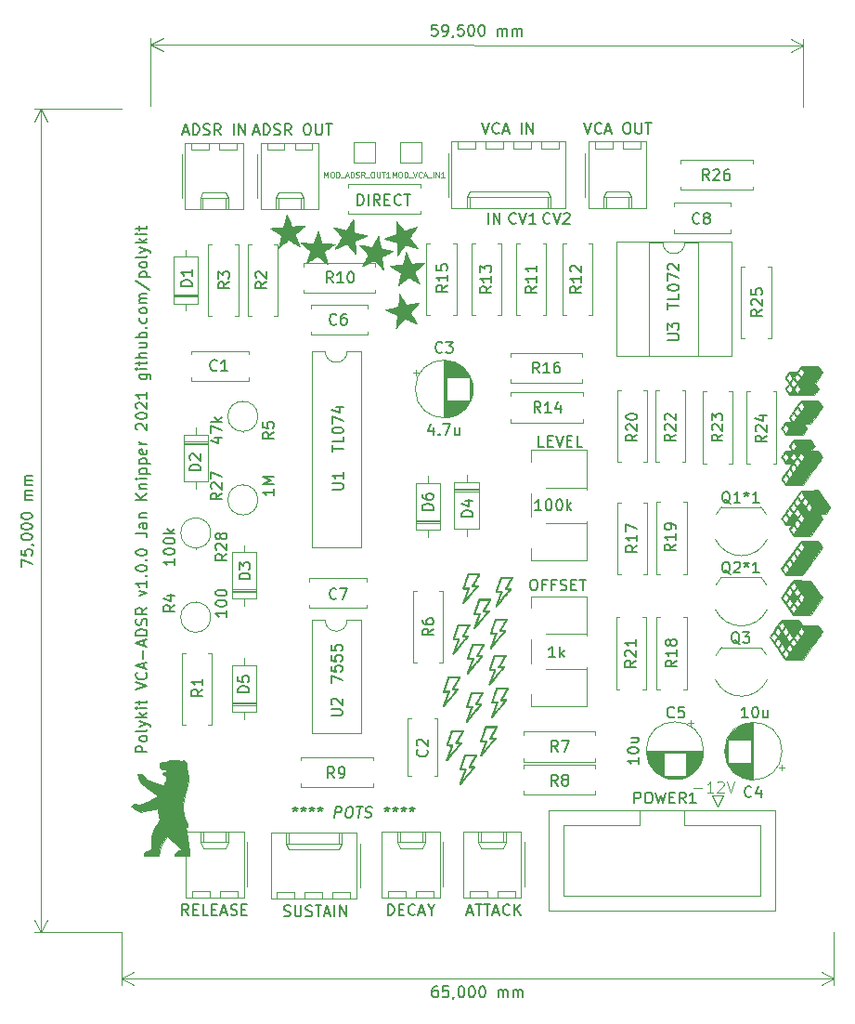
<source format=gbr>
%TF.GenerationSoftware,KiCad,Pcbnew,5.1.10-88a1d61d58~88~ubuntu20.10.1*%
%TF.CreationDate,2021-06-19T00:08:52+02:00*%
%TF.ProjectId,vca-adsr,7663612d-6164-4737-922e-6b696361645f,v1.0.0*%
%TF.SameCoordinates,Original*%
%TF.FileFunction,Legend,Top*%
%TF.FilePolarity,Positive*%
%FSLAX46Y46*%
G04 Gerber Fmt 4.6, Leading zero omitted, Abs format (unit mm)*
G04 Created by KiCad (PCBNEW 5.1.10-88a1d61d58~88~ubuntu20.10.1) date 2021-06-19 00:08:52*
%MOMM*%
%LPD*%
G01*
G04 APERTURE LIST*
%ADD10C,0.100000*%
%ADD11C,0.150000*%
%ADD12C,0.120000*%
%ADD13C,0.010000*%
G04 APERTURE END LIST*
D10*
X171638095Y-119371428D02*
X172400000Y-119371428D01*
X173400000Y-119752380D02*
X172828571Y-119752380D01*
X173114285Y-119752380D02*
X173114285Y-118752380D01*
X173019047Y-118895238D01*
X172923809Y-118990476D01*
X172828571Y-119038095D01*
X173780952Y-118847619D02*
X173828571Y-118800000D01*
X173923809Y-118752380D01*
X174161904Y-118752380D01*
X174257142Y-118800000D01*
X174304761Y-118847619D01*
X174352380Y-118942857D01*
X174352380Y-119038095D01*
X174304761Y-119180952D01*
X173733333Y-119752380D01*
X174352380Y-119752380D01*
X174638095Y-118752380D02*
X174971428Y-119752380D01*
X175304761Y-118752380D01*
D11*
X148234011Y-49826301D02*
X147757822Y-49825500D01*
X147709402Y-50301610D01*
X147757101Y-50254071D01*
X147852419Y-50206612D01*
X148090514Y-50207013D01*
X148185672Y-50254792D01*
X148233211Y-50302491D01*
X148280670Y-50397809D01*
X148280270Y-50635904D01*
X148232491Y-50731061D01*
X148184792Y-50778600D01*
X148089474Y-50826059D01*
X147851379Y-50825659D01*
X147756221Y-50777880D01*
X147708682Y-50730181D01*
X148756139Y-50827180D02*
X148946615Y-50827500D01*
X149041933Y-50780041D01*
X149089632Y-50732502D01*
X149185110Y-50589805D01*
X149233050Y-50399409D01*
X149233690Y-50018457D01*
X149186231Y-49923139D01*
X149138692Y-49875440D01*
X149043534Y-49827661D01*
X148853058Y-49827341D01*
X148757740Y-49874800D01*
X148710041Y-49922339D01*
X148662262Y-50017497D01*
X148661862Y-50255592D01*
X148709321Y-50350910D01*
X148756860Y-50398609D01*
X148852018Y-50446388D01*
X149042494Y-50446708D01*
X149137812Y-50399249D01*
X149185511Y-50351710D01*
X149233290Y-50256552D01*
X149708599Y-50781161D02*
X149708519Y-50828780D01*
X149660740Y-50923938D01*
X149613041Y-50971477D01*
X150614960Y-49830302D02*
X150138771Y-49829502D01*
X150090351Y-50305612D01*
X150138050Y-50258073D01*
X150233368Y-50210614D01*
X150471463Y-50211014D01*
X150566621Y-50258793D01*
X150614160Y-50306492D01*
X150661619Y-50401810D01*
X150661219Y-50639905D01*
X150613440Y-50735063D01*
X150565741Y-50782602D01*
X150470423Y-50830061D01*
X150232328Y-50829661D01*
X150137170Y-50781882D01*
X150089631Y-50734183D01*
X151281626Y-49831423D02*
X151376864Y-49831583D01*
X151472022Y-49879362D01*
X151519561Y-49927061D01*
X151567020Y-50022379D01*
X151614319Y-50212935D01*
X151613919Y-50451030D01*
X151565979Y-50641426D01*
X151518200Y-50736584D01*
X151470501Y-50784123D01*
X151375183Y-50831581D01*
X151279945Y-50831421D01*
X151184788Y-50783642D01*
X151137249Y-50735943D01*
X151089790Y-50640625D01*
X151042491Y-50450069D01*
X151042891Y-50211975D01*
X151090830Y-50021579D01*
X151138609Y-49926421D01*
X151186308Y-49878882D01*
X151281626Y-49831423D01*
X152234006Y-49833023D02*
X152329244Y-49833184D01*
X152424402Y-49880963D01*
X152471941Y-49928662D01*
X152519399Y-50023980D01*
X152566698Y-50214536D01*
X152566298Y-50452630D01*
X152518359Y-50643026D01*
X152470580Y-50738184D01*
X152422881Y-50785723D01*
X152327563Y-50833182D01*
X152232325Y-50833022D01*
X152137167Y-50785243D01*
X152089628Y-50737544D01*
X152042169Y-50642226D01*
X151994870Y-50451670D01*
X151995271Y-50213575D01*
X152043210Y-50023179D01*
X152090989Y-49928021D01*
X152138688Y-49880482D01*
X152234006Y-49833023D01*
X153756132Y-50835583D02*
X153757253Y-50168917D01*
X153757093Y-50264155D02*
X153804792Y-50216616D01*
X153900110Y-50169157D01*
X154042967Y-50169398D01*
X154138125Y-50217177D01*
X154185584Y-50312495D01*
X154184703Y-50836303D01*
X154185584Y-50312495D02*
X154233363Y-50217337D01*
X154328681Y-50169878D01*
X154471538Y-50170118D01*
X154566695Y-50217897D01*
X154614154Y-50313215D01*
X154613274Y-50837024D01*
X155089464Y-50837824D02*
X155090584Y-50171158D01*
X155090424Y-50266396D02*
X155138123Y-50218857D01*
X155233441Y-50171398D01*
X155376298Y-50171638D01*
X155471456Y-50219417D01*
X155518915Y-50314735D01*
X155518035Y-50838544D01*
X155518915Y-50314735D02*
X155566694Y-50219578D01*
X155662012Y-50172119D01*
X155804869Y-50172359D01*
X155900027Y-50220138D01*
X155947486Y-50315456D01*
X155946606Y-50839265D01*
D12*
X122100000Y-51600000D02*
X181600000Y-51700000D01*
X122090588Y-57200151D02*
X122100986Y-51013580D01*
X181590588Y-57300151D02*
X181600986Y-51113580D01*
X181600000Y-51700000D02*
X180472512Y-52284527D01*
X181600000Y-51700000D02*
X180474483Y-51111687D01*
X122100000Y-51600000D02*
X123225517Y-52188313D01*
X122100000Y-51600000D02*
X123227488Y-51015473D01*
D11*
X156938095Y-100352380D02*
X157128571Y-100352380D01*
X157223809Y-100400000D01*
X157319047Y-100495238D01*
X157366666Y-100685714D01*
X157366666Y-101019047D01*
X157319047Y-101209523D01*
X157223809Y-101304761D01*
X157128571Y-101352380D01*
X156938095Y-101352380D01*
X156842857Y-101304761D01*
X156747619Y-101209523D01*
X156700000Y-101019047D01*
X156700000Y-100685714D01*
X156747619Y-100495238D01*
X156842857Y-100400000D01*
X156938095Y-100352380D01*
X158128571Y-100828571D02*
X157795238Y-100828571D01*
X157795238Y-101352380D02*
X157795238Y-100352380D01*
X158271428Y-100352380D01*
X158985714Y-100828571D02*
X158652380Y-100828571D01*
X158652380Y-101352380D02*
X158652380Y-100352380D01*
X159128571Y-100352380D01*
X159461904Y-101304761D02*
X159604761Y-101352380D01*
X159842857Y-101352380D01*
X159938095Y-101304761D01*
X159985714Y-101257142D01*
X160033333Y-101161904D01*
X160033333Y-101066666D01*
X159985714Y-100971428D01*
X159938095Y-100923809D01*
X159842857Y-100876190D01*
X159652380Y-100828571D01*
X159557142Y-100780952D01*
X159509523Y-100733333D01*
X159461904Y-100638095D01*
X159461904Y-100542857D01*
X159509523Y-100447619D01*
X159557142Y-100400000D01*
X159652380Y-100352380D01*
X159890476Y-100352380D01*
X160033333Y-100400000D01*
X160461904Y-100828571D02*
X160795238Y-100828571D01*
X160938095Y-101352380D02*
X160461904Y-101352380D01*
X160461904Y-100352380D01*
X160938095Y-100352380D01*
X161223809Y-100352380D02*
X161795238Y-100352380D01*
X161509523Y-101352380D02*
X161509523Y-100352380D01*
X157971428Y-88252380D02*
X157495238Y-88252380D01*
X157495238Y-87252380D01*
X158304761Y-87728571D02*
X158638095Y-87728571D01*
X158780952Y-88252380D02*
X158304761Y-88252380D01*
X158304761Y-87252380D01*
X158780952Y-87252380D01*
X159066666Y-87252380D02*
X159400000Y-88252380D01*
X159733333Y-87252380D01*
X160066666Y-87728571D02*
X160400000Y-87728571D01*
X160542857Y-88252380D02*
X160066666Y-88252380D01*
X160066666Y-87252380D01*
X160542857Y-87252380D01*
X161447619Y-88252380D02*
X160971428Y-88252380D01*
X160971428Y-87252380D01*
X135315491Y-121052380D02*
X135285729Y-121290476D01*
X135059538Y-121195238D02*
X135285729Y-121290476D01*
X135535729Y-121195238D01*
X135119062Y-121480952D02*
X135285729Y-121290476D01*
X135404776Y-121480952D01*
X136077395Y-121052380D02*
X136047633Y-121290476D01*
X135821443Y-121195238D02*
X136047633Y-121290476D01*
X136297633Y-121195238D01*
X135880967Y-121480952D02*
X136047633Y-121290476D01*
X136166681Y-121480952D01*
X136839300Y-121052380D02*
X136809538Y-121290476D01*
X136583348Y-121195238D02*
X136809538Y-121290476D01*
X137059538Y-121195238D01*
X136642872Y-121480952D02*
X136809538Y-121290476D01*
X136928586Y-121480952D01*
X137601205Y-121052380D02*
X137571443Y-121290476D01*
X137345252Y-121195238D02*
X137571443Y-121290476D01*
X137821443Y-121195238D01*
X137404776Y-121480952D02*
X137571443Y-121290476D01*
X137690491Y-121480952D01*
X138857157Y-122052380D02*
X138982157Y-121052380D01*
X139363110Y-121052380D01*
X139452395Y-121100000D01*
X139494062Y-121147619D01*
X139529776Y-121242857D01*
X139511919Y-121385714D01*
X139452395Y-121480952D01*
X139398824Y-121528571D01*
X139297633Y-121576190D01*
X138916681Y-121576190D01*
X140172633Y-121052380D02*
X140363110Y-121052380D01*
X140452395Y-121100000D01*
X140535729Y-121195238D01*
X140559538Y-121385714D01*
X140517872Y-121719047D01*
X140446443Y-121909523D01*
X140339300Y-122004761D01*
X140238110Y-122052380D01*
X140047633Y-122052380D01*
X139958348Y-122004761D01*
X139875014Y-121909523D01*
X139851205Y-121719047D01*
X139892872Y-121385714D01*
X139964300Y-121195238D01*
X140071443Y-121100000D01*
X140172633Y-121052380D01*
X140886919Y-121052380D02*
X141458348Y-121052380D01*
X141047633Y-122052380D02*
X141172633Y-121052380D01*
X141625014Y-122004761D02*
X141761919Y-122052380D01*
X142000014Y-122052380D01*
X142101205Y-122004761D01*
X142154776Y-121957142D01*
X142214300Y-121861904D01*
X142226205Y-121766666D01*
X142190491Y-121671428D01*
X142148824Y-121623809D01*
X142059538Y-121576190D01*
X141875014Y-121528571D01*
X141785729Y-121480952D01*
X141744062Y-121433333D01*
X141708348Y-121338095D01*
X141720252Y-121242857D01*
X141779776Y-121147619D01*
X141833348Y-121100000D01*
X141934538Y-121052380D01*
X142172633Y-121052380D01*
X142309538Y-121100000D01*
X143648824Y-121052380D02*
X143619062Y-121290476D01*
X143392872Y-121195238D02*
X143619062Y-121290476D01*
X143869062Y-121195238D01*
X143452395Y-121480952D02*
X143619062Y-121290476D01*
X143738110Y-121480952D01*
X144410729Y-121052380D02*
X144380967Y-121290476D01*
X144154776Y-121195238D02*
X144380967Y-121290476D01*
X144630967Y-121195238D01*
X144214300Y-121480952D02*
X144380967Y-121290476D01*
X144500014Y-121480952D01*
X145172633Y-121052380D02*
X145142872Y-121290476D01*
X144916681Y-121195238D02*
X145142872Y-121290476D01*
X145392872Y-121195238D01*
X144976205Y-121480952D02*
X145142872Y-121290476D01*
X145261919Y-121480952D01*
X145934538Y-121052380D02*
X145904776Y-121290476D01*
X145678586Y-121195238D02*
X145904776Y-121290476D01*
X146154776Y-121195238D01*
X145738110Y-121480952D02*
X145904776Y-121290476D01*
X146023824Y-121480952D01*
X125542857Y-130952380D02*
X125209523Y-130476190D01*
X124971428Y-130952380D02*
X124971428Y-129952380D01*
X125352380Y-129952380D01*
X125447619Y-130000000D01*
X125495238Y-130047619D01*
X125542857Y-130142857D01*
X125542857Y-130285714D01*
X125495238Y-130380952D01*
X125447619Y-130428571D01*
X125352380Y-130476190D01*
X124971428Y-130476190D01*
X125971428Y-130428571D02*
X126304761Y-130428571D01*
X126447619Y-130952380D02*
X125971428Y-130952380D01*
X125971428Y-129952380D01*
X126447619Y-129952380D01*
X127352380Y-130952380D02*
X126876190Y-130952380D01*
X126876190Y-129952380D01*
X127685714Y-130428571D02*
X128019047Y-130428571D01*
X128161904Y-130952380D02*
X127685714Y-130952380D01*
X127685714Y-129952380D01*
X128161904Y-129952380D01*
X128542857Y-130666666D02*
X129019047Y-130666666D01*
X128447619Y-130952380D02*
X128780952Y-129952380D01*
X129114285Y-130952380D01*
X129400000Y-130904761D02*
X129542857Y-130952380D01*
X129780952Y-130952380D01*
X129876190Y-130904761D01*
X129923809Y-130857142D01*
X129971428Y-130761904D01*
X129971428Y-130666666D01*
X129923809Y-130571428D01*
X129876190Y-130523809D01*
X129780952Y-130476190D01*
X129590476Y-130428571D01*
X129495238Y-130380952D01*
X129447619Y-130333333D01*
X129400000Y-130238095D01*
X129400000Y-130142857D01*
X129447619Y-130047619D01*
X129495238Y-130000000D01*
X129590476Y-129952380D01*
X129828571Y-129952380D01*
X129971428Y-130000000D01*
X130400000Y-130428571D02*
X130733333Y-130428571D01*
X130876190Y-130952380D02*
X130400000Y-130952380D01*
X130400000Y-129952380D01*
X130876190Y-129952380D01*
X134242857Y-131004761D02*
X134385714Y-131052380D01*
X134623809Y-131052380D01*
X134719047Y-131004761D01*
X134766666Y-130957142D01*
X134814285Y-130861904D01*
X134814285Y-130766666D01*
X134766666Y-130671428D01*
X134719047Y-130623809D01*
X134623809Y-130576190D01*
X134433333Y-130528571D01*
X134338095Y-130480952D01*
X134290476Y-130433333D01*
X134242857Y-130338095D01*
X134242857Y-130242857D01*
X134290476Y-130147619D01*
X134338095Y-130100000D01*
X134433333Y-130052380D01*
X134671428Y-130052380D01*
X134814285Y-130100000D01*
X135242857Y-130052380D02*
X135242857Y-130861904D01*
X135290476Y-130957142D01*
X135338095Y-131004761D01*
X135433333Y-131052380D01*
X135623809Y-131052380D01*
X135719047Y-131004761D01*
X135766666Y-130957142D01*
X135814285Y-130861904D01*
X135814285Y-130052380D01*
X136242857Y-131004761D02*
X136385714Y-131052380D01*
X136623809Y-131052380D01*
X136719047Y-131004761D01*
X136766666Y-130957142D01*
X136814285Y-130861904D01*
X136814285Y-130766666D01*
X136766666Y-130671428D01*
X136719047Y-130623809D01*
X136623809Y-130576190D01*
X136433333Y-130528571D01*
X136338095Y-130480952D01*
X136290476Y-130433333D01*
X136242857Y-130338095D01*
X136242857Y-130242857D01*
X136290476Y-130147619D01*
X136338095Y-130100000D01*
X136433333Y-130052380D01*
X136671428Y-130052380D01*
X136814285Y-130100000D01*
X137100000Y-130052380D02*
X137671428Y-130052380D01*
X137385714Y-131052380D02*
X137385714Y-130052380D01*
X137957142Y-130766666D02*
X138433333Y-130766666D01*
X137861904Y-131052380D02*
X138195238Y-130052380D01*
X138528571Y-131052380D01*
X138861904Y-131052380D02*
X138861904Y-130052380D01*
X139338095Y-131052380D02*
X139338095Y-130052380D01*
X139909523Y-131052380D01*
X139909523Y-130052380D01*
X143728571Y-130952380D02*
X143728571Y-129952380D01*
X143966666Y-129952380D01*
X144109523Y-130000000D01*
X144204761Y-130095238D01*
X144252380Y-130190476D01*
X144300000Y-130380952D01*
X144300000Y-130523809D01*
X144252380Y-130714285D01*
X144204761Y-130809523D01*
X144109523Y-130904761D01*
X143966666Y-130952380D01*
X143728571Y-130952380D01*
X144728571Y-130428571D02*
X145061904Y-130428571D01*
X145204761Y-130952380D02*
X144728571Y-130952380D01*
X144728571Y-129952380D01*
X145204761Y-129952380D01*
X146204761Y-130857142D02*
X146157142Y-130904761D01*
X146014285Y-130952380D01*
X145919047Y-130952380D01*
X145776190Y-130904761D01*
X145680952Y-130809523D01*
X145633333Y-130714285D01*
X145585714Y-130523809D01*
X145585714Y-130380952D01*
X145633333Y-130190476D01*
X145680952Y-130095238D01*
X145776190Y-130000000D01*
X145919047Y-129952380D01*
X146014285Y-129952380D01*
X146157142Y-130000000D01*
X146204761Y-130047619D01*
X146585714Y-130666666D02*
X147061904Y-130666666D01*
X146490476Y-130952380D02*
X146823809Y-129952380D01*
X147157142Y-130952380D01*
X147680952Y-130476190D02*
X147680952Y-130952380D01*
X147347619Y-129952380D02*
X147680952Y-130476190D01*
X148014285Y-129952380D01*
X150971428Y-130666666D02*
X151447619Y-130666666D01*
X150876190Y-130952380D02*
X151209523Y-129952380D01*
X151542857Y-130952380D01*
X151733333Y-129952380D02*
X152304761Y-129952380D01*
X152019047Y-130952380D02*
X152019047Y-129952380D01*
X152495238Y-129952380D02*
X153066666Y-129952380D01*
X152780952Y-130952380D02*
X152780952Y-129952380D01*
X153352380Y-130666666D02*
X153828571Y-130666666D01*
X153257142Y-130952380D02*
X153590476Y-129952380D01*
X153923809Y-130952380D01*
X154828571Y-130857142D02*
X154780952Y-130904761D01*
X154638095Y-130952380D01*
X154542857Y-130952380D01*
X154400000Y-130904761D01*
X154304761Y-130809523D01*
X154257142Y-130714285D01*
X154209523Y-130523809D01*
X154209523Y-130380952D01*
X154257142Y-130190476D01*
X154304761Y-130095238D01*
X154400000Y-130000000D01*
X154542857Y-129952380D01*
X154638095Y-129952380D01*
X154780952Y-130000000D01*
X154828571Y-130047619D01*
X155257142Y-130952380D02*
X155257142Y-129952380D01*
X155828571Y-130952380D02*
X155400000Y-130380952D01*
X155828571Y-129952380D02*
X155257142Y-130523809D01*
X125042857Y-59566666D02*
X125519047Y-59566666D01*
X124947619Y-59852380D02*
X125280952Y-58852380D01*
X125614285Y-59852380D01*
X125947619Y-59852380D02*
X125947619Y-58852380D01*
X126185714Y-58852380D01*
X126328571Y-58900000D01*
X126423809Y-58995238D01*
X126471428Y-59090476D01*
X126519047Y-59280952D01*
X126519047Y-59423809D01*
X126471428Y-59614285D01*
X126423809Y-59709523D01*
X126328571Y-59804761D01*
X126185714Y-59852380D01*
X125947619Y-59852380D01*
X126900000Y-59804761D02*
X127042857Y-59852380D01*
X127280952Y-59852380D01*
X127376190Y-59804761D01*
X127423809Y-59757142D01*
X127471428Y-59661904D01*
X127471428Y-59566666D01*
X127423809Y-59471428D01*
X127376190Y-59423809D01*
X127280952Y-59376190D01*
X127090476Y-59328571D01*
X126995238Y-59280952D01*
X126947619Y-59233333D01*
X126900000Y-59138095D01*
X126900000Y-59042857D01*
X126947619Y-58947619D01*
X126995238Y-58900000D01*
X127090476Y-58852380D01*
X127328571Y-58852380D01*
X127471428Y-58900000D01*
X128471428Y-59852380D02*
X128138095Y-59376190D01*
X127900000Y-59852380D02*
X127900000Y-58852380D01*
X128280952Y-58852380D01*
X128376190Y-58900000D01*
X128423809Y-58947619D01*
X128471428Y-59042857D01*
X128471428Y-59185714D01*
X128423809Y-59280952D01*
X128376190Y-59328571D01*
X128280952Y-59376190D01*
X127900000Y-59376190D01*
X129661904Y-59852380D02*
X129661904Y-58852380D01*
X130138095Y-59852380D02*
X130138095Y-58852380D01*
X130709523Y-59852380D01*
X130709523Y-58852380D01*
X131476190Y-59566666D02*
X131952380Y-59566666D01*
X131380952Y-59852380D02*
X131714285Y-58852380D01*
X132047619Y-59852380D01*
X132380952Y-59852380D02*
X132380952Y-58852380D01*
X132619047Y-58852380D01*
X132761904Y-58900000D01*
X132857142Y-58995238D01*
X132904761Y-59090476D01*
X132952380Y-59280952D01*
X132952380Y-59423809D01*
X132904761Y-59614285D01*
X132857142Y-59709523D01*
X132761904Y-59804761D01*
X132619047Y-59852380D01*
X132380952Y-59852380D01*
X133333333Y-59804761D02*
X133476190Y-59852380D01*
X133714285Y-59852380D01*
X133809523Y-59804761D01*
X133857142Y-59757142D01*
X133904761Y-59661904D01*
X133904761Y-59566666D01*
X133857142Y-59471428D01*
X133809523Y-59423809D01*
X133714285Y-59376190D01*
X133523809Y-59328571D01*
X133428571Y-59280952D01*
X133380952Y-59233333D01*
X133333333Y-59138095D01*
X133333333Y-59042857D01*
X133380952Y-58947619D01*
X133428571Y-58900000D01*
X133523809Y-58852380D01*
X133761904Y-58852380D01*
X133904761Y-58900000D01*
X134904761Y-59852380D02*
X134571428Y-59376190D01*
X134333333Y-59852380D02*
X134333333Y-58852380D01*
X134714285Y-58852380D01*
X134809523Y-58900000D01*
X134857142Y-58947619D01*
X134904761Y-59042857D01*
X134904761Y-59185714D01*
X134857142Y-59280952D01*
X134809523Y-59328571D01*
X134714285Y-59376190D01*
X134333333Y-59376190D01*
X136285714Y-58852380D02*
X136476190Y-58852380D01*
X136571428Y-58900000D01*
X136666666Y-58995238D01*
X136714285Y-59185714D01*
X136714285Y-59519047D01*
X136666666Y-59709523D01*
X136571428Y-59804761D01*
X136476190Y-59852380D01*
X136285714Y-59852380D01*
X136190476Y-59804761D01*
X136095238Y-59709523D01*
X136047619Y-59519047D01*
X136047619Y-59185714D01*
X136095238Y-58995238D01*
X136190476Y-58900000D01*
X136285714Y-58852380D01*
X137142857Y-58852380D02*
X137142857Y-59661904D01*
X137190476Y-59757142D01*
X137238095Y-59804761D01*
X137333333Y-59852380D01*
X137523809Y-59852380D01*
X137619047Y-59804761D01*
X137666666Y-59757142D01*
X137714285Y-59661904D01*
X137714285Y-58852380D01*
X138047619Y-58852380D02*
X138619047Y-58852380D01*
X138333333Y-59852380D02*
X138333333Y-58852380D01*
X161628571Y-58752380D02*
X161961904Y-59752380D01*
X162295238Y-58752380D01*
X163200000Y-59657142D02*
X163152380Y-59704761D01*
X163009523Y-59752380D01*
X162914285Y-59752380D01*
X162771428Y-59704761D01*
X162676190Y-59609523D01*
X162628571Y-59514285D01*
X162580952Y-59323809D01*
X162580952Y-59180952D01*
X162628571Y-58990476D01*
X162676190Y-58895238D01*
X162771428Y-58800000D01*
X162914285Y-58752380D01*
X163009523Y-58752380D01*
X163152380Y-58800000D01*
X163200000Y-58847619D01*
X163580952Y-59466666D02*
X164057142Y-59466666D01*
X163485714Y-59752380D02*
X163819047Y-58752380D01*
X164152380Y-59752380D01*
X165438095Y-58752380D02*
X165628571Y-58752380D01*
X165723809Y-58800000D01*
X165819047Y-58895238D01*
X165866666Y-59085714D01*
X165866666Y-59419047D01*
X165819047Y-59609523D01*
X165723809Y-59704761D01*
X165628571Y-59752380D01*
X165438095Y-59752380D01*
X165342857Y-59704761D01*
X165247619Y-59609523D01*
X165200000Y-59419047D01*
X165200000Y-59085714D01*
X165247619Y-58895238D01*
X165342857Y-58800000D01*
X165438095Y-58752380D01*
X166295238Y-58752380D02*
X166295238Y-59561904D01*
X166342857Y-59657142D01*
X166390476Y-59704761D01*
X166485714Y-59752380D01*
X166676190Y-59752380D01*
X166771428Y-59704761D01*
X166819047Y-59657142D01*
X166866666Y-59561904D01*
X166866666Y-58752380D01*
X167200000Y-58752380D02*
X167771428Y-58752380D01*
X167485714Y-59752380D02*
X167485714Y-58752380D01*
X152295238Y-58752380D02*
X152628571Y-59752380D01*
X152961904Y-58752380D01*
X153866666Y-59657142D02*
X153819047Y-59704761D01*
X153676190Y-59752380D01*
X153580952Y-59752380D01*
X153438095Y-59704761D01*
X153342857Y-59609523D01*
X153295238Y-59514285D01*
X153247619Y-59323809D01*
X153247619Y-59180952D01*
X153295238Y-58990476D01*
X153342857Y-58895238D01*
X153438095Y-58800000D01*
X153580952Y-58752380D01*
X153676190Y-58752380D01*
X153819047Y-58800000D01*
X153866666Y-58847619D01*
X154247619Y-59466666D02*
X154723809Y-59466666D01*
X154152380Y-59752380D02*
X154485714Y-58752380D01*
X154819047Y-59752380D01*
X155914285Y-59752380D02*
X155914285Y-58752380D01*
X156390476Y-59752380D02*
X156390476Y-58752380D01*
X156961904Y-59752380D01*
X156961904Y-58752380D01*
X158504761Y-67857142D02*
X158457142Y-67904761D01*
X158314285Y-67952380D01*
X158219047Y-67952380D01*
X158076190Y-67904761D01*
X157980952Y-67809523D01*
X157933333Y-67714285D01*
X157885714Y-67523809D01*
X157885714Y-67380952D01*
X157933333Y-67190476D01*
X157980952Y-67095238D01*
X158076190Y-67000000D01*
X158219047Y-66952380D01*
X158314285Y-66952380D01*
X158457142Y-67000000D01*
X158504761Y-67047619D01*
X158790476Y-66952380D02*
X159123809Y-67952380D01*
X159457142Y-66952380D01*
X159742857Y-67047619D02*
X159790476Y-67000000D01*
X159885714Y-66952380D01*
X160123809Y-66952380D01*
X160219047Y-67000000D01*
X160266666Y-67047619D01*
X160314285Y-67142857D01*
X160314285Y-67238095D01*
X160266666Y-67380952D01*
X159695238Y-67952380D01*
X160314285Y-67952380D01*
X155404761Y-67857142D02*
X155357142Y-67904761D01*
X155214285Y-67952380D01*
X155119047Y-67952380D01*
X154976190Y-67904761D01*
X154880952Y-67809523D01*
X154833333Y-67714285D01*
X154785714Y-67523809D01*
X154785714Y-67380952D01*
X154833333Y-67190476D01*
X154880952Y-67095238D01*
X154976190Y-67000000D01*
X155119047Y-66952380D01*
X155214285Y-66952380D01*
X155357142Y-67000000D01*
X155404761Y-67047619D01*
X155690476Y-66952380D02*
X156023809Y-67952380D01*
X156357142Y-66952380D01*
X157214285Y-67952380D02*
X156642857Y-67952380D01*
X156928571Y-67952380D02*
X156928571Y-66952380D01*
X156833333Y-67095238D01*
X156738095Y-67190476D01*
X156642857Y-67238095D01*
X152876190Y-67952380D02*
X152876190Y-66952380D01*
X153352380Y-67952380D02*
X153352380Y-66952380D01*
X153923809Y-67952380D01*
X153923809Y-66952380D01*
X110282380Y-99190476D02*
X110282380Y-98523809D01*
X111282380Y-98952380D01*
X110282380Y-97666666D02*
X110282380Y-98142857D01*
X110758571Y-98190476D01*
X110710952Y-98142857D01*
X110663333Y-98047619D01*
X110663333Y-97809523D01*
X110710952Y-97714285D01*
X110758571Y-97666666D01*
X110853809Y-97619047D01*
X111091904Y-97619047D01*
X111187142Y-97666666D01*
X111234761Y-97714285D01*
X111282380Y-97809523D01*
X111282380Y-98047619D01*
X111234761Y-98142857D01*
X111187142Y-98190476D01*
X111234761Y-97142857D02*
X111282380Y-97142857D01*
X111377619Y-97190476D01*
X111425238Y-97238095D01*
X110282380Y-96523809D02*
X110282380Y-96428571D01*
X110330000Y-96333333D01*
X110377619Y-96285714D01*
X110472857Y-96238095D01*
X110663333Y-96190476D01*
X110901428Y-96190476D01*
X111091904Y-96238095D01*
X111187142Y-96285714D01*
X111234761Y-96333333D01*
X111282380Y-96428571D01*
X111282380Y-96523809D01*
X111234761Y-96619047D01*
X111187142Y-96666666D01*
X111091904Y-96714285D01*
X110901428Y-96761904D01*
X110663333Y-96761904D01*
X110472857Y-96714285D01*
X110377619Y-96666666D01*
X110330000Y-96619047D01*
X110282380Y-96523809D01*
X110282380Y-95571428D02*
X110282380Y-95476190D01*
X110330000Y-95380952D01*
X110377619Y-95333333D01*
X110472857Y-95285714D01*
X110663333Y-95238095D01*
X110901428Y-95238095D01*
X111091904Y-95285714D01*
X111187142Y-95333333D01*
X111234761Y-95380952D01*
X111282380Y-95476190D01*
X111282380Y-95571428D01*
X111234761Y-95666666D01*
X111187142Y-95714285D01*
X111091904Y-95761904D01*
X110901428Y-95809523D01*
X110663333Y-95809523D01*
X110472857Y-95761904D01*
X110377619Y-95714285D01*
X110330000Y-95666666D01*
X110282380Y-95571428D01*
X110282380Y-94619047D02*
X110282380Y-94523809D01*
X110330000Y-94428571D01*
X110377619Y-94380952D01*
X110472857Y-94333333D01*
X110663333Y-94285714D01*
X110901428Y-94285714D01*
X111091904Y-94333333D01*
X111187142Y-94380952D01*
X111234761Y-94428571D01*
X111282380Y-94523809D01*
X111282380Y-94619047D01*
X111234761Y-94714285D01*
X111187142Y-94761904D01*
X111091904Y-94809523D01*
X110901428Y-94857142D01*
X110663333Y-94857142D01*
X110472857Y-94809523D01*
X110377619Y-94761904D01*
X110330000Y-94714285D01*
X110282380Y-94619047D01*
X111282380Y-93095238D02*
X110615714Y-93095238D01*
X110710952Y-93095238D02*
X110663333Y-93047619D01*
X110615714Y-92952380D01*
X110615714Y-92809523D01*
X110663333Y-92714285D01*
X110758571Y-92666666D01*
X111282380Y-92666666D01*
X110758571Y-92666666D02*
X110663333Y-92619047D01*
X110615714Y-92523809D01*
X110615714Y-92380952D01*
X110663333Y-92285714D01*
X110758571Y-92238095D01*
X111282380Y-92238095D01*
X111282380Y-91761904D02*
X110615714Y-91761904D01*
X110710952Y-91761904D02*
X110663333Y-91714285D01*
X110615714Y-91619047D01*
X110615714Y-91476190D01*
X110663333Y-91380952D01*
X110758571Y-91333333D01*
X111282380Y-91333333D01*
X110758571Y-91333333D02*
X110663333Y-91285714D01*
X110615714Y-91190476D01*
X110615714Y-91047619D01*
X110663333Y-90952380D01*
X110758571Y-90904761D01*
X111282380Y-90904761D01*
D12*
X112100000Y-132500000D02*
X112100000Y-57500000D01*
X119400000Y-132500000D02*
X111513579Y-132500000D01*
X119400000Y-57500000D02*
X111513579Y-57500000D01*
X112100000Y-57500000D02*
X112686421Y-58626504D01*
X112100000Y-57500000D02*
X111513579Y-58626504D01*
X112100000Y-132500000D02*
X112686421Y-131373496D01*
X112100000Y-132500000D02*
X111513579Y-131373496D01*
D11*
X148233333Y-137422380D02*
X148042857Y-137422380D01*
X147947619Y-137470000D01*
X147900000Y-137517619D01*
X147804761Y-137660476D01*
X147757142Y-137850952D01*
X147757142Y-138231904D01*
X147804761Y-138327142D01*
X147852380Y-138374761D01*
X147947619Y-138422380D01*
X148138095Y-138422380D01*
X148233333Y-138374761D01*
X148280952Y-138327142D01*
X148328571Y-138231904D01*
X148328571Y-137993809D01*
X148280952Y-137898571D01*
X148233333Y-137850952D01*
X148138095Y-137803333D01*
X147947619Y-137803333D01*
X147852380Y-137850952D01*
X147804761Y-137898571D01*
X147757142Y-137993809D01*
X149233333Y-137422380D02*
X148757142Y-137422380D01*
X148709523Y-137898571D01*
X148757142Y-137850952D01*
X148852380Y-137803333D01*
X149090476Y-137803333D01*
X149185714Y-137850952D01*
X149233333Y-137898571D01*
X149280952Y-137993809D01*
X149280952Y-138231904D01*
X149233333Y-138327142D01*
X149185714Y-138374761D01*
X149090476Y-138422380D01*
X148852380Y-138422380D01*
X148757142Y-138374761D01*
X148709523Y-138327142D01*
X149757142Y-138374761D02*
X149757142Y-138422380D01*
X149709523Y-138517619D01*
X149661904Y-138565238D01*
X150376190Y-137422380D02*
X150471428Y-137422380D01*
X150566666Y-137470000D01*
X150614285Y-137517619D01*
X150661904Y-137612857D01*
X150709523Y-137803333D01*
X150709523Y-138041428D01*
X150661904Y-138231904D01*
X150614285Y-138327142D01*
X150566666Y-138374761D01*
X150471428Y-138422380D01*
X150376190Y-138422380D01*
X150280952Y-138374761D01*
X150233333Y-138327142D01*
X150185714Y-138231904D01*
X150138095Y-138041428D01*
X150138095Y-137803333D01*
X150185714Y-137612857D01*
X150233333Y-137517619D01*
X150280952Y-137470000D01*
X150376190Y-137422380D01*
X151328571Y-137422380D02*
X151423809Y-137422380D01*
X151519047Y-137470000D01*
X151566666Y-137517619D01*
X151614285Y-137612857D01*
X151661904Y-137803333D01*
X151661904Y-138041428D01*
X151614285Y-138231904D01*
X151566666Y-138327142D01*
X151519047Y-138374761D01*
X151423809Y-138422380D01*
X151328571Y-138422380D01*
X151233333Y-138374761D01*
X151185714Y-138327142D01*
X151138095Y-138231904D01*
X151090476Y-138041428D01*
X151090476Y-137803333D01*
X151138095Y-137612857D01*
X151185714Y-137517619D01*
X151233333Y-137470000D01*
X151328571Y-137422380D01*
X152280952Y-137422380D02*
X152376190Y-137422380D01*
X152471428Y-137470000D01*
X152519047Y-137517619D01*
X152566666Y-137612857D01*
X152614285Y-137803333D01*
X152614285Y-138041428D01*
X152566666Y-138231904D01*
X152519047Y-138327142D01*
X152471428Y-138374761D01*
X152376190Y-138422380D01*
X152280952Y-138422380D01*
X152185714Y-138374761D01*
X152138095Y-138327142D01*
X152090476Y-138231904D01*
X152042857Y-138041428D01*
X152042857Y-137803333D01*
X152090476Y-137612857D01*
X152138095Y-137517619D01*
X152185714Y-137470000D01*
X152280952Y-137422380D01*
X153804761Y-138422380D02*
X153804761Y-137755714D01*
X153804761Y-137850952D02*
X153852380Y-137803333D01*
X153947619Y-137755714D01*
X154090476Y-137755714D01*
X154185714Y-137803333D01*
X154233333Y-137898571D01*
X154233333Y-138422380D01*
X154233333Y-137898571D02*
X154280952Y-137803333D01*
X154376190Y-137755714D01*
X154519047Y-137755714D01*
X154614285Y-137803333D01*
X154661904Y-137898571D01*
X154661904Y-138422380D01*
X155138095Y-138422380D02*
X155138095Y-137755714D01*
X155138095Y-137850952D02*
X155185714Y-137803333D01*
X155280952Y-137755714D01*
X155423809Y-137755714D01*
X155519047Y-137803333D01*
X155566666Y-137898571D01*
X155566666Y-138422380D01*
X155566666Y-137898571D02*
X155614285Y-137803333D01*
X155709523Y-137755714D01*
X155852380Y-137755714D01*
X155947619Y-137803333D01*
X155995238Y-137898571D01*
X155995238Y-138422380D01*
D12*
X119400000Y-136700000D02*
X184400000Y-136700000D01*
X119400000Y-132500000D02*
X119400000Y-137286421D01*
X184400000Y-132500000D02*
X184400000Y-137286421D01*
X184400000Y-136700000D02*
X183273496Y-137286421D01*
X184400000Y-136700000D02*
X183273496Y-136113579D01*
X119400000Y-136700000D02*
X120526504Y-137286421D01*
X119400000Y-136700000D02*
X120526504Y-136113579D01*
D11*
X121752380Y-116080952D02*
X120752380Y-116080952D01*
X120752380Y-115700000D01*
X120800000Y-115604761D01*
X120847619Y-115557142D01*
X120942857Y-115509523D01*
X121085714Y-115509523D01*
X121180952Y-115557142D01*
X121228571Y-115604761D01*
X121276190Y-115700000D01*
X121276190Y-116080952D01*
X121752380Y-114938095D02*
X121704761Y-115033333D01*
X121657142Y-115080952D01*
X121561904Y-115128571D01*
X121276190Y-115128571D01*
X121180952Y-115080952D01*
X121133333Y-115033333D01*
X121085714Y-114938095D01*
X121085714Y-114795238D01*
X121133333Y-114700000D01*
X121180952Y-114652380D01*
X121276190Y-114604761D01*
X121561904Y-114604761D01*
X121657142Y-114652380D01*
X121704761Y-114700000D01*
X121752380Y-114795238D01*
X121752380Y-114938095D01*
X121752380Y-114033333D02*
X121704761Y-114128571D01*
X121609523Y-114176190D01*
X120752380Y-114176190D01*
X121085714Y-113747619D02*
X121752380Y-113509523D01*
X121085714Y-113271428D02*
X121752380Y-113509523D01*
X121990476Y-113604761D01*
X122038095Y-113652380D01*
X122085714Y-113747619D01*
X121752380Y-112890476D02*
X120752380Y-112890476D01*
X121371428Y-112795238D02*
X121752380Y-112509523D01*
X121085714Y-112509523D02*
X121466666Y-112890476D01*
X121752380Y-112080952D02*
X121085714Y-112080952D01*
X120752380Y-112080952D02*
X120800000Y-112128571D01*
X120847619Y-112080952D01*
X120800000Y-112033333D01*
X120752380Y-112080952D01*
X120847619Y-112080952D01*
X121085714Y-111747619D02*
X121085714Y-111366666D01*
X120752380Y-111604761D02*
X121609523Y-111604761D01*
X121704761Y-111557142D01*
X121752380Y-111461904D01*
X121752380Y-111366666D01*
X120752380Y-110414285D02*
X121752380Y-110080952D01*
X120752380Y-109747619D01*
X121657142Y-108842857D02*
X121704761Y-108890476D01*
X121752380Y-109033333D01*
X121752380Y-109128571D01*
X121704761Y-109271428D01*
X121609523Y-109366666D01*
X121514285Y-109414285D01*
X121323809Y-109461904D01*
X121180952Y-109461904D01*
X120990476Y-109414285D01*
X120895238Y-109366666D01*
X120800000Y-109271428D01*
X120752380Y-109128571D01*
X120752380Y-109033333D01*
X120800000Y-108890476D01*
X120847619Y-108842857D01*
X121466666Y-108461904D02*
X121466666Y-107985714D01*
X121752380Y-108557142D02*
X120752380Y-108223809D01*
X121752380Y-107890476D01*
X121371428Y-107557142D02*
X121371428Y-106795238D01*
X121466666Y-106366666D02*
X121466666Y-105890476D01*
X121752380Y-106461904D02*
X120752380Y-106128571D01*
X121752380Y-105795238D01*
X121752380Y-105461904D02*
X120752380Y-105461904D01*
X120752380Y-105223809D01*
X120800000Y-105080952D01*
X120895238Y-104985714D01*
X120990476Y-104938095D01*
X121180952Y-104890476D01*
X121323809Y-104890476D01*
X121514285Y-104938095D01*
X121609523Y-104985714D01*
X121704761Y-105080952D01*
X121752380Y-105223809D01*
X121752380Y-105461904D01*
X121704761Y-104509523D02*
X121752380Y-104366666D01*
X121752380Y-104128571D01*
X121704761Y-104033333D01*
X121657142Y-103985714D01*
X121561904Y-103938095D01*
X121466666Y-103938095D01*
X121371428Y-103985714D01*
X121323809Y-104033333D01*
X121276190Y-104128571D01*
X121228571Y-104319047D01*
X121180952Y-104414285D01*
X121133333Y-104461904D01*
X121038095Y-104509523D01*
X120942857Y-104509523D01*
X120847619Y-104461904D01*
X120800000Y-104414285D01*
X120752380Y-104319047D01*
X120752380Y-104080952D01*
X120800000Y-103938095D01*
X121752380Y-102938095D02*
X121276190Y-103271428D01*
X121752380Y-103509523D02*
X120752380Y-103509523D01*
X120752380Y-103128571D01*
X120800000Y-103033333D01*
X120847619Y-102985714D01*
X120942857Y-102938095D01*
X121085714Y-102938095D01*
X121180952Y-102985714D01*
X121228571Y-103033333D01*
X121276190Y-103128571D01*
X121276190Y-103509523D01*
X121085714Y-101842857D02*
X121752380Y-101604761D01*
X121085714Y-101366666D01*
X121752380Y-100461904D02*
X121752380Y-101033333D01*
X121752380Y-100747619D02*
X120752380Y-100747619D01*
X120895238Y-100842857D01*
X120990476Y-100938095D01*
X121038095Y-101033333D01*
X121657142Y-100033333D02*
X121704761Y-99985714D01*
X121752380Y-100033333D01*
X121704761Y-100080952D01*
X121657142Y-100033333D01*
X121752380Y-100033333D01*
X120752380Y-99366666D02*
X120752380Y-99271428D01*
X120800000Y-99176190D01*
X120847619Y-99128571D01*
X120942857Y-99080952D01*
X121133333Y-99033333D01*
X121371428Y-99033333D01*
X121561904Y-99080952D01*
X121657142Y-99128571D01*
X121704761Y-99176190D01*
X121752380Y-99271428D01*
X121752380Y-99366666D01*
X121704761Y-99461904D01*
X121657142Y-99509523D01*
X121561904Y-99557142D01*
X121371428Y-99604761D01*
X121133333Y-99604761D01*
X120942857Y-99557142D01*
X120847619Y-99509523D01*
X120800000Y-99461904D01*
X120752380Y-99366666D01*
X121657142Y-98604761D02*
X121704761Y-98557142D01*
X121752380Y-98604761D01*
X121704761Y-98652380D01*
X121657142Y-98604761D01*
X121752380Y-98604761D01*
X120752380Y-97938095D02*
X120752380Y-97842857D01*
X120800000Y-97747619D01*
X120847619Y-97700000D01*
X120942857Y-97652380D01*
X121133333Y-97604761D01*
X121371428Y-97604761D01*
X121561904Y-97652380D01*
X121657142Y-97700000D01*
X121704761Y-97747619D01*
X121752380Y-97842857D01*
X121752380Y-97938095D01*
X121704761Y-98033333D01*
X121657142Y-98080952D01*
X121561904Y-98128571D01*
X121371428Y-98176190D01*
X121133333Y-98176190D01*
X120942857Y-98128571D01*
X120847619Y-98080952D01*
X120800000Y-98033333D01*
X120752380Y-97938095D01*
X120752380Y-96128571D02*
X121466666Y-96128571D01*
X121609523Y-96176190D01*
X121704761Y-96271428D01*
X121752380Y-96414285D01*
X121752380Y-96509523D01*
X121752380Y-95223809D02*
X121228571Y-95223809D01*
X121133333Y-95271428D01*
X121085714Y-95366666D01*
X121085714Y-95557142D01*
X121133333Y-95652380D01*
X121704761Y-95223809D02*
X121752380Y-95319047D01*
X121752380Y-95557142D01*
X121704761Y-95652380D01*
X121609523Y-95700000D01*
X121514285Y-95700000D01*
X121419047Y-95652380D01*
X121371428Y-95557142D01*
X121371428Y-95319047D01*
X121323809Y-95223809D01*
X121085714Y-94747619D02*
X121752380Y-94747619D01*
X121180952Y-94747619D02*
X121133333Y-94700000D01*
X121085714Y-94604761D01*
X121085714Y-94461904D01*
X121133333Y-94366666D01*
X121228571Y-94319047D01*
X121752380Y-94319047D01*
X121752380Y-93080952D02*
X120752380Y-93080952D01*
X121752380Y-92509523D02*
X121180952Y-92938095D01*
X120752380Y-92509523D02*
X121323809Y-93080952D01*
X121085714Y-92080952D02*
X121752380Y-92080952D01*
X121180952Y-92080952D02*
X121133333Y-92033333D01*
X121085714Y-91938095D01*
X121085714Y-91795238D01*
X121133333Y-91700000D01*
X121228571Y-91652380D01*
X121752380Y-91652380D01*
X121752380Y-91176190D02*
X121085714Y-91176190D01*
X120752380Y-91176190D02*
X120800000Y-91223809D01*
X120847619Y-91176190D01*
X120800000Y-91128571D01*
X120752380Y-91176190D01*
X120847619Y-91176190D01*
X121085714Y-90700000D02*
X122085714Y-90700000D01*
X121133333Y-90700000D02*
X121085714Y-90604761D01*
X121085714Y-90414285D01*
X121133333Y-90319047D01*
X121180952Y-90271428D01*
X121276190Y-90223809D01*
X121561904Y-90223809D01*
X121657142Y-90271428D01*
X121704761Y-90319047D01*
X121752380Y-90414285D01*
X121752380Y-90604761D01*
X121704761Y-90700000D01*
X121085714Y-89795238D02*
X122085714Y-89795238D01*
X121133333Y-89795238D02*
X121085714Y-89700000D01*
X121085714Y-89509523D01*
X121133333Y-89414285D01*
X121180952Y-89366666D01*
X121276190Y-89319047D01*
X121561904Y-89319047D01*
X121657142Y-89366666D01*
X121704761Y-89414285D01*
X121752380Y-89509523D01*
X121752380Y-89700000D01*
X121704761Y-89795238D01*
X121704761Y-88509523D02*
X121752380Y-88604761D01*
X121752380Y-88795238D01*
X121704761Y-88890476D01*
X121609523Y-88938095D01*
X121228571Y-88938095D01*
X121133333Y-88890476D01*
X121085714Y-88795238D01*
X121085714Y-88604761D01*
X121133333Y-88509523D01*
X121228571Y-88461904D01*
X121323809Y-88461904D01*
X121419047Y-88938095D01*
X121752380Y-88033333D02*
X121085714Y-88033333D01*
X121276190Y-88033333D02*
X121180952Y-87985714D01*
X121133333Y-87938095D01*
X121085714Y-87842857D01*
X121085714Y-87747619D01*
X120847619Y-86700000D02*
X120800000Y-86652380D01*
X120752380Y-86557142D01*
X120752380Y-86319047D01*
X120800000Y-86223809D01*
X120847619Y-86176190D01*
X120942857Y-86128571D01*
X121038095Y-86128571D01*
X121180952Y-86176190D01*
X121752380Y-86747619D01*
X121752380Y-86128571D01*
X120752380Y-85509523D02*
X120752380Y-85414285D01*
X120800000Y-85319047D01*
X120847619Y-85271428D01*
X120942857Y-85223809D01*
X121133333Y-85176190D01*
X121371428Y-85176190D01*
X121561904Y-85223809D01*
X121657142Y-85271428D01*
X121704761Y-85319047D01*
X121752380Y-85414285D01*
X121752380Y-85509523D01*
X121704761Y-85604761D01*
X121657142Y-85652380D01*
X121561904Y-85700000D01*
X121371428Y-85747619D01*
X121133333Y-85747619D01*
X120942857Y-85700000D01*
X120847619Y-85652380D01*
X120800000Y-85604761D01*
X120752380Y-85509523D01*
X120847619Y-84795238D02*
X120800000Y-84747619D01*
X120752380Y-84652380D01*
X120752380Y-84414285D01*
X120800000Y-84319047D01*
X120847619Y-84271428D01*
X120942857Y-84223809D01*
X121038095Y-84223809D01*
X121180952Y-84271428D01*
X121752380Y-84842857D01*
X121752380Y-84223809D01*
X121752380Y-83271428D02*
X121752380Y-83842857D01*
X121752380Y-83557142D02*
X120752380Y-83557142D01*
X120895238Y-83652380D01*
X120990476Y-83747619D01*
X121038095Y-83842857D01*
X121085714Y-81652380D02*
X121895238Y-81652380D01*
X121990476Y-81700000D01*
X122038095Y-81747619D01*
X122085714Y-81842857D01*
X122085714Y-81985714D01*
X122038095Y-82080952D01*
X121704761Y-81652380D02*
X121752380Y-81747619D01*
X121752380Y-81938095D01*
X121704761Y-82033333D01*
X121657142Y-82080952D01*
X121561904Y-82128571D01*
X121276190Y-82128571D01*
X121180952Y-82080952D01*
X121133333Y-82033333D01*
X121085714Y-81938095D01*
X121085714Y-81747619D01*
X121133333Y-81652380D01*
X121752380Y-81176190D02*
X121085714Y-81176190D01*
X120752380Y-81176190D02*
X120800000Y-81223809D01*
X120847619Y-81176190D01*
X120800000Y-81128571D01*
X120752380Y-81176190D01*
X120847619Y-81176190D01*
X121085714Y-80842857D02*
X121085714Y-80461904D01*
X120752380Y-80700000D02*
X121609523Y-80700000D01*
X121704761Y-80652380D01*
X121752380Y-80557142D01*
X121752380Y-80461904D01*
X121752380Y-80128571D02*
X120752380Y-80128571D01*
X121752380Y-79700000D02*
X121228571Y-79700000D01*
X121133333Y-79747619D01*
X121085714Y-79842857D01*
X121085714Y-79985714D01*
X121133333Y-80080952D01*
X121180952Y-80128571D01*
X121085714Y-78795238D02*
X121752380Y-78795238D01*
X121085714Y-79223809D02*
X121609523Y-79223809D01*
X121704761Y-79176190D01*
X121752380Y-79080952D01*
X121752380Y-78938095D01*
X121704761Y-78842857D01*
X121657142Y-78795238D01*
X121752380Y-78319047D02*
X120752380Y-78319047D01*
X121133333Y-78319047D02*
X121085714Y-78223809D01*
X121085714Y-78033333D01*
X121133333Y-77938095D01*
X121180952Y-77890476D01*
X121276190Y-77842857D01*
X121561904Y-77842857D01*
X121657142Y-77890476D01*
X121704761Y-77938095D01*
X121752380Y-78033333D01*
X121752380Y-78223809D01*
X121704761Y-78319047D01*
X121657142Y-77414285D02*
X121704761Y-77366666D01*
X121752380Y-77414285D01*
X121704761Y-77461904D01*
X121657142Y-77414285D01*
X121752380Y-77414285D01*
X121704761Y-76509523D02*
X121752380Y-76604761D01*
X121752380Y-76795238D01*
X121704761Y-76890476D01*
X121657142Y-76938095D01*
X121561904Y-76985714D01*
X121276190Y-76985714D01*
X121180952Y-76938095D01*
X121133333Y-76890476D01*
X121085714Y-76795238D01*
X121085714Y-76604761D01*
X121133333Y-76509523D01*
X121752380Y-75938095D02*
X121704761Y-76033333D01*
X121657142Y-76080952D01*
X121561904Y-76128571D01*
X121276190Y-76128571D01*
X121180952Y-76080952D01*
X121133333Y-76033333D01*
X121085714Y-75938095D01*
X121085714Y-75795238D01*
X121133333Y-75700000D01*
X121180952Y-75652380D01*
X121276190Y-75604761D01*
X121561904Y-75604761D01*
X121657142Y-75652380D01*
X121704761Y-75700000D01*
X121752380Y-75795238D01*
X121752380Y-75938095D01*
X121752380Y-75176190D02*
X121085714Y-75176190D01*
X121180952Y-75176190D02*
X121133333Y-75128571D01*
X121085714Y-75033333D01*
X121085714Y-74890476D01*
X121133333Y-74795238D01*
X121228571Y-74747619D01*
X121752380Y-74747619D01*
X121228571Y-74747619D02*
X121133333Y-74700000D01*
X121085714Y-74604761D01*
X121085714Y-74461904D01*
X121133333Y-74366666D01*
X121228571Y-74319047D01*
X121752380Y-74319047D01*
X120704761Y-73128571D02*
X121990476Y-73985714D01*
X121085714Y-72795238D02*
X122085714Y-72795238D01*
X121133333Y-72795238D02*
X121085714Y-72700000D01*
X121085714Y-72509523D01*
X121133333Y-72414285D01*
X121180952Y-72366666D01*
X121276190Y-72319047D01*
X121561904Y-72319047D01*
X121657142Y-72366666D01*
X121704761Y-72414285D01*
X121752380Y-72509523D01*
X121752380Y-72700000D01*
X121704761Y-72795238D01*
X121752380Y-71747619D02*
X121704761Y-71842857D01*
X121657142Y-71890476D01*
X121561904Y-71938095D01*
X121276190Y-71938095D01*
X121180952Y-71890476D01*
X121133333Y-71842857D01*
X121085714Y-71747619D01*
X121085714Y-71604761D01*
X121133333Y-71509523D01*
X121180952Y-71461904D01*
X121276190Y-71414285D01*
X121561904Y-71414285D01*
X121657142Y-71461904D01*
X121704761Y-71509523D01*
X121752380Y-71604761D01*
X121752380Y-71747619D01*
X121752380Y-70842857D02*
X121704761Y-70938095D01*
X121609523Y-70985714D01*
X120752380Y-70985714D01*
X121085714Y-70557142D02*
X121752380Y-70319047D01*
X121085714Y-70080952D02*
X121752380Y-70319047D01*
X121990476Y-70414285D01*
X122038095Y-70461904D01*
X122085714Y-70557142D01*
X121752380Y-69700000D02*
X120752380Y-69700000D01*
X121371428Y-69604761D02*
X121752380Y-69319047D01*
X121085714Y-69319047D02*
X121466666Y-69700000D01*
X121752380Y-68890476D02*
X121085714Y-68890476D01*
X120752380Y-68890476D02*
X120800000Y-68938095D01*
X120847619Y-68890476D01*
X120800000Y-68842857D01*
X120752380Y-68890476D01*
X120847619Y-68890476D01*
X121085714Y-68557142D02*
X121085714Y-68176190D01*
X120752380Y-68414285D02*
X121609523Y-68414285D01*
X121704761Y-68366666D01*
X121752380Y-68271428D01*
X121752380Y-68176190D01*
D12*
%TO.C,R28*%
X127570000Y-96120000D02*
G75*
G03*
X127570000Y-96120000I-1370000J0D01*
G01*
X126200000Y-97490000D02*
X126200000Y-97560000D01*
%TO.C,R27*%
X131870000Y-93110000D02*
G75*
G03*
X131870000Y-93110000I-1370000J0D01*
G01*
X130500000Y-91740000D02*
X130500000Y-91670000D01*
%TO.C,R5*%
X131870000Y-85500000D02*
G75*
G03*
X131870000Y-85500000I-1370000J0D01*
G01*
X130500000Y-86870000D02*
X130500000Y-86940000D01*
%TO.C,R4*%
X127570000Y-103800000D02*
G75*
G03*
X127570000Y-103800000I-1370000J0D01*
G01*
X126200000Y-102430000D02*
X126200000Y-102360000D01*
%TO.C,MOD_ADSR_OUT1*%
X140650000Y-62350000D02*
X142550000Y-62350000D01*
X142550000Y-62350000D02*
X142550000Y-60500000D01*
X142550000Y-60500000D02*
X140700000Y-60500000D01*
X140700000Y-60500000D02*
X140650000Y-60500000D01*
X140650000Y-60500000D02*
X140650000Y-62350000D01*
%TO.C,MOD_VCA_IN1*%
X144850000Y-62350000D02*
X146750000Y-62350000D01*
X146750000Y-62350000D02*
X146750000Y-60500000D01*
X146750000Y-60500000D02*
X144900000Y-60500000D01*
X144900000Y-60500000D02*
X144850000Y-60500000D01*
X144850000Y-60500000D02*
X144850000Y-62350000D01*
%TO.C,DIRECT*%
X146680000Y-67070000D02*
X146680000Y-66740000D01*
X140140000Y-67070000D02*
X146680000Y-67070000D01*
X140140000Y-66740000D02*
X140140000Y-67070000D01*
X146680000Y-64330000D02*
X146680000Y-64660000D01*
X140140000Y-64330000D02*
X146680000Y-64330000D01*
X140140000Y-64660000D02*
X140140000Y-64330000D01*
D13*
%TO.C,G\u002A\u002A\u002A*%
G36*
X144799304Y-74353223D02*
G01*
X144822916Y-74390630D01*
X144858681Y-74449595D01*
X144904810Y-74527105D01*
X144959511Y-74620151D01*
X145020995Y-74725724D01*
X145087472Y-74840811D01*
X145093824Y-74851855D01*
X145388987Y-75365247D01*
X145976471Y-75240396D01*
X146125498Y-75209110D01*
X146256395Y-75182410D01*
X146366925Y-75160714D01*
X146454851Y-75144441D01*
X146517936Y-75134007D01*
X146553939Y-75129832D01*
X146561834Y-75131015D01*
X146551051Y-75145962D01*
X146521305Y-75181665D01*
X146474993Y-75235386D01*
X146414511Y-75304391D01*
X146342258Y-75385946D01*
X146260630Y-75477312D01*
X146174099Y-75573460D01*
X146085512Y-75672012D01*
X146003913Y-75763681D01*
X145931714Y-75845690D01*
X145871326Y-75915261D01*
X145825163Y-75969617D01*
X145795632Y-76005978D01*
X145785162Y-76021434D01*
X145791973Y-76040147D01*
X145812859Y-76082544D01*
X145845822Y-76144925D01*
X145888864Y-76223595D01*
X145939989Y-76314852D01*
X145997198Y-76415002D01*
X146005873Y-76430031D01*
X146092573Y-76580134D01*
X146164533Y-76705025D01*
X146222975Y-76806937D01*
X146269122Y-76888104D01*
X146304197Y-76950758D01*
X146329423Y-76997133D01*
X146346022Y-77029461D01*
X146355216Y-77049978D01*
X146358230Y-77060914D01*
X146356285Y-77064505D01*
X146352951Y-77063961D01*
X146334248Y-77056059D01*
X146289939Y-77036722D01*
X146223417Y-77007448D01*
X146138071Y-76969736D01*
X146037296Y-76925085D01*
X145924479Y-76874992D01*
X145807445Y-76822929D01*
X145686627Y-76769378D01*
X145574854Y-76720297D01*
X145475458Y-76677116D01*
X145391771Y-76641263D01*
X145327125Y-76614166D01*
X145284851Y-76597251D01*
X145268348Y-76591929D01*
X145254926Y-76604004D01*
X145222793Y-76637080D01*
X145174412Y-76688497D01*
X145112245Y-76755597D01*
X145038758Y-76835723D01*
X144956411Y-76926215D01*
X144869500Y-77022381D01*
X144780654Y-77120949D01*
X144698201Y-77212302D01*
X144624629Y-77293694D01*
X144562427Y-77362377D01*
X144514080Y-77415605D01*
X144482078Y-77450631D01*
X144469016Y-77464605D01*
X144461425Y-77459408D01*
X144459556Y-77426139D01*
X144462124Y-77384128D01*
X144465923Y-77344481D01*
X144472600Y-77278065D01*
X144481658Y-77189686D01*
X144492600Y-77084145D01*
X144504930Y-76966248D01*
X144518152Y-76840796D01*
X144523127Y-76793839D01*
X144535698Y-76671446D01*
X144546460Y-76558930D01*
X144555097Y-76460243D01*
X144561293Y-76379337D01*
X144564733Y-76320168D01*
X144565102Y-76286689D01*
X144564085Y-76280890D01*
X144547367Y-76270579D01*
X144504881Y-76249087D01*
X144439946Y-76217959D01*
X144355882Y-76178745D01*
X144256006Y-76132993D01*
X144143637Y-76082250D01*
X144022155Y-76028092D01*
X143901100Y-75974177D01*
X143789617Y-75923984D01*
X143690951Y-75879015D01*
X143608346Y-75840772D01*
X143545042Y-75810755D01*
X143504284Y-75790467D01*
X143489314Y-75781407D01*
X143489303Y-75781368D01*
X143503706Y-75775548D01*
X143545824Y-75764047D01*
X143612288Y-75747653D01*
X143699730Y-75727154D01*
X143804779Y-75703336D01*
X143924068Y-75676989D01*
X144054227Y-75648899D01*
X144072967Y-75644905D01*
X144659129Y-75520198D01*
X144719871Y-74931249D01*
X144733814Y-74798267D01*
X144747107Y-74675687D01*
X144759338Y-74566985D01*
X144770096Y-74475644D01*
X144778971Y-74405140D01*
X144785552Y-74358950D01*
X144789430Y-74340556D01*
X144789636Y-74340382D01*
X144799304Y-74353223D01*
G37*
X144799304Y-74353223D02*
X144822916Y-74390630D01*
X144858681Y-74449595D01*
X144904810Y-74527105D01*
X144959511Y-74620151D01*
X145020995Y-74725724D01*
X145087472Y-74840811D01*
X145093824Y-74851855D01*
X145388987Y-75365247D01*
X145976471Y-75240396D01*
X146125498Y-75209110D01*
X146256395Y-75182410D01*
X146366925Y-75160714D01*
X146454851Y-75144441D01*
X146517936Y-75134007D01*
X146553939Y-75129832D01*
X146561834Y-75131015D01*
X146551051Y-75145962D01*
X146521305Y-75181665D01*
X146474993Y-75235386D01*
X146414511Y-75304391D01*
X146342258Y-75385946D01*
X146260630Y-75477312D01*
X146174099Y-75573460D01*
X146085512Y-75672012D01*
X146003913Y-75763681D01*
X145931714Y-75845690D01*
X145871326Y-75915261D01*
X145825163Y-75969617D01*
X145795632Y-76005978D01*
X145785162Y-76021434D01*
X145791973Y-76040147D01*
X145812859Y-76082544D01*
X145845822Y-76144925D01*
X145888864Y-76223595D01*
X145939989Y-76314852D01*
X145997198Y-76415002D01*
X146005873Y-76430031D01*
X146092573Y-76580134D01*
X146164533Y-76705025D01*
X146222975Y-76806937D01*
X146269122Y-76888104D01*
X146304197Y-76950758D01*
X146329423Y-76997133D01*
X146346022Y-77029461D01*
X146355216Y-77049978D01*
X146358230Y-77060914D01*
X146356285Y-77064505D01*
X146352951Y-77063961D01*
X146334248Y-77056059D01*
X146289939Y-77036722D01*
X146223417Y-77007448D01*
X146138071Y-76969736D01*
X146037296Y-76925085D01*
X145924479Y-76874992D01*
X145807445Y-76822929D01*
X145686627Y-76769378D01*
X145574854Y-76720297D01*
X145475458Y-76677116D01*
X145391771Y-76641263D01*
X145327125Y-76614166D01*
X145284851Y-76597251D01*
X145268348Y-76591929D01*
X145254926Y-76604004D01*
X145222793Y-76637080D01*
X145174412Y-76688497D01*
X145112245Y-76755597D01*
X145038758Y-76835723D01*
X144956411Y-76926215D01*
X144869500Y-77022381D01*
X144780654Y-77120949D01*
X144698201Y-77212302D01*
X144624629Y-77293694D01*
X144562427Y-77362377D01*
X144514080Y-77415605D01*
X144482078Y-77450631D01*
X144469016Y-77464605D01*
X144461425Y-77459408D01*
X144459556Y-77426139D01*
X144462124Y-77384128D01*
X144465923Y-77344481D01*
X144472600Y-77278065D01*
X144481658Y-77189686D01*
X144492600Y-77084145D01*
X144504930Y-76966248D01*
X144518152Y-76840796D01*
X144523127Y-76793839D01*
X144535698Y-76671446D01*
X144546460Y-76558930D01*
X144555097Y-76460243D01*
X144561293Y-76379337D01*
X144564733Y-76320168D01*
X144565102Y-76286689D01*
X144564085Y-76280890D01*
X144547367Y-76270579D01*
X144504881Y-76249087D01*
X144439946Y-76217959D01*
X144355882Y-76178745D01*
X144256006Y-76132993D01*
X144143637Y-76082250D01*
X144022155Y-76028092D01*
X143901100Y-75974177D01*
X143789617Y-75923984D01*
X143690951Y-75879015D01*
X143608346Y-75840772D01*
X143545042Y-75810755D01*
X143504284Y-75790467D01*
X143489314Y-75781407D01*
X143489303Y-75781368D01*
X143503706Y-75775548D01*
X143545824Y-75764047D01*
X143612288Y-75747653D01*
X143699730Y-75727154D01*
X143804779Y-75703336D01*
X143924068Y-75676989D01*
X144054227Y-75648899D01*
X144072967Y-75644905D01*
X144659129Y-75520198D01*
X144719871Y-74931249D01*
X144733814Y-74798267D01*
X144747107Y-74675687D01*
X144759338Y-74566985D01*
X144770096Y-74475644D01*
X144778971Y-74405140D01*
X144785552Y-74358950D01*
X144789430Y-74340556D01*
X144789636Y-74340382D01*
X144799304Y-74353223D01*
G36*
X145377863Y-70527361D02*
G01*
X145396740Y-70567367D01*
X145425052Y-70630251D01*
X145461392Y-70712805D01*
X145504345Y-70811824D01*
X145552505Y-70924103D01*
X145604461Y-71046434D01*
X145609419Y-71058170D01*
X145839816Y-71603706D01*
X146438136Y-71551382D01*
X146589865Y-71538491D01*
X146723041Y-71527943D01*
X146835391Y-71519879D01*
X146924645Y-71514442D01*
X146988531Y-71511774D01*
X147024775Y-71512018D01*
X147032466Y-71514154D01*
X147019942Y-71527676D01*
X146986067Y-71559487D01*
X146933553Y-71607164D01*
X146865113Y-71668284D01*
X146783459Y-71740425D01*
X146691305Y-71821162D01*
X146593701Y-71906048D01*
X146493764Y-71993069D01*
X146401601Y-72074111D01*
X146319947Y-72146710D01*
X146251530Y-72208403D01*
X146199087Y-72256728D01*
X146165345Y-72289219D01*
X146153069Y-72303283D01*
X146157548Y-72322687D01*
X146173112Y-72367313D01*
X146198227Y-72433247D01*
X146231361Y-72516575D01*
X146270983Y-72613384D01*
X146315561Y-72719759D01*
X146322340Y-72735733D01*
X146390100Y-72895283D01*
X146446303Y-73028013D01*
X146491889Y-73136288D01*
X146527801Y-73222473D01*
X146554979Y-73288935D01*
X146574365Y-73338039D01*
X146586901Y-73372149D01*
X146593526Y-73393633D01*
X146595185Y-73404855D01*
X146592817Y-73408182D01*
X146589574Y-73407236D01*
X146571973Y-73397114D01*
X146530351Y-73372521D01*
X146467892Y-73335358D01*
X146387779Y-73287526D01*
X146293196Y-73230926D01*
X146187325Y-73167458D01*
X146077508Y-73101520D01*
X145964117Y-73033644D01*
X145859159Y-72971307D01*
X145765766Y-72916335D01*
X145687072Y-72870550D01*
X145626210Y-72835776D01*
X145586313Y-72813836D01*
X145570581Y-72806543D01*
X145555788Y-72816892D01*
X145519863Y-72845805D01*
X145465577Y-72890942D01*
X145395696Y-72949967D01*
X145312991Y-73020539D01*
X145220230Y-73100322D01*
X145122248Y-73185178D01*
X145022051Y-73272184D01*
X144929079Y-73352808D01*
X144846137Y-73424627D01*
X144776028Y-73485218D01*
X144721555Y-73532157D01*
X144685523Y-73563022D01*
X144670855Y-73575300D01*
X144663954Y-73569217D01*
X144666153Y-73535967D01*
X144673822Y-73494583D01*
X144682425Y-73455694D01*
X144697146Y-73390587D01*
X144716907Y-73303970D01*
X144740629Y-73200550D01*
X144767236Y-73085035D01*
X144795648Y-72962129D01*
X144806308Y-72916128D01*
X144833701Y-72796179D01*
X144858096Y-72685813D01*
X144878695Y-72588914D01*
X144894705Y-72509367D01*
X144905330Y-72451058D01*
X144909776Y-72417874D01*
X144909473Y-72411994D01*
X144894137Y-72399723D01*
X144854587Y-72373213D01*
X144793929Y-72334404D01*
X144715271Y-72285237D01*
X144621715Y-72227654D01*
X144516368Y-72163595D01*
X144402392Y-72095035D01*
X144288809Y-72026769D01*
X144184274Y-71963365D01*
X144091824Y-71906707D01*
X144014495Y-71858681D01*
X143955321Y-71821173D01*
X143917340Y-71796069D01*
X143903586Y-71785252D01*
X143903579Y-71785212D01*
X143918585Y-71781191D01*
X143961791Y-71774908D01*
X144029757Y-71766736D01*
X144119045Y-71757047D01*
X144226214Y-71746209D01*
X144347824Y-71734596D01*
X144480436Y-71722577D01*
X144499523Y-71720897D01*
X145096514Y-71668555D01*
X145228578Y-71091398D01*
X145258624Y-70961107D01*
X145286756Y-70841060D01*
X145312143Y-70734660D01*
X145333953Y-70645310D01*
X145351355Y-70576413D01*
X145363516Y-70531370D01*
X145369606Y-70513585D01*
X145369832Y-70513438D01*
X145377863Y-70527361D01*
G37*
X145377863Y-70527361D02*
X145396740Y-70567367D01*
X145425052Y-70630251D01*
X145461392Y-70712805D01*
X145504345Y-70811824D01*
X145552505Y-70924103D01*
X145604461Y-71046434D01*
X145609419Y-71058170D01*
X145839816Y-71603706D01*
X146438136Y-71551382D01*
X146589865Y-71538491D01*
X146723041Y-71527943D01*
X146835391Y-71519879D01*
X146924645Y-71514442D01*
X146988531Y-71511774D01*
X147024775Y-71512018D01*
X147032466Y-71514154D01*
X147019942Y-71527676D01*
X146986067Y-71559487D01*
X146933553Y-71607164D01*
X146865113Y-71668284D01*
X146783459Y-71740425D01*
X146691305Y-71821162D01*
X146593701Y-71906048D01*
X146493764Y-71993069D01*
X146401601Y-72074111D01*
X146319947Y-72146710D01*
X146251530Y-72208403D01*
X146199087Y-72256728D01*
X146165345Y-72289219D01*
X146153069Y-72303283D01*
X146157548Y-72322687D01*
X146173112Y-72367313D01*
X146198227Y-72433247D01*
X146231361Y-72516575D01*
X146270983Y-72613384D01*
X146315561Y-72719759D01*
X146322340Y-72735733D01*
X146390100Y-72895283D01*
X146446303Y-73028013D01*
X146491889Y-73136288D01*
X146527801Y-73222473D01*
X146554979Y-73288935D01*
X146574365Y-73338039D01*
X146586901Y-73372149D01*
X146593526Y-73393633D01*
X146595185Y-73404855D01*
X146592817Y-73408182D01*
X146589574Y-73407236D01*
X146571973Y-73397114D01*
X146530351Y-73372521D01*
X146467892Y-73335358D01*
X146387779Y-73287526D01*
X146293196Y-73230926D01*
X146187325Y-73167458D01*
X146077508Y-73101520D01*
X145964117Y-73033644D01*
X145859159Y-72971307D01*
X145765766Y-72916335D01*
X145687072Y-72870550D01*
X145626210Y-72835776D01*
X145586313Y-72813836D01*
X145570581Y-72806543D01*
X145555788Y-72816892D01*
X145519863Y-72845805D01*
X145465577Y-72890942D01*
X145395696Y-72949967D01*
X145312991Y-73020539D01*
X145220230Y-73100322D01*
X145122248Y-73185178D01*
X145022051Y-73272184D01*
X144929079Y-73352808D01*
X144846137Y-73424627D01*
X144776028Y-73485218D01*
X144721555Y-73532157D01*
X144685523Y-73563022D01*
X144670855Y-73575300D01*
X144663954Y-73569217D01*
X144666153Y-73535967D01*
X144673822Y-73494583D01*
X144682425Y-73455694D01*
X144697146Y-73390587D01*
X144716907Y-73303970D01*
X144740629Y-73200550D01*
X144767236Y-73085035D01*
X144795648Y-72962129D01*
X144806308Y-72916128D01*
X144833701Y-72796179D01*
X144858096Y-72685813D01*
X144878695Y-72588914D01*
X144894705Y-72509367D01*
X144905330Y-72451058D01*
X144909776Y-72417874D01*
X144909473Y-72411994D01*
X144894137Y-72399723D01*
X144854587Y-72373213D01*
X144793929Y-72334404D01*
X144715271Y-72285237D01*
X144621715Y-72227654D01*
X144516368Y-72163595D01*
X144402392Y-72095035D01*
X144288809Y-72026769D01*
X144184274Y-71963365D01*
X144091824Y-71906707D01*
X144014495Y-71858681D01*
X143955321Y-71821173D01*
X143917340Y-71796069D01*
X143903586Y-71785252D01*
X143903579Y-71785212D01*
X143918585Y-71781191D01*
X143961791Y-71774908D01*
X144029757Y-71766736D01*
X144119045Y-71757047D01*
X144226214Y-71746209D01*
X144347824Y-71734596D01*
X144480436Y-71722577D01*
X144499523Y-71720897D01*
X145096514Y-71668555D01*
X145228578Y-71091398D01*
X145258624Y-70961107D01*
X145286756Y-70841060D01*
X145312143Y-70734660D01*
X145333953Y-70645310D01*
X145351355Y-70576413D01*
X145363516Y-70531370D01*
X145369606Y-70513585D01*
X145369832Y-70513438D01*
X145377863Y-70527361D01*
G36*
X134503583Y-67125454D02*
G01*
X134521758Y-67165783D01*
X134548969Y-67229151D01*
X134583862Y-67312327D01*
X134625081Y-67412081D01*
X134671274Y-67525183D01*
X134721087Y-67648402D01*
X134725840Y-67660223D01*
X134946680Y-68209697D01*
X135545823Y-68167823D01*
X135697754Y-68157582D01*
X135831093Y-68149360D01*
X135943567Y-68143258D01*
X136032902Y-68139380D01*
X136096825Y-68137827D01*
X136133059Y-68138704D01*
X136140712Y-68140973D01*
X136127954Y-68154275D01*
X136093528Y-68185490D01*
X136040191Y-68232243D01*
X135970694Y-68292159D01*
X135887793Y-68362864D01*
X135794244Y-68441981D01*
X135695175Y-68525150D01*
X135593733Y-68610414D01*
X135500170Y-68689835D01*
X135417261Y-68760998D01*
X135347779Y-68821487D01*
X135294500Y-68868889D01*
X135260196Y-68900787D01*
X135247677Y-68914635D01*
X135251816Y-68934113D01*
X135266599Y-68979005D01*
X135290559Y-69045367D01*
X135322234Y-69129261D01*
X135360160Y-69226746D01*
X135402875Y-69333883D01*
X135409374Y-69349973D01*
X135474340Y-69510682D01*
X135528218Y-69644372D01*
X135571907Y-69753426D01*
X135606309Y-69840225D01*
X135632323Y-69907151D01*
X135650849Y-69956585D01*
X135662788Y-69990909D01*
X135669038Y-70012506D01*
X135670500Y-70023755D01*
X135668074Y-70027040D01*
X135664848Y-70026038D01*
X135647426Y-70015610D01*
X135606240Y-69990294D01*
X135544440Y-69952047D01*
X135465173Y-69902824D01*
X135371592Y-69844582D01*
X135266846Y-69779276D01*
X135158196Y-69711432D01*
X135046007Y-69641586D01*
X134942152Y-69577428D01*
X134849733Y-69520834D01*
X134771851Y-69473683D01*
X134711604Y-69437852D01*
X134672096Y-69415219D01*
X134656495Y-69407652D01*
X134641523Y-69417741D01*
X134605099Y-69446023D01*
X134550033Y-69490206D01*
X134479133Y-69548002D01*
X134395209Y-69617120D01*
X134301069Y-69695271D01*
X134201621Y-69778405D01*
X134099922Y-69863649D01*
X134005557Y-69942638D01*
X133921374Y-70012999D01*
X133850218Y-70072357D01*
X133794934Y-70118338D01*
X133758369Y-70148569D01*
X133743489Y-70160590D01*
X133736695Y-70154387D01*
X133739474Y-70121181D01*
X133747863Y-70079936D01*
X133757144Y-70041203D01*
X133772999Y-69976363D01*
X133794268Y-69890105D01*
X133819792Y-69787114D01*
X133848411Y-69672081D01*
X133878964Y-69549689D01*
X133890425Y-69503882D01*
X133919907Y-69384430D01*
X133946225Y-69274506D01*
X133968512Y-69177981D01*
X133985907Y-69098726D01*
X133997549Y-69040611D01*
X134002573Y-69007509D01*
X134002373Y-69001625D01*
X133987253Y-68989088D01*
X133948171Y-68961892D01*
X133888201Y-68922030D01*
X133810412Y-68871498D01*
X133717876Y-68812291D01*
X133613663Y-68746403D01*
X133500901Y-68675865D01*
X133388526Y-68605627D01*
X133285114Y-68540408D01*
X133193667Y-68482145D01*
X133117188Y-68432777D01*
X133058677Y-68394242D01*
X133021140Y-68368479D01*
X133007577Y-68357424D01*
X133007571Y-68357383D01*
X133022644Y-68353625D01*
X133065953Y-68348097D01*
X133134052Y-68341113D01*
X133223496Y-68332983D01*
X133330837Y-68324017D01*
X133452632Y-68314528D01*
X133585433Y-68304826D01*
X133604547Y-68303479D01*
X134202360Y-68261564D01*
X134344477Y-67686800D01*
X134376792Y-67557053D01*
X134407015Y-67437515D01*
X134434255Y-67331574D01*
X134457621Y-67242618D01*
X134476222Y-67174036D01*
X134489168Y-67129211D01*
X134495568Y-67111536D01*
X134495796Y-67111393D01*
X134503583Y-67125454D01*
G37*
X134503583Y-67125454D02*
X134521758Y-67165783D01*
X134548969Y-67229151D01*
X134583862Y-67312327D01*
X134625081Y-67412081D01*
X134671274Y-67525183D01*
X134721087Y-67648402D01*
X134725840Y-67660223D01*
X134946680Y-68209697D01*
X135545823Y-68167823D01*
X135697754Y-68157582D01*
X135831093Y-68149360D01*
X135943567Y-68143258D01*
X136032902Y-68139380D01*
X136096825Y-68137827D01*
X136133059Y-68138704D01*
X136140712Y-68140973D01*
X136127954Y-68154275D01*
X136093528Y-68185490D01*
X136040191Y-68232243D01*
X135970694Y-68292159D01*
X135887793Y-68362864D01*
X135794244Y-68441981D01*
X135695175Y-68525150D01*
X135593733Y-68610414D01*
X135500170Y-68689835D01*
X135417261Y-68760998D01*
X135347779Y-68821487D01*
X135294500Y-68868889D01*
X135260196Y-68900787D01*
X135247677Y-68914635D01*
X135251816Y-68934113D01*
X135266599Y-68979005D01*
X135290559Y-69045367D01*
X135322234Y-69129261D01*
X135360160Y-69226746D01*
X135402875Y-69333883D01*
X135409374Y-69349973D01*
X135474340Y-69510682D01*
X135528218Y-69644372D01*
X135571907Y-69753426D01*
X135606309Y-69840225D01*
X135632323Y-69907151D01*
X135650849Y-69956585D01*
X135662788Y-69990909D01*
X135669038Y-70012506D01*
X135670500Y-70023755D01*
X135668074Y-70027040D01*
X135664848Y-70026038D01*
X135647426Y-70015610D01*
X135606240Y-69990294D01*
X135544440Y-69952047D01*
X135465173Y-69902824D01*
X135371592Y-69844582D01*
X135266846Y-69779276D01*
X135158196Y-69711432D01*
X135046007Y-69641586D01*
X134942152Y-69577428D01*
X134849733Y-69520834D01*
X134771851Y-69473683D01*
X134711604Y-69437852D01*
X134672096Y-69415219D01*
X134656495Y-69407652D01*
X134641523Y-69417741D01*
X134605099Y-69446023D01*
X134550033Y-69490206D01*
X134479133Y-69548002D01*
X134395209Y-69617120D01*
X134301069Y-69695271D01*
X134201621Y-69778405D01*
X134099922Y-69863649D01*
X134005557Y-69942638D01*
X133921374Y-70012999D01*
X133850218Y-70072357D01*
X133794934Y-70118338D01*
X133758369Y-70148569D01*
X133743489Y-70160590D01*
X133736695Y-70154387D01*
X133739474Y-70121181D01*
X133747863Y-70079936D01*
X133757144Y-70041203D01*
X133772999Y-69976363D01*
X133794268Y-69890105D01*
X133819792Y-69787114D01*
X133848411Y-69672081D01*
X133878964Y-69549689D01*
X133890425Y-69503882D01*
X133919907Y-69384430D01*
X133946225Y-69274506D01*
X133968512Y-69177981D01*
X133985907Y-69098726D01*
X133997549Y-69040611D01*
X134002573Y-69007509D01*
X134002373Y-69001625D01*
X133987253Y-68989088D01*
X133948171Y-68961892D01*
X133888201Y-68922030D01*
X133810412Y-68871498D01*
X133717876Y-68812291D01*
X133613663Y-68746403D01*
X133500901Y-68675865D01*
X133388526Y-68605627D01*
X133285114Y-68540408D01*
X133193667Y-68482145D01*
X133117188Y-68432777D01*
X133058677Y-68394242D01*
X133021140Y-68368479D01*
X133007577Y-68357424D01*
X133007571Y-68357383D01*
X133022644Y-68353625D01*
X133065953Y-68348097D01*
X133134052Y-68341113D01*
X133223496Y-68332983D01*
X133330837Y-68324017D01*
X133452632Y-68314528D01*
X133585433Y-68304826D01*
X133604547Y-68303479D01*
X134202360Y-68261564D01*
X134344477Y-67686800D01*
X134376792Y-67557053D01*
X134407015Y-67437515D01*
X134434255Y-67331574D01*
X134457621Y-67242618D01*
X134476222Y-67174036D01*
X134489168Y-67129211D01*
X134495568Y-67111536D01*
X134495796Y-67111393D01*
X134503583Y-67125454D01*
G36*
X137358243Y-68623453D02*
G01*
X137372104Y-68665461D01*
X137392541Y-68731327D01*
X137418549Y-68817694D01*
X137449115Y-68921210D01*
X137483233Y-69038521D01*
X137519893Y-69166272D01*
X137523384Y-69178525D01*
X137685579Y-69748073D01*
X138285816Y-69769056D01*
X138437985Y-69774752D01*
X138571453Y-69780512D01*
X138683949Y-69786201D01*
X138773201Y-69791682D01*
X138836935Y-69796820D01*
X138872879Y-69801479D01*
X138880253Y-69804536D01*
X138866174Y-69816431D01*
X138828675Y-69843877D01*
X138770742Y-69884798D01*
X138695363Y-69937122D01*
X138605526Y-69998775D01*
X138504220Y-70067679D01*
X138396999Y-70140037D01*
X138287201Y-70214230D01*
X138185849Y-70283436D01*
X138095956Y-70345543D01*
X138020531Y-70398438D01*
X137962588Y-70440011D01*
X137925139Y-70468148D01*
X137911240Y-70480612D01*
X137913321Y-70500417D01*
X137923330Y-70546607D01*
X137940223Y-70615110D01*
X137962954Y-70701855D01*
X137990483Y-70802771D01*
X138021765Y-70913786D01*
X138026547Y-70930467D01*
X138074358Y-71097086D01*
X138113966Y-71235676D01*
X138146017Y-71348699D01*
X138171158Y-71438618D01*
X138190033Y-71507897D01*
X138203291Y-71558997D01*
X138211576Y-71594381D01*
X138215534Y-71616513D01*
X138215813Y-71627853D01*
X138213057Y-71630867D01*
X138209953Y-71629533D01*
X138193717Y-71617341D01*
X138155403Y-71587858D01*
X138097939Y-71543361D01*
X138024251Y-71486122D01*
X137937271Y-71418418D01*
X137839925Y-71342520D01*
X137738962Y-71263690D01*
X137634688Y-71182501D01*
X137538109Y-71107838D01*
X137452112Y-71041893D01*
X137379585Y-70986860D01*
X137323414Y-70944928D01*
X137286488Y-70918289D01*
X137271762Y-70909132D01*
X137255818Y-70917602D01*
X137216638Y-70941922D01*
X137157255Y-70980106D01*
X137080702Y-71030174D01*
X136990013Y-71090142D01*
X136888220Y-71158025D01*
X136780626Y-71230308D01*
X136670574Y-71304454D01*
X136568469Y-71373147D01*
X136477393Y-71434322D01*
X136400422Y-71485917D01*
X136340634Y-71525868D01*
X136301110Y-71552112D01*
X136285055Y-71562511D01*
X136278946Y-71555631D01*
X136285181Y-71522898D01*
X136297836Y-71482756D01*
X136311115Y-71445206D01*
X136333660Y-71382378D01*
X136363830Y-71298815D01*
X136399979Y-71199057D01*
X136440465Y-71087645D01*
X136483644Y-70969118D01*
X136499831Y-70924760D01*
X136541638Y-70809043D01*
X136579301Y-70702473D01*
X136611556Y-70608807D01*
X136637140Y-70531804D01*
X136654793Y-70475224D01*
X136663250Y-70442829D01*
X136663666Y-70436956D01*
X136649939Y-70422907D01*
X136613914Y-70391775D01*
X136558439Y-70345863D01*
X136486359Y-70287477D01*
X136400518Y-70218921D01*
X136303763Y-70142501D01*
X136198992Y-70060562D01*
X136094575Y-69978963D01*
X135998546Y-69903291D01*
X135913690Y-69835789D01*
X135842791Y-69778697D01*
X135788629Y-69734257D01*
X135753990Y-69704711D01*
X135741656Y-69692299D01*
X135741655Y-69692258D01*
X135757039Y-69690096D01*
X135800688Y-69689125D01*
X135869144Y-69689298D01*
X135958947Y-69690562D01*
X136066637Y-69692865D01*
X136188757Y-69696159D01*
X136321845Y-69700391D01*
X136340995Y-69701050D01*
X136939915Y-69721853D01*
X137141332Y-69165093D01*
X137187032Y-69039434D01*
X137229585Y-68923711D01*
X137267750Y-68821197D01*
X137300286Y-68735172D01*
X137325954Y-68668909D01*
X137343514Y-68625684D01*
X137351727Y-68608774D01*
X137351969Y-68608655D01*
X137358243Y-68623453D01*
G37*
X137358243Y-68623453D02*
X137372104Y-68665461D01*
X137392541Y-68731327D01*
X137418549Y-68817694D01*
X137449115Y-68921210D01*
X137483233Y-69038521D01*
X137519893Y-69166272D01*
X137523384Y-69178525D01*
X137685579Y-69748073D01*
X138285816Y-69769056D01*
X138437985Y-69774752D01*
X138571453Y-69780512D01*
X138683949Y-69786201D01*
X138773201Y-69791682D01*
X138836935Y-69796820D01*
X138872879Y-69801479D01*
X138880253Y-69804536D01*
X138866174Y-69816431D01*
X138828675Y-69843877D01*
X138770742Y-69884798D01*
X138695363Y-69937122D01*
X138605526Y-69998775D01*
X138504220Y-70067679D01*
X138396999Y-70140037D01*
X138287201Y-70214230D01*
X138185849Y-70283436D01*
X138095956Y-70345543D01*
X138020531Y-70398438D01*
X137962588Y-70440011D01*
X137925139Y-70468148D01*
X137911240Y-70480612D01*
X137913321Y-70500417D01*
X137923330Y-70546607D01*
X137940223Y-70615110D01*
X137962954Y-70701855D01*
X137990483Y-70802771D01*
X138021765Y-70913786D01*
X138026547Y-70930467D01*
X138074358Y-71097086D01*
X138113966Y-71235676D01*
X138146017Y-71348699D01*
X138171158Y-71438618D01*
X138190033Y-71507897D01*
X138203291Y-71558997D01*
X138211576Y-71594381D01*
X138215534Y-71616513D01*
X138215813Y-71627853D01*
X138213057Y-71630867D01*
X138209953Y-71629533D01*
X138193717Y-71617341D01*
X138155403Y-71587858D01*
X138097939Y-71543361D01*
X138024251Y-71486122D01*
X137937271Y-71418418D01*
X137839925Y-71342520D01*
X137738962Y-71263690D01*
X137634688Y-71182501D01*
X137538109Y-71107838D01*
X137452112Y-71041893D01*
X137379585Y-70986860D01*
X137323414Y-70944928D01*
X137286488Y-70918289D01*
X137271762Y-70909132D01*
X137255818Y-70917602D01*
X137216638Y-70941922D01*
X137157255Y-70980106D01*
X137080702Y-71030174D01*
X136990013Y-71090142D01*
X136888220Y-71158025D01*
X136780626Y-71230308D01*
X136670574Y-71304454D01*
X136568469Y-71373147D01*
X136477393Y-71434322D01*
X136400422Y-71485917D01*
X136340634Y-71525868D01*
X136301110Y-71552112D01*
X136285055Y-71562511D01*
X136278946Y-71555631D01*
X136285181Y-71522898D01*
X136297836Y-71482756D01*
X136311115Y-71445206D01*
X136333660Y-71382378D01*
X136363830Y-71298815D01*
X136399979Y-71199057D01*
X136440465Y-71087645D01*
X136483644Y-70969118D01*
X136499831Y-70924760D01*
X136541638Y-70809043D01*
X136579301Y-70702473D01*
X136611556Y-70608807D01*
X136637140Y-70531804D01*
X136654793Y-70475224D01*
X136663250Y-70442829D01*
X136663666Y-70436956D01*
X136649939Y-70422907D01*
X136613914Y-70391775D01*
X136558439Y-70345863D01*
X136486359Y-70287477D01*
X136400518Y-70218921D01*
X136303763Y-70142501D01*
X136198992Y-70060562D01*
X136094575Y-69978963D01*
X135998546Y-69903291D01*
X135913690Y-69835789D01*
X135842791Y-69778697D01*
X135788629Y-69734257D01*
X135753990Y-69704711D01*
X135741656Y-69692299D01*
X135741655Y-69692258D01*
X135757039Y-69690096D01*
X135800688Y-69689125D01*
X135869144Y-69689298D01*
X135958947Y-69690562D01*
X136066637Y-69692865D01*
X136188757Y-69696159D01*
X136321845Y-69700391D01*
X136340995Y-69701050D01*
X136939915Y-69721853D01*
X137141332Y-69165093D01*
X137187032Y-69039434D01*
X137229585Y-68923711D01*
X137267750Y-68821197D01*
X137300286Y-68735172D01*
X137325954Y-68668909D01*
X137343514Y-68625684D01*
X137351727Y-68608774D01*
X137351969Y-68608655D01*
X137358243Y-68623453D01*
G36*
X140563962Y-67567829D02*
G01*
X140568785Y-67611801D01*
X140575082Y-67680476D01*
X140582565Y-67770363D01*
X140590941Y-67877972D01*
X140599922Y-67999813D01*
X140609220Y-68132395D01*
X140610088Y-68145105D01*
X140650323Y-68735930D01*
X141233081Y-68881251D01*
X141380740Y-68918460D01*
X141510094Y-68951844D01*
X141618949Y-68980798D01*
X141705110Y-69004715D01*
X141766384Y-69022992D01*
X141800574Y-69035022D01*
X141807151Y-69039546D01*
X141790907Y-69048254D01*
X141748521Y-69067303D01*
X141683346Y-69095285D01*
X141598736Y-69130794D01*
X141498043Y-69172421D01*
X141384624Y-69218757D01*
X141264703Y-69267241D01*
X141141878Y-69316985D01*
X141028352Y-69363606D01*
X140927511Y-69405666D01*
X140842737Y-69441723D01*
X140777417Y-69470341D01*
X140734936Y-69490077D01*
X140718749Y-69499379D01*
X140716667Y-69519183D01*
X140716854Y-69566445D01*
X140719135Y-69636964D01*
X140723334Y-69726539D01*
X140729280Y-69830973D01*
X140736797Y-69946066D01*
X140738006Y-69963377D01*
X140750130Y-70136295D01*
X140760059Y-70280092D01*
X140767911Y-70397309D01*
X140773806Y-70490490D01*
X140777866Y-70562180D01*
X140780209Y-70614919D01*
X140780957Y-70651252D01*
X140780227Y-70673723D01*
X140778141Y-70684874D01*
X140774819Y-70687249D01*
X140772061Y-70685299D01*
X140758714Y-70669997D01*
X140727367Y-70633193D01*
X140680410Y-70577721D01*
X140620234Y-70506413D01*
X140549231Y-70422103D01*
X140469792Y-70327625D01*
X140387425Y-70229526D01*
X140302310Y-70128431D01*
X140223364Y-70035320D01*
X140152957Y-69952937D01*
X140093457Y-69884026D01*
X140047232Y-69831332D01*
X140016651Y-69797598D01*
X140004151Y-69785580D01*
X139986795Y-69790550D01*
X139943414Y-69806192D01*
X139877390Y-69831196D01*
X139792100Y-69864253D01*
X139690925Y-69904055D01*
X139577242Y-69949290D01*
X139456972Y-69997624D01*
X139333908Y-70047269D01*
X139219753Y-70093231D01*
X139117947Y-70134134D01*
X139031932Y-70168599D01*
X138965144Y-70195246D01*
X138921027Y-70212699D01*
X138903161Y-70219533D01*
X138898616Y-70211533D01*
X138911520Y-70180812D01*
X138932244Y-70144178D01*
X138953040Y-70110209D01*
X138988155Y-70053442D01*
X139035039Y-69977978D01*
X139091140Y-69887915D01*
X139153905Y-69787356D01*
X139220783Y-69680396D01*
X139245839Y-69640372D01*
X139310791Y-69535877D01*
X139369789Y-69439466D01*
X139420813Y-69354552D01*
X139461849Y-69284551D01*
X139490879Y-69232879D01*
X139505886Y-69202949D01*
X139507514Y-69197291D01*
X139497008Y-69180695D01*
X139468244Y-69142753D01*
X139423526Y-69086311D01*
X139365160Y-69014214D01*
X139295449Y-68929309D01*
X139216697Y-68834443D01*
X139131251Y-68732512D01*
X139046081Y-68630986D01*
X138967884Y-68537002D01*
X138898917Y-68453332D01*
X138841437Y-68382748D01*
X138797698Y-68328018D01*
X138769959Y-68291916D01*
X138760476Y-68277211D01*
X138760483Y-68277170D01*
X138775980Y-68278253D01*
X138818877Y-68286380D01*
X138885801Y-68300781D01*
X138973380Y-68320688D01*
X139078237Y-68345332D01*
X139197003Y-68373944D01*
X139326304Y-68405754D01*
X139344898Y-68410380D01*
X139926405Y-68555250D01*
X140239177Y-68052534D01*
X140310005Y-67939123D01*
X140375688Y-67834776D01*
X140434333Y-67742437D01*
X140484044Y-67665056D01*
X140522928Y-67605578D01*
X140549091Y-67566948D01*
X140560640Y-67552115D01*
X140560901Y-67552050D01*
X140563962Y-67567829D01*
G37*
X140563962Y-67567829D02*
X140568785Y-67611801D01*
X140575082Y-67680476D01*
X140582565Y-67770363D01*
X140590941Y-67877972D01*
X140599922Y-67999813D01*
X140609220Y-68132395D01*
X140610088Y-68145105D01*
X140650323Y-68735930D01*
X141233081Y-68881251D01*
X141380740Y-68918460D01*
X141510094Y-68951844D01*
X141618949Y-68980798D01*
X141705110Y-69004715D01*
X141766384Y-69022992D01*
X141800574Y-69035022D01*
X141807151Y-69039546D01*
X141790907Y-69048254D01*
X141748521Y-69067303D01*
X141683346Y-69095285D01*
X141598736Y-69130794D01*
X141498043Y-69172421D01*
X141384624Y-69218757D01*
X141264703Y-69267241D01*
X141141878Y-69316985D01*
X141028352Y-69363606D01*
X140927511Y-69405666D01*
X140842737Y-69441723D01*
X140777417Y-69470341D01*
X140734936Y-69490077D01*
X140718749Y-69499379D01*
X140716667Y-69519183D01*
X140716854Y-69566445D01*
X140719135Y-69636964D01*
X140723334Y-69726539D01*
X140729280Y-69830973D01*
X140736797Y-69946066D01*
X140738006Y-69963377D01*
X140750130Y-70136295D01*
X140760059Y-70280092D01*
X140767911Y-70397309D01*
X140773806Y-70490490D01*
X140777866Y-70562180D01*
X140780209Y-70614919D01*
X140780957Y-70651252D01*
X140780227Y-70673723D01*
X140778141Y-70684874D01*
X140774819Y-70687249D01*
X140772061Y-70685299D01*
X140758714Y-70669997D01*
X140727367Y-70633193D01*
X140680410Y-70577721D01*
X140620234Y-70506413D01*
X140549231Y-70422103D01*
X140469792Y-70327625D01*
X140387425Y-70229526D01*
X140302310Y-70128431D01*
X140223364Y-70035320D01*
X140152957Y-69952937D01*
X140093457Y-69884026D01*
X140047232Y-69831332D01*
X140016651Y-69797598D01*
X140004151Y-69785580D01*
X139986795Y-69790550D01*
X139943414Y-69806192D01*
X139877390Y-69831196D01*
X139792100Y-69864253D01*
X139690925Y-69904055D01*
X139577242Y-69949290D01*
X139456972Y-69997624D01*
X139333908Y-70047269D01*
X139219753Y-70093231D01*
X139117947Y-70134134D01*
X139031932Y-70168599D01*
X138965144Y-70195246D01*
X138921027Y-70212699D01*
X138903161Y-70219533D01*
X138898616Y-70211533D01*
X138911520Y-70180812D01*
X138932244Y-70144178D01*
X138953040Y-70110209D01*
X138988155Y-70053442D01*
X139035039Y-69977978D01*
X139091140Y-69887915D01*
X139153905Y-69787356D01*
X139220783Y-69680396D01*
X139245839Y-69640372D01*
X139310791Y-69535877D01*
X139369789Y-69439466D01*
X139420813Y-69354552D01*
X139461849Y-69284551D01*
X139490879Y-69232879D01*
X139505886Y-69202949D01*
X139507514Y-69197291D01*
X139497008Y-69180695D01*
X139468244Y-69142753D01*
X139423526Y-69086311D01*
X139365160Y-69014214D01*
X139295449Y-68929309D01*
X139216697Y-68834443D01*
X139131251Y-68732512D01*
X139046081Y-68630986D01*
X138967884Y-68537002D01*
X138898917Y-68453332D01*
X138841437Y-68382748D01*
X138797698Y-68328018D01*
X138769959Y-68291916D01*
X138760476Y-68277211D01*
X138760483Y-68277170D01*
X138775980Y-68278253D01*
X138818877Y-68286380D01*
X138885801Y-68300781D01*
X138973380Y-68320688D01*
X139078237Y-68345332D01*
X139197003Y-68373944D01*
X139326304Y-68405754D01*
X139344898Y-68410380D01*
X139926405Y-68555250D01*
X140239177Y-68052534D01*
X140310005Y-67939123D01*
X140375688Y-67834776D01*
X140434333Y-67742437D01*
X140484044Y-67665056D01*
X140522928Y-67605578D01*
X140549091Y-67566948D01*
X140560640Y-67552115D01*
X140560901Y-67552050D01*
X140563962Y-67567829D01*
G36*
X142863172Y-69045929D02*
G01*
X142871051Y-69089457D01*
X142882123Y-69157526D01*
X142895858Y-69246672D01*
X142911720Y-69353435D01*
X142929179Y-69474352D01*
X142947702Y-69605962D01*
X142949455Y-69618581D01*
X143030805Y-70205160D01*
X143622281Y-70309476D01*
X143772176Y-70336294D01*
X143903544Y-70360574D01*
X144014153Y-70381863D01*
X144101773Y-70399713D01*
X144164172Y-70413670D01*
X144199118Y-70423287D01*
X144205995Y-70427340D01*
X144190398Y-70437160D01*
X144149443Y-70459120D01*
X144086380Y-70491580D01*
X144004452Y-70532904D01*
X143906909Y-70581454D01*
X143796998Y-70635588D01*
X143680751Y-70692320D01*
X143561696Y-70750511D01*
X143451698Y-70804938D01*
X143354036Y-70853929D01*
X143271984Y-70895812D01*
X143208820Y-70928917D01*
X143167818Y-70951568D01*
X143152321Y-70961976D01*
X143151625Y-70981878D01*
X143155108Y-71029011D01*
X143162303Y-71099199D01*
X143172740Y-71188264D01*
X143185957Y-71292028D01*
X143201484Y-71406317D01*
X143203897Y-71423501D01*
X143228054Y-71595152D01*
X143247989Y-71737906D01*
X143263999Y-71854290D01*
X143276380Y-71946833D01*
X143285430Y-72018064D01*
X143291447Y-72070512D01*
X143294727Y-72106705D01*
X143295567Y-72129172D01*
X143294264Y-72140441D01*
X143291115Y-72143041D01*
X143288228Y-72141288D01*
X143273846Y-72126955D01*
X143240008Y-72092428D01*
X143189296Y-72040366D01*
X143124292Y-71973429D01*
X143047581Y-71894278D01*
X142961745Y-71805571D01*
X142872736Y-71713457D01*
X142780776Y-71618546D01*
X142695528Y-71531168D01*
X142619545Y-71453897D01*
X142555383Y-71389305D01*
X142505595Y-71339964D01*
X142472736Y-71308445D01*
X142459428Y-71297328D01*
X142442460Y-71303496D01*
X142400276Y-71322126D01*
X142336157Y-71351675D01*
X142253381Y-71390601D01*
X142155228Y-71437364D01*
X142044978Y-71490419D01*
X141928373Y-71547025D01*
X141809072Y-71605133D01*
X141698401Y-71658947D01*
X141599697Y-71706852D01*
X141516294Y-71747233D01*
X141451528Y-71778474D01*
X141408736Y-71798961D01*
X141391390Y-71807025D01*
X141386298Y-71799362D01*
X141397028Y-71767815D01*
X141415147Y-71729825D01*
X141433522Y-71694488D01*
X141464592Y-71635410D01*
X141506098Y-71556859D01*
X141555779Y-71463103D01*
X141611376Y-71358409D01*
X141670631Y-71247045D01*
X141692834Y-71205371D01*
X141750338Y-71096599D01*
X141802467Y-70996308D01*
X141847443Y-70908042D01*
X141883496Y-70835349D01*
X141908851Y-70781777D01*
X141921734Y-70750874D01*
X141922963Y-70745116D01*
X141911325Y-70729293D01*
X141879984Y-70693450D01*
X141831438Y-70640265D01*
X141768185Y-70572415D01*
X141692721Y-70492580D01*
X141607543Y-70403438D01*
X141515195Y-70307715D01*
X141423151Y-70212378D01*
X141338588Y-70124078D01*
X141263953Y-70045423D01*
X141201689Y-69979020D01*
X141154239Y-69927474D01*
X141124049Y-69893395D01*
X141113563Y-69879387D01*
X141113567Y-69879347D01*
X141129102Y-69879346D01*
X141172462Y-69884460D01*
X141240227Y-69894158D01*
X141328981Y-69907908D01*
X141435303Y-69925177D01*
X141555775Y-69945434D01*
X141686979Y-69968148D01*
X141705851Y-69971465D01*
X142296047Y-70075419D01*
X142572990Y-69552109D01*
X142635734Y-69434034D01*
X142693978Y-69325359D01*
X142746039Y-69229154D01*
X142790231Y-69148494D01*
X142824871Y-69086448D01*
X142848276Y-69046087D01*
X142858762Y-69030485D01*
X142859018Y-69030402D01*
X142863172Y-69045929D01*
G37*
X142863172Y-69045929D02*
X142871051Y-69089457D01*
X142882123Y-69157526D01*
X142895858Y-69246672D01*
X142911720Y-69353435D01*
X142929179Y-69474352D01*
X142947702Y-69605962D01*
X142949455Y-69618581D01*
X143030805Y-70205160D01*
X143622281Y-70309476D01*
X143772176Y-70336294D01*
X143903544Y-70360574D01*
X144014153Y-70381863D01*
X144101773Y-70399713D01*
X144164172Y-70413670D01*
X144199118Y-70423287D01*
X144205995Y-70427340D01*
X144190398Y-70437160D01*
X144149443Y-70459120D01*
X144086380Y-70491580D01*
X144004452Y-70532904D01*
X143906909Y-70581454D01*
X143796998Y-70635588D01*
X143680751Y-70692320D01*
X143561696Y-70750511D01*
X143451698Y-70804938D01*
X143354036Y-70853929D01*
X143271984Y-70895812D01*
X143208820Y-70928917D01*
X143167818Y-70951568D01*
X143152321Y-70961976D01*
X143151625Y-70981878D01*
X143155108Y-71029011D01*
X143162303Y-71099199D01*
X143172740Y-71188264D01*
X143185957Y-71292028D01*
X143201484Y-71406317D01*
X143203897Y-71423501D01*
X143228054Y-71595152D01*
X143247989Y-71737906D01*
X143263999Y-71854290D01*
X143276380Y-71946833D01*
X143285430Y-72018064D01*
X143291447Y-72070512D01*
X143294727Y-72106705D01*
X143295567Y-72129172D01*
X143294264Y-72140441D01*
X143291115Y-72143041D01*
X143288228Y-72141288D01*
X143273846Y-72126955D01*
X143240008Y-72092428D01*
X143189296Y-72040366D01*
X143124292Y-71973429D01*
X143047581Y-71894278D01*
X142961745Y-71805571D01*
X142872736Y-71713457D01*
X142780776Y-71618546D01*
X142695528Y-71531168D01*
X142619545Y-71453897D01*
X142555383Y-71389305D01*
X142505595Y-71339964D01*
X142472736Y-71308445D01*
X142459428Y-71297328D01*
X142442460Y-71303496D01*
X142400276Y-71322126D01*
X142336157Y-71351675D01*
X142253381Y-71390601D01*
X142155228Y-71437364D01*
X142044978Y-71490419D01*
X141928373Y-71547025D01*
X141809072Y-71605133D01*
X141698401Y-71658947D01*
X141599697Y-71706852D01*
X141516294Y-71747233D01*
X141451528Y-71778474D01*
X141408736Y-71798961D01*
X141391390Y-71807025D01*
X141386298Y-71799362D01*
X141397028Y-71767815D01*
X141415147Y-71729825D01*
X141433522Y-71694488D01*
X141464592Y-71635410D01*
X141506098Y-71556859D01*
X141555779Y-71463103D01*
X141611376Y-71358409D01*
X141670631Y-71247045D01*
X141692834Y-71205371D01*
X141750338Y-71096599D01*
X141802467Y-70996308D01*
X141847443Y-70908042D01*
X141883496Y-70835349D01*
X141908851Y-70781777D01*
X141921734Y-70750874D01*
X141922963Y-70745116D01*
X141911325Y-70729293D01*
X141879984Y-70693450D01*
X141831438Y-70640265D01*
X141768185Y-70572415D01*
X141692721Y-70492580D01*
X141607543Y-70403438D01*
X141515195Y-70307715D01*
X141423151Y-70212378D01*
X141338588Y-70124078D01*
X141263953Y-70045423D01*
X141201689Y-69979020D01*
X141154239Y-69927474D01*
X141124049Y-69893395D01*
X141113563Y-69879387D01*
X141113567Y-69879347D01*
X141129102Y-69879346D01*
X141172462Y-69884460D01*
X141240227Y-69894158D01*
X141328981Y-69907908D01*
X141435303Y-69925177D01*
X141555775Y-69945434D01*
X141686979Y-69968148D01*
X141705851Y-69971465D01*
X142296047Y-70075419D01*
X142572990Y-69552109D01*
X142635734Y-69434034D01*
X142693978Y-69325359D01*
X142746039Y-69229154D01*
X142790231Y-69148494D01*
X142824871Y-69086448D01*
X142848276Y-69046087D01*
X142858762Y-69030485D01*
X142859018Y-69030402D01*
X142863172Y-69045929D01*
G36*
X144500878Y-67709151D02*
G01*
X144529466Y-67742909D01*
X144573089Y-67796322D01*
X144629557Y-67866657D01*
X144696675Y-67951185D01*
X144772253Y-68047174D01*
X144854100Y-68151890D01*
X144861927Y-68161942D01*
X145225668Y-68629259D01*
X145790059Y-68423861D01*
X145933281Y-68372139D01*
X146059189Y-68327481D01*
X146165624Y-68290614D01*
X146250430Y-68262262D01*
X146311448Y-68243150D01*
X146346520Y-68234005D01*
X146354503Y-68234077D01*
X146345905Y-68250380D01*
X146321417Y-68289875D01*
X146283033Y-68349518D01*
X146232743Y-68426270D01*
X146172543Y-68517087D01*
X146104425Y-68618924D01*
X146032118Y-68726179D01*
X145958108Y-68836101D01*
X145890061Y-68938234D01*
X145829979Y-69029493D01*
X145779861Y-69106791D01*
X145741712Y-69167043D01*
X145717529Y-69207160D01*
X145709312Y-69223923D01*
X145718660Y-69241506D01*
X145745244Y-69280583D01*
X145786568Y-69337770D01*
X145840140Y-69409684D01*
X145903467Y-69492938D01*
X145974058Y-69584151D01*
X145984741Y-69597826D01*
X146091487Y-69734403D01*
X146180128Y-69848063D01*
X146252185Y-69940850D01*
X146309179Y-70014804D01*
X146352632Y-70071967D01*
X146384067Y-70114380D01*
X146405004Y-70144083D01*
X146416964Y-70163121D01*
X146421470Y-70173531D01*
X146420044Y-70177358D01*
X146416667Y-70177283D01*
X146397046Y-70172061D01*
X146350477Y-70159079D01*
X146280528Y-70139348D01*
X146190765Y-70113881D01*
X146084755Y-70083690D01*
X145966066Y-70049785D01*
X145842925Y-70014517D01*
X145715829Y-69978301D01*
X145598314Y-69945254D01*
X145493875Y-69916326D01*
X145406013Y-69892469D01*
X145338224Y-69874633D01*
X145294008Y-69863766D01*
X145276925Y-69860792D01*
X145265314Y-69874618D01*
X145238097Y-69911844D01*
X145197343Y-69969494D01*
X145145120Y-70044593D01*
X145083498Y-70134167D01*
X145014547Y-70235239D01*
X144941866Y-70342564D01*
X144867603Y-70452538D01*
X144798666Y-70554477D01*
X144737138Y-70645316D01*
X144685100Y-70721988D01*
X144644631Y-70781427D01*
X144617816Y-70820566D01*
X144606825Y-70836222D01*
X144598585Y-70832131D01*
X144592104Y-70799446D01*
X144588799Y-70757487D01*
X144587044Y-70717696D01*
X144584413Y-70650998D01*
X144581082Y-70562218D01*
X144577229Y-70456182D01*
X144573032Y-70337716D01*
X144568665Y-70211645D01*
X144567057Y-70164453D01*
X144562471Y-70041501D01*
X144557470Y-69928582D01*
X144552288Y-69829653D01*
X144547164Y-69748673D01*
X144542336Y-69689601D01*
X144538041Y-69656396D01*
X144536227Y-69650795D01*
X144518237Y-69642911D01*
X144473173Y-69627541D01*
X144404538Y-69605754D01*
X144315835Y-69578621D01*
X144210563Y-69547214D01*
X144092226Y-69512603D01*
X143964389Y-69475879D01*
X143837008Y-69439336D01*
X143719625Y-69405148D01*
X143615661Y-69374348D01*
X143528537Y-69347974D01*
X143461671Y-69327059D01*
X143418486Y-69312640D01*
X143402401Y-69305752D01*
X143402385Y-69305715D01*
X143415838Y-69297947D01*
X143455946Y-69280696D01*
X143519481Y-69255212D01*
X143603219Y-69222742D01*
X143703931Y-69184537D01*
X143818392Y-69141844D01*
X143943375Y-69095913D01*
X143961377Y-69089350D01*
X144524478Y-68884278D01*
X144502663Y-68292607D01*
X144497963Y-68158979D01*
X144494067Y-68035742D01*
X144491050Y-67926396D01*
X144488991Y-67834446D01*
X144487968Y-67763393D01*
X144488057Y-67716737D01*
X144489337Y-67697982D01*
X144489517Y-67697781D01*
X144500878Y-67709151D01*
G37*
X144500878Y-67709151D02*
X144529466Y-67742909D01*
X144573089Y-67796322D01*
X144629557Y-67866657D01*
X144696675Y-67951185D01*
X144772253Y-68047174D01*
X144854100Y-68151890D01*
X144861927Y-68161942D01*
X145225668Y-68629259D01*
X145790059Y-68423861D01*
X145933281Y-68372139D01*
X146059189Y-68327481D01*
X146165624Y-68290614D01*
X146250430Y-68262262D01*
X146311448Y-68243150D01*
X146346520Y-68234005D01*
X146354503Y-68234077D01*
X146345905Y-68250380D01*
X146321417Y-68289875D01*
X146283033Y-68349518D01*
X146232743Y-68426270D01*
X146172543Y-68517087D01*
X146104425Y-68618924D01*
X146032118Y-68726179D01*
X145958108Y-68836101D01*
X145890061Y-68938234D01*
X145829979Y-69029493D01*
X145779861Y-69106791D01*
X145741712Y-69167043D01*
X145717529Y-69207160D01*
X145709312Y-69223923D01*
X145718660Y-69241506D01*
X145745244Y-69280583D01*
X145786568Y-69337770D01*
X145840140Y-69409684D01*
X145903467Y-69492938D01*
X145974058Y-69584151D01*
X145984741Y-69597826D01*
X146091487Y-69734403D01*
X146180128Y-69848063D01*
X146252185Y-69940850D01*
X146309179Y-70014804D01*
X146352632Y-70071967D01*
X146384067Y-70114380D01*
X146405004Y-70144083D01*
X146416964Y-70163121D01*
X146421470Y-70173531D01*
X146420044Y-70177358D01*
X146416667Y-70177283D01*
X146397046Y-70172061D01*
X146350477Y-70159079D01*
X146280528Y-70139348D01*
X146190765Y-70113881D01*
X146084755Y-70083690D01*
X145966066Y-70049785D01*
X145842925Y-70014517D01*
X145715829Y-69978301D01*
X145598314Y-69945254D01*
X145493875Y-69916326D01*
X145406013Y-69892469D01*
X145338224Y-69874633D01*
X145294008Y-69863766D01*
X145276925Y-69860792D01*
X145265314Y-69874618D01*
X145238097Y-69911844D01*
X145197343Y-69969494D01*
X145145120Y-70044593D01*
X145083498Y-70134167D01*
X145014547Y-70235239D01*
X144941866Y-70342564D01*
X144867603Y-70452538D01*
X144798666Y-70554477D01*
X144737138Y-70645316D01*
X144685100Y-70721988D01*
X144644631Y-70781427D01*
X144617816Y-70820566D01*
X144606825Y-70836222D01*
X144598585Y-70832131D01*
X144592104Y-70799446D01*
X144588799Y-70757487D01*
X144587044Y-70717696D01*
X144584413Y-70650998D01*
X144581082Y-70562218D01*
X144577229Y-70456182D01*
X144573032Y-70337716D01*
X144568665Y-70211645D01*
X144567057Y-70164453D01*
X144562471Y-70041501D01*
X144557470Y-69928582D01*
X144552288Y-69829653D01*
X144547164Y-69748673D01*
X144542336Y-69689601D01*
X144538041Y-69656396D01*
X144536227Y-69650795D01*
X144518237Y-69642911D01*
X144473173Y-69627541D01*
X144404538Y-69605754D01*
X144315835Y-69578621D01*
X144210563Y-69547214D01*
X144092226Y-69512603D01*
X143964389Y-69475879D01*
X143837008Y-69439336D01*
X143719625Y-69405148D01*
X143615661Y-69374348D01*
X143528537Y-69347974D01*
X143461671Y-69327059D01*
X143418486Y-69312640D01*
X143402401Y-69305752D01*
X143402385Y-69305715D01*
X143415838Y-69297947D01*
X143455946Y-69280696D01*
X143519481Y-69255212D01*
X143603219Y-69222742D01*
X143703931Y-69184537D01*
X143818392Y-69141844D01*
X143943375Y-69095913D01*
X143961377Y-69089350D01*
X144524478Y-68884278D01*
X144502663Y-68292607D01*
X144497963Y-68158979D01*
X144494067Y-68035742D01*
X144491050Y-67926396D01*
X144488991Y-67834446D01*
X144487968Y-67763393D01*
X144488057Y-67716737D01*
X144489337Y-67697982D01*
X144489517Y-67697781D01*
X144500878Y-67709151D01*
G36*
X151762407Y-116339634D02*
G01*
X151774713Y-116357117D01*
X151777191Y-116376064D01*
X151770018Y-116398059D01*
X151769152Y-116399768D01*
X151765116Y-116406984D01*
X151756170Y-116422583D01*
X151742750Y-116445812D01*
X151725294Y-116475921D01*
X151704238Y-116512158D01*
X151680019Y-116553773D01*
X151653074Y-116600013D01*
X151623840Y-116650129D01*
X151592753Y-116703369D01*
X151560251Y-116758981D01*
X151559268Y-116760662D01*
X151524537Y-116820060D01*
X151489553Y-116879894D01*
X151454964Y-116939057D01*
X151421415Y-116996443D01*
X151389553Y-117050946D01*
X151360025Y-117101459D01*
X151333478Y-117146876D01*
X151310559Y-117186090D01*
X151291914Y-117217997D01*
X151282369Y-117234333D01*
X151206632Y-117363979D01*
X151407445Y-117366625D01*
X151458799Y-117367313D01*
X151500622Y-117367937D01*
X151533964Y-117368570D01*
X151559878Y-117369283D01*
X151579414Y-117370148D01*
X151593623Y-117371238D01*
X151603557Y-117372624D01*
X151610266Y-117374379D01*
X151614802Y-117376574D01*
X151618216Y-117379281D01*
X151620186Y-117381204D01*
X151629970Y-117397334D01*
X151632113Y-117413469D01*
X151631791Y-117417804D01*
X151630513Y-117422738D01*
X151627810Y-117428871D01*
X151623215Y-117436802D01*
X151616258Y-117447134D01*
X151606471Y-117460466D01*
X151593386Y-117477400D01*
X151576534Y-117498535D01*
X151555448Y-117524472D01*
X151529658Y-117555813D01*
X151498696Y-117593157D01*
X151462093Y-117637106D01*
X151419382Y-117688259D01*
X151395870Y-117716390D01*
X151314275Y-117813989D01*
X151238488Y-117904631D01*
X151167534Y-117989482D01*
X151100440Y-118069707D01*
X151036229Y-118146473D01*
X150973926Y-118220944D01*
X150912556Y-118294287D01*
X150851145Y-118367667D01*
X150788716Y-118442250D01*
X150769969Y-118464646D01*
X150736654Y-118504443D01*
X150698166Y-118550425D01*
X150656121Y-118600659D01*
X150612135Y-118653213D01*
X150567827Y-118706155D01*
X150524814Y-118757551D01*
X150484713Y-118805471D01*
X150474827Y-118817285D01*
X150441818Y-118856612D01*
X150410472Y-118893730D01*
X150381519Y-118927790D01*
X150355693Y-118957938D01*
X150333726Y-118983325D01*
X150316349Y-119003099D01*
X150304297Y-119016410D01*
X150298389Y-119022337D01*
X150278797Y-119032222D01*
X150259142Y-119031636D01*
X150240350Y-119020645D01*
X150237592Y-119018032D01*
X150226959Y-119003985D01*
X150222181Y-118990467D01*
X150222125Y-118989176D01*
X150223935Y-118981661D01*
X150229126Y-118965265D01*
X150237338Y-118941005D01*
X150248211Y-118909899D01*
X150261384Y-118872966D01*
X150276497Y-118831223D01*
X150293191Y-118785689D01*
X150311105Y-118737383D01*
X150312574Y-118733446D01*
X150334501Y-118674701D01*
X150358604Y-118610135D01*
X150383946Y-118542257D01*
X150409591Y-118473578D01*
X150434600Y-118406606D01*
X150458037Y-118343851D01*
X150478965Y-118287823D01*
X150484074Y-118274146D01*
X150504359Y-118219846D01*
X150526296Y-118161121D01*
X150548988Y-118100370D01*
X150571542Y-118039989D01*
X150593060Y-117982376D01*
X150612647Y-117929930D01*
X150629104Y-117885863D01*
X150644116Y-117845536D01*
X150657875Y-117808323D01*
X150669957Y-117775394D01*
X150679937Y-117747916D01*
X150687391Y-117727059D01*
X150691892Y-117713991D01*
X150693083Y-117709915D01*
X150687978Y-117708881D01*
X150673413Y-117707929D01*
X150650511Y-117707084D01*
X150620394Y-117706373D01*
X150584184Y-117705821D01*
X150543005Y-117705454D01*
X150497980Y-117705296D01*
X150489184Y-117705292D01*
X150433453Y-117705249D01*
X150387331Y-117705039D01*
X150349843Y-117704534D01*
X150320015Y-117703608D01*
X150296871Y-117702137D01*
X150279438Y-117699994D01*
X150266740Y-117697053D01*
X150257803Y-117693188D01*
X150251653Y-117688273D01*
X150247315Y-117682183D01*
X150243813Y-117674792D01*
X150243286Y-117673530D01*
X150238920Y-117656173D01*
X150241528Y-117637831D01*
X150241720Y-117637160D01*
X150244242Y-117629281D01*
X150249899Y-117612158D01*
X150252481Y-117604411D01*
X150355202Y-117604411D01*
X150572230Y-117605903D01*
X150789257Y-117607396D01*
X150802024Y-117622243D01*
X150811428Y-117638016D01*
X150814791Y-117653040D01*
X150812977Y-117661188D01*
X150807786Y-117678157D01*
X150799591Y-117702872D01*
X150788769Y-117734258D01*
X150775693Y-117771239D01*
X150760738Y-117812742D01*
X150744279Y-117857691D01*
X150730494Y-117894839D01*
X150711842Y-117944802D01*
X150690224Y-118002695D01*
X150666379Y-118066538D01*
X150641049Y-118134348D01*
X150614972Y-118204144D01*
X150588891Y-118273944D01*
X150563545Y-118341765D01*
X150539675Y-118405627D01*
X150534702Y-118418929D01*
X150511443Y-118481149D01*
X150491625Y-118534188D01*
X150474981Y-118578779D01*
X150461248Y-118615655D01*
X150450160Y-118645549D01*
X150441452Y-118669194D01*
X150434858Y-118687321D01*
X150430115Y-118700665D01*
X150426956Y-118709958D01*
X150425116Y-118715933D01*
X150424331Y-118719322D01*
X150424335Y-118720858D01*
X150424863Y-118721274D01*
X150425315Y-118721292D01*
X150429008Y-118717352D01*
X150438858Y-118706026D01*
X150454239Y-118688051D01*
X150474526Y-118664167D01*
X150499096Y-118635111D01*
X150527322Y-118601623D01*
X150558580Y-118564440D01*
X150592245Y-118524301D01*
X150611846Y-118500890D01*
X150650810Y-118454327D01*
X150691112Y-118406165D01*
X150731595Y-118357788D01*
X150771104Y-118310578D01*
X150808480Y-118265917D01*
X150842567Y-118225189D01*
X150872209Y-118189774D01*
X150896247Y-118161056D01*
X150896812Y-118160381D01*
X150978504Y-118062776D01*
X151053508Y-117973129D01*
X151121946Y-117891293D01*
X151183938Y-117817125D01*
X151239607Y-117750479D01*
X151289072Y-117691209D01*
X151332455Y-117639170D01*
X151369876Y-117594217D01*
X151401457Y-117556205D01*
X151427319Y-117524988D01*
X151447583Y-117500421D01*
X151462369Y-117482359D01*
X151471799Y-117470656D01*
X151475993Y-117465168D01*
X151476250Y-117464701D01*
X151471157Y-117464045D01*
X151456678Y-117463442D01*
X151434008Y-117462911D01*
X151404345Y-117462471D01*
X151368883Y-117462140D01*
X151328820Y-117461935D01*
X151290693Y-117461875D01*
X151232219Y-117461703D01*
X151183900Y-117461188D01*
X151145823Y-117460334D01*
X151118078Y-117459143D01*
X151100752Y-117457617D01*
X151094454Y-117456157D01*
X151082497Y-117444626D01*
X151074513Y-117427484D01*
X151072270Y-117409476D01*
X151073979Y-117401293D01*
X151077657Y-117394023D01*
X151086127Y-117378620D01*
X151098822Y-117356077D01*
X151115174Y-117327386D01*
X151134617Y-117293540D01*
X151156581Y-117255532D01*
X151180500Y-117214354D01*
X151198930Y-117182759D01*
X151257373Y-117082738D01*
X151310683Y-116991489D01*
X151359070Y-116908651D01*
X151402744Y-116833861D01*
X151441918Y-116766759D01*
X151476801Y-116706981D01*
X151507604Y-116654166D01*
X151534538Y-116607952D01*
X151557814Y-116567976D01*
X151577643Y-116533877D01*
X151594234Y-116505293D01*
X151607800Y-116481861D01*
X151618551Y-116463220D01*
X151626697Y-116449007D01*
X151632449Y-116438861D01*
X151636019Y-116432420D01*
X151637616Y-116429321D01*
X151637696Y-116429130D01*
X151636720Y-116427846D01*
X151632340Y-116426723D01*
X151623950Y-116425753D01*
X151610944Y-116424925D01*
X151592717Y-116424231D01*
X151568664Y-116423661D01*
X151538179Y-116423206D01*
X151500657Y-116422856D01*
X151455492Y-116422602D01*
X151402079Y-116422435D01*
X151339812Y-116422345D01*
X151268087Y-116422324D01*
X151198647Y-116422352D01*
X151131233Y-116422424D01*
X151066904Y-116422546D01*
X151006441Y-116422714D01*
X150950623Y-116422922D01*
X150900231Y-116423167D01*
X150856045Y-116423444D01*
X150818844Y-116423748D01*
X150789410Y-116424074D01*
X150768523Y-116424418D01*
X150756962Y-116424775D01*
X150754823Y-116424998D01*
X150752594Y-116430504D01*
X150747556Y-116444525D01*
X150740240Y-116465531D01*
X150731177Y-116491995D01*
X150720897Y-116522387D01*
X150718159Y-116530542D01*
X150709942Y-116555006D01*
X150699020Y-116587469D01*
X150685690Y-116627050D01*
X150670248Y-116672869D01*
X150652992Y-116724046D01*
X150634220Y-116779701D01*
X150614228Y-116838954D01*
X150593313Y-116900924D01*
X150571774Y-116964731D01*
X150549907Y-117029495D01*
X150528009Y-117094337D01*
X150506379Y-117158375D01*
X150485312Y-117220731D01*
X150465106Y-117280523D01*
X150446059Y-117336872D01*
X150428467Y-117388897D01*
X150412629Y-117435718D01*
X150398840Y-117476456D01*
X150387399Y-117510229D01*
X150378603Y-117536159D01*
X150372749Y-117553364D01*
X150371066Y-117558278D01*
X150355202Y-117604411D01*
X150252481Y-117604411D01*
X150258428Y-117586572D01*
X150269565Y-117553304D01*
X150283050Y-117513133D01*
X150298620Y-117466840D01*
X150316013Y-117415206D01*
X150334965Y-117359010D01*
X150355215Y-117299032D01*
X150376501Y-117236054D01*
X150388718Y-117199937D01*
X150412553Y-117129464D01*
X150437030Y-117057038D01*
X150461699Y-116983993D01*
X150486112Y-116911660D01*
X150509819Y-116841371D01*
X150532372Y-116774460D01*
X150553320Y-116712258D01*
X150572215Y-116656098D01*
X150588607Y-116607311D01*
X150601916Y-116567622D01*
X150620290Y-116513008D01*
X150635764Y-116467629D01*
X150648659Y-116430638D01*
X150659294Y-116401189D01*
X150667988Y-116378435D01*
X150675061Y-116361528D01*
X150680832Y-116349623D01*
X150685622Y-116341872D01*
X150688261Y-116338757D01*
X150702852Y-116324167D01*
X151746939Y-116324167D01*
X151762407Y-116339634D01*
G37*
X151762407Y-116339634D02*
X151774713Y-116357117D01*
X151777191Y-116376064D01*
X151770018Y-116398059D01*
X151769152Y-116399768D01*
X151765116Y-116406984D01*
X151756170Y-116422583D01*
X151742750Y-116445812D01*
X151725294Y-116475921D01*
X151704238Y-116512158D01*
X151680019Y-116553773D01*
X151653074Y-116600013D01*
X151623840Y-116650129D01*
X151592753Y-116703369D01*
X151560251Y-116758981D01*
X151559268Y-116760662D01*
X151524537Y-116820060D01*
X151489553Y-116879894D01*
X151454964Y-116939057D01*
X151421415Y-116996443D01*
X151389553Y-117050946D01*
X151360025Y-117101459D01*
X151333478Y-117146876D01*
X151310559Y-117186090D01*
X151291914Y-117217997D01*
X151282369Y-117234333D01*
X151206632Y-117363979D01*
X151407445Y-117366625D01*
X151458799Y-117367313D01*
X151500622Y-117367937D01*
X151533964Y-117368570D01*
X151559878Y-117369283D01*
X151579414Y-117370148D01*
X151593623Y-117371238D01*
X151603557Y-117372624D01*
X151610266Y-117374379D01*
X151614802Y-117376574D01*
X151618216Y-117379281D01*
X151620186Y-117381204D01*
X151629970Y-117397334D01*
X151632113Y-117413469D01*
X151631791Y-117417804D01*
X151630513Y-117422738D01*
X151627810Y-117428871D01*
X151623215Y-117436802D01*
X151616258Y-117447134D01*
X151606471Y-117460466D01*
X151593386Y-117477400D01*
X151576534Y-117498535D01*
X151555448Y-117524472D01*
X151529658Y-117555813D01*
X151498696Y-117593157D01*
X151462093Y-117637106D01*
X151419382Y-117688259D01*
X151395870Y-117716390D01*
X151314275Y-117813989D01*
X151238488Y-117904631D01*
X151167534Y-117989482D01*
X151100440Y-118069707D01*
X151036229Y-118146473D01*
X150973926Y-118220944D01*
X150912556Y-118294287D01*
X150851145Y-118367667D01*
X150788716Y-118442250D01*
X150769969Y-118464646D01*
X150736654Y-118504443D01*
X150698166Y-118550425D01*
X150656121Y-118600659D01*
X150612135Y-118653213D01*
X150567827Y-118706155D01*
X150524814Y-118757551D01*
X150484713Y-118805471D01*
X150474827Y-118817285D01*
X150441818Y-118856612D01*
X150410472Y-118893730D01*
X150381519Y-118927790D01*
X150355693Y-118957938D01*
X150333726Y-118983325D01*
X150316349Y-119003099D01*
X150304297Y-119016410D01*
X150298389Y-119022337D01*
X150278797Y-119032222D01*
X150259142Y-119031636D01*
X150240350Y-119020645D01*
X150237592Y-119018032D01*
X150226959Y-119003985D01*
X150222181Y-118990467D01*
X150222125Y-118989176D01*
X150223935Y-118981661D01*
X150229126Y-118965265D01*
X150237338Y-118941005D01*
X150248211Y-118909899D01*
X150261384Y-118872966D01*
X150276497Y-118831223D01*
X150293191Y-118785689D01*
X150311105Y-118737383D01*
X150312574Y-118733446D01*
X150334501Y-118674701D01*
X150358604Y-118610135D01*
X150383946Y-118542257D01*
X150409591Y-118473578D01*
X150434600Y-118406606D01*
X150458037Y-118343851D01*
X150478965Y-118287823D01*
X150484074Y-118274146D01*
X150504359Y-118219846D01*
X150526296Y-118161121D01*
X150548988Y-118100370D01*
X150571542Y-118039989D01*
X150593060Y-117982376D01*
X150612647Y-117929930D01*
X150629104Y-117885863D01*
X150644116Y-117845536D01*
X150657875Y-117808323D01*
X150669957Y-117775394D01*
X150679937Y-117747916D01*
X150687391Y-117727059D01*
X150691892Y-117713991D01*
X150693083Y-117709915D01*
X150687978Y-117708881D01*
X150673413Y-117707929D01*
X150650511Y-117707084D01*
X150620394Y-117706373D01*
X150584184Y-117705821D01*
X150543005Y-117705454D01*
X150497980Y-117705296D01*
X150489184Y-117705292D01*
X150433453Y-117705249D01*
X150387331Y-117705039D01*
X150349843Y-117704534D01*
X150320015Y-117703608D01*
X150296871Y-117702137D01*
X150279438Y-117699994D01*
X150266740Y-117697053D01*
X150257803Y-117693188D01*
X150251653Y-117688273D01*
X150247315Y-117682183D01*
X150243813Y-117674792D01*
X150243286Y-117673530D01*
X150238920Y-117656173D01*
X150241528Y-117637831D01*
X150241720Y-117637160D01*
X150244242Y-117629281D01*
X150249899Y-117612158D01*
X150252481Y-117604411D01*
X150355202Y-117604411D01*
X150572230Y-117605903D01*
X150789257Y-117607396D01*
X150802024Y-117622243D01*
X150811428Y-117638016D01*
X150814791Y-117653040D01*
X150812977Y-117661188D01*
X150807786Y-117678157D01*
X150799591Y-117702872D01*
X150788769Y-117734258D01*
X150775693Y-117771239D01*
X150760738Y-117812742D01*
X150744279Y-117857691D01*
X150730494Y-117894839D01*
X150711842Y-117944802D01*
X150690224Y-118002695D01*
X150666379Y-118066538D01*
X150641049Y-118134348D01*
X150614972Y-118204144D01*
X150588891Y-118273944D01*
X150563545Y-118341765D01*
X150539675Y-118405627D01*
X150534702Y-118418929D01*
X150511443Y-118481149D01*
X150491625Y-118534188D01*
X150474981Y-118578779D01*
X150461248Y-118615655D01*
X150450160Y-118645549D01*
X150441452Y-118669194D01*
X150434858Y-118687321D01*
X150430115Y-118700665D01*
X150426956Y-118709958D01*
X150425116Y-118715933D01*
X150424331Y-118719322D01*
X150424335Y-118720858D01*
X150424863Y-118721274D01*
X150425315Y-118721292D01*
X150429008Y-118717352D01*
X150438858Y-118706026D01*
X150454239Y-118688051D01*
X150474526Y-118664167D01*
X150499096Y-118635111D01*
X150527322Y-118601623D01*
X150558580Y-118564440D01*
X150592245Y-118524301D01*
X150611846Y-118500890D01*
X150650810Y-118454327D01*
X150691112Y-118406165D01*
X150731595Y-118357788D01*
X150771104Y-118310578D01*
X150808480Y-118265917D01*
X150842567Y-118225189D01*
X150872209Y-118189774D01*
X150896247Y-118161056D01*
X150896812Y-118160381D01*
X150978504Y-118062776D01*
X151053508Y-117973129D01*
X151121946Y-117891293D01*
X151183938Y-117817125D01*
X151239607Y-117750479D01*
X151289072Y-117691209D01*
X151332455Y-117639170D01*
X151369876Y-117594217D01*
X151401457Y-117556205D01*
X151427319Y-117524988D01*
X151447583Y-117500421D01*
X151462369Y-117482359D01*
X151471799Y-117470656D01*
X151475993Y-117465168D01*
X151476250Y-117464701D01*
X151471157Y-117464045D01*
X151456678Y-117463442D01*
X151434008Y-117462911D01*
X151404345Y-117462471D01*
X151368883Y-117462140D01*
X151328820Y-117461935D01*
X151290693Y-117461875D01*
X151232219Y-117461703D01*
X151183900Y-117461188D01*
X151145823Y-117460334D01*
X151118078Y-117459143D01*
X151100752Y-117457617D01*
X151094454Y-117456157D01*
X151082497Y-117444626D01*
X151074513Y-117427484D01*
X151072270Y-117409476D01*
X151073979Y-117401293D01*
X151077657Y-117394023D01*
X151086127Y-117378620D01*
X151098822Y-117356077D01*
X151115174Y-117327386D01*
X151134617Y-117293540D01*
X151156581Y-117255532D01*
X151180500Y-117214354D01*
X151198930Y-117182759D01*
X151257373Y-117082738D01*
X151310683Y-116991489D01*
X151359070Y-116908651D01*
X151402744Y-116833861D01*
X151441918Y-116766759D01*
X151476801Y-116706981D01*
X151507604Y-116654166D01*
X151534538Y-116607952D01*
X151557814Y-116567976D01*
X151577643Y-116533877D01*
X151594234Y-116505293D01*
X151607800Y-116481861D01*
X151618551Y-116463220D01*
X151626697Y-116449007D01*
X151632449Y-116438861D01*
X151636019Y-116432420D01*
X151637616Y-116429321D01*
X151637696Y-116429130D01*
X151636720Y-116427846D01*
X151632340Y-116426723D01*
X151623950Y-116425753D01*
X151610944Y-116424925D01*
X151592717Y-116424231D01*
X151568664Y-116423661D01*
X151538179Y-116423206D01*
X151500657Y-116422856D01*
X151455492Y-116422602D01*
X151402079Y-116422435D01*
X151339812Y-116422345D01*
X151268087Y-116422324D01*
X151198647Y-116422352D01*
X151131233Y-116422424D01*
X151066904Y-116422546D01*
X151006441Y-116422714D01*
X150950623Y-116422922D01*
X150900231Y-116423167D01*
X150856045Y-116423444D01*
X150818844Y-116423748D01*
X150789410Y-116424074D01*
X150768523Y-116424418D01*
X150756962Y-116424775D01*
X150754823Y-116424998D01*
X150752594Y-116430504D01*
X150747556Y-116444525D01*
X150740240Y-116465531D01*
X150731177Y-116491995D01*
X150720897Y-116522387D01*
X150718159Y-116530542D01*
X150709942Y-116555006D01*
X150699020Y-116587469D01*
X150685690Y-116627050D01*
X150670248Y-116672869D01*
X150652992Y-116724046D01*
X150634220Y-116779701D01*
X150614228Y-116838954D01*
X150593313Y-116900924D01*
X150571774Y-116964731D01*
X150549907Y-117029495D01*
X150528009Y-117094337D01*
X150506379Y-117158375D01*
X150485312Y-117220731D01*
X150465106Y-117280523D01*
X150446059Y-117336872D01*
X150428467Y-117388897D01*
X150412629Y-117435718D01*
X150398840Y-117476456D01*
X150387399Y-117510229D01*
X150378603Y-117536159D01*
X150372749Y-117553364D01*
X150371066Y-117558278D01*
X150355202Y-117604411D01*
X150252481Y-117604411D01*
X150258428Y-117586572D01*
X150269565Y-117553304D01*
X150283050Y-117513133D01*
X150298620Y-117466840D01*
X150316013Y-117415206D01*
X150334965Y-117359010D01*
X150355215Y-117299032D01*
X150376501Y-117236054D01*
X150388718Y-117199937D01*
X150412553Y-117129464D01*
X150437030Y-117057038D01*
X150461699Y-116983993D01*
X150486112Y-116911660D01*
X150509819Y-116841371D01*
X150532372Y-116774460D01*
X150553320Y-116712258D01*
X150572215Y-116656098D01*
X150588607Y-116607311D01*
X150601916Y-116567622D01*
X150620290Y-116513008D01*
X150635764Y-116467629D01*
X150648659Y-116430638D01*
X150659294Y-116401189D01*
X150667988Y-116378435D01*
X150675061Y-116361528D01*
X150680832Y-116349623D01*
X150685622Y-116341872D01*
X150688261Y-116338757D01*
X150702852Y-116324167D01*
X151746939Y-116324167D01*
X151762407Y-116339634D01*
G36*
X150562407Y-114139634D02*
G01*
X150574713Y-114157117D01*
X150577191Y-114176064D01*
X150570018Y-114198059D01*
X150569152Y-114199768D01*
X150565116Y-114206984D01*
X150556170Y-114222583D01*
X150542750Y-114245812D01*
X150525294Y-114275921D01*
X150504238Y-114312158D01*
X150480019Y-114353773D01*
X150453074Y-114400013D01*
X150423840Y-114450129D01*
X150392753Y-114503369D01*
X150360251Y-114558981D01*
X150359268Y-114560662D01*
X150324537Y-114620060D01*
X150289553Y-114679894D01*
X150254964Y-114739057D01*
X150221415Y-114796443D01*
X150189553Y-114850946D01*
X150160025Y-114901459D01*
X150133478Y-114946876D01*
X150110559Y-114986090D01*
X150091914Y-115017997D01*
X150082369Y-115034333D01*
X150006632Y-115163979D01*
X150207445Y-115166625D01*
X150258799Y-115167313D01*
X150300622Y-115167937D01*
X150333964Y-115168570D01*
X150359878Y-115169283D01*
X150379414Y-115170148D01*
X150393623Y-115171238D01*
X150403557Y-115172624D01*
X150410266Y-115174379D01*
X150414802Y-115176574D01*
X150418216Y-115179281D01*
X150420186Y-115181204D01*
X150429970Y-115197334D01*
X150432113Y-115213469D01*
X150431791Y-115217804D01*
X150430513Y-115222738D01*
X150427810Y-115228871D01*
X150423215Y-115236802D01*
X150416258Y-115247134D01*
X150406471Y-115260466D01*
X150393386Y-115277400D01*
X150376534Y-115298535D01*
X150355448Y-115324472D01*
X150329658Y-115355813D01*
X150298696Y-115393157D01*
X150262093Y-115437106D01*
X150219382Y-115488259D01*
X150195870Y-115516390D01*
X150114275Y-115613989D01*
X150038488Y-115704631D01*
X149967534Y-115789482D01*
X149900440Y-115869707D01*
X149836229Y-115946473D01*
X149773926Y-116020944D01*
X149712556Y-116094287D01*
X149651145Y-116167667D01*
X149588716Y-116242250D01*
X149569969Y-116264646D01*
X149536654Y-116304443D01*
X149498166Y-116350425D01*
X149456121Y-116400659D01*
X149412135Y-116453213D01*
X149367827Y-116506155D01*
X149324814Y-116557551D01*
X149284713Y-116605471D01*
X149274827Y-116617285D01*
X149241818Y-116656612D01*
X149210472Y-116693730D01*
X149181519Y-116727790D01*
X149155693Y-116757938D01*
X149133726Y-116783325D01*
X149116349Y-116803099D01*
X149104297Y-116816410D01*
X149098389Y-116822337D01*
X149078797Y-116832222D01*
X149059142Y-116831636D01*
X149040350Y-116820645D01*
X149037592Y-116818032D01*
X149026959Y-116803985D01*
X149022181Y-116790467D01*
X149022125Y-116789176D01*
X149023935Y-116781661D01*
X149029126Y-116765265D01*
X149037338Y-116741005D01*
X149048211Y-116709899D01*
X149061384Y-116672966D01*
X149076497Y-116631223D01*
X149093191Y-116585689D01*
X149111105Y-116537383D01*
X149112574Y-116533446D01*
X149134501Y-116474701D01*
X149158604Y-116410135D01*
X149183946Y-116342257D01*
X149209591Y-116273578D01*
X149234600Y-116206606D01*
X149258037Y-116143851D01*
X149278965Y-116087823D01*
X149284074Y-116074146D01*
X149304359Y-116019846D01*
X149326296Y-115961121D01*
X149348988Y-115900370D01*
X149371542Y-115839989D01*
X149393060Y-115782376D01*
X149412647Y-115729930D01*
X149429104Y-115685863D01*
X149444116Y-115645536D01*
X149457875Y-115608323D01*
X149469957Y-115575394D01*
X149479937Y-115547916D01*
X149487391Y-115527059D01*
X149491892Y-115513991D01*
X149493083Y-115509915D01*
X149487978Y-115508881D01*
X149473413Y-115507929D01*
X149450511Y-115507084D01*
X149420394Y-115506373D01*
X149384184Y-115505821D01*
X149343005Y-115505454D01*
X149297980Y-115505296D01*
X149289184Y-115505292D01*
X149233453Y-115505249D01*
X149187331Y-115505039D01*
X149149843Y-115504534D01*
X149120015Y-115503608D01*
X149096871Y-115502137D01*
X149079438Y-115499994D01*
X149066740Y-115497053D01*
X149057803Y-115493188D01*
X149051653Y-115488273D01*
X149047315Y-115482183D01*
X149043813Y-115474792D01*
X149043286Y-115473530D01*
X149038920Y-115456173D01*
X149041528Y-115437831D01*
X149041720Y-115437160D01*
X149044242Y-115429281D01*
X149049899Y-115412158D01*
X149052481Y-115404411D01*
X149155202Y-115404411D01*
X149372230Y-115405903D01*
X149589257Y-115407396D01*
X149602024Y-115422243D01*
X149611428Y-115438016D01*
X149614791Y-115453040D01*
X149612977Y-115461188D01*
X149607786Y-115478157D01*
X149599591Y-115502872D01*
X149588769Y-115534258D01*
X149575693Y-115571239D01*
X149560738Y-115612742D01*
X149544279Y-115657691D01*
X149530494Y-115694839D01*
X149511842Y-115744802D01*
X149490224Y-115802695D01*
X149466379Y-115866538D01*
X149441049Y-115934348D01*
X149414972Y-116004144D01*
X149388891Y-116073944D01*
X149363545Y-116141765D01*
X149339675Y-116205627D01*
X149334702Y-116218929D01*
X149311443Y-116281149D01*
X149291625Y-116334188D01*
X149274981Y-116378779D01*
X149261248Y-116415655D01*
X149250160Y-116445549D01*
X149241452Y-116469194D01*
X149234858Y-116487321D01*
X149230115Y-116500665D01*
X149226956Y-116509958D01*
X149225116Y-116515933D01*
X149224331Y-116519322D01*
X149224335Y-116520858D01*
X149224863Y-116521274D01*
X149225315Y-116521292D01*
X149229008Y-116517352D01*
X149238858Y-116506026D01*
X149254239Y-116488051D01*
X149274526Y-116464167D01*
X149299096Y-116435111D01*
X149327322Y-116401623D01*
X149358580Y-116364440D01*
X149392245Y-116324301D01*
X149411846Y-116300890D01*
X149450810Y-116254327D01*
X149491112Y-116206165D01*
X149531595Y-116157788D01*
X149571104Y-116110578D01*
X149608480Y-116065917D01*
X149642567Y-116025189D01*
X149672209Y-115989774D01*
X149696247Y-115961056D01*
X149696812Y-115960381D01*
X149778504Y-115862776D01*
X149853508Y-115773129D01*
X149921946Y-115691293D01*
X149983938Y-115617125D01*
X150039607Y-115550479D01*
X150089072Y-115491209D01*
X150132455Y-115439170D01*
X150169876Y-115394217D01*
X150201457Y-115356205D01*
X150227319Y-115324988D01*
X150247583Y-115300421D01*
X150262369Y-115282359D01*
X150271799Y-115270656D01*
X150275993Y-115265168D01*
X150276250Y-115264701D01*
X150271157Y-115264045D01*
X150256678Y-115263442D01*
X150234008Y-115262911D01*
X150204345Y-115262471D01*
X150168883Y-115262140D01*
X150128820Y-115261935D01*
X150090693Y-115261875D01*
X150032219Y-115261703D01*
X149983900Y-115261188D01*
X149945823Y-115260334D01*
X149918078Y-115259143D01*
X149900752Y-115257617D01*
X149894454Y-115256157D01*
X149882497Y-115244626D01*
X149874513Y-115227484D01*
X149872270Y-115209476D01*
X149873979Y-115201293D01*
X149877657Y-115194023D01*
X149886127Y-115178620D01*
X149898822Y-115156077D01*
X149915174Y-115127386D01*
X149934617Y-115093540D01*
X149956581Y-115055532D01*
X149980500Y-115014354D01*
X149998930Y-114982759D01*
X150057373Y-114882738D01*
X150110683Y-114791489D01*
X150159070Y-114708651D01*
X150202744Y-114633861D01*
X150241918Y-114566759D01*
X150276801Y-114506981D01*
X150307604Y-114454166D01*
X150334538Y-114407952D01*
X150357814Y-114367976D01*
X150377643Y-114333877D01*
X150394234Y-114305293D01*
X150407800Y-114281861D01*
X150418551Y-114263220D01*
X150426697Y-114249007D01*
X150432449Y-114238861D01*
X150436019Y-114232420D01*
X150437616Y-114229321D01*
X150437696Y-114229130D01*
X150436720Y-114227846D01*
X150432340Y-114226723D01*
X150423950Y-114225753D01*
X150410944Y-114224925D01*
X150392717Y-114224231D01*
X150368664Y-114223661D01*
X150338179Y-114223206D01*
X150300657Y-114222856D01*
X150255492Y-114222602D01*
X150202079Y-114222435D01*
X150139812Y-114222345D01*
X150068087Y-114222324D01*
X149998647Y-114222352D01*
X149931233Y-114222424D01*
X149866904Y-114222546D01*
X149806441Y-114222714D01*
X149750623Y-114222922D01*
X149700231Y-114223167D01*
X149656045Y-114223444D01*
X149618844Y-114223748D01*
X149589410Y-114224074D01*
X149568523Y-114224418D01*
X149556962Y-114224775D01*
X149554823Y-114224998D01*
X149552594Y-114230504D01*
X149547556Y-114244525D01*
X149540240Y-114265531D01*
X149531177Y-114291995D01*
X149520897Y-114322387D01*
X149518159Y-114330542D01*
X149509942Y-114355006D01*
X149499020Y-114387469D01*
X149485690Y-114427050D01*
X149470248Y-114472869D01*
X149452992Y-114524046D01*
X149434220Y-114579701D01*
X149414228Y-114638954D01*
X149393313Y-114700924D01*
X149371774Y-114764731D01*
X149349907Y-114829495D01*
X149328009Y-114894337D01*
X149306379Y-114958375D01*
X149285312Y-115020731D01*
X149265106Y-115080523D01*
X149246059Y-115136872D01*
X149228467Y-115188897D01*
X149212629Y-115235718D01*
X149198840Y-115276456D01*
X149187399Y-115310229D01*
X149178603Y-115336159D01*
X149172749Y-115353364D01*
X149171066Y-115358278D01*
X149155202Y-115404411D01*
X149052481Y-115404411D01*
X149058428Y-115386572D01*
X149069565Y-115353304D01*
X149083050Y-115313133D01*
X149098620Y-115266840D01*
X149116013Y-115215206D01*
X149134965Y-115159010D01*
X149155215Y-115099032D01*
X149176501Y-115036054D01*
X149188718Y-114999937D01*
X149212553Y-114929464D01*
X149237030Y-114857038D01*
X149261699Y-114783993D01*
X149286112Y-114711660D01*
X149309819Y-114641371D01*
X149332372Y-114574460D01*
X149353320Y-114512258D01*
X149372215Y-114456098D01*
X149388607Y-114407311D01*
X149401916Y-114367622D01*
X149420290Y-114313008D01*
X149435764Y-114267629D01*
X149448659Y-114230638D01*
X149459294Y-114201189D01*
X149467988Y-114178435D01*
X149475061Y-114161528D01*
X149480832Y-114149623D01*
X149485622Y-114141872D01*
X149488261Y-114138757D01*
X149502852Y-114124167D01*
X150546939Y-114124167D01*
X150562407Y-114139634D01*
G37*
X150562407Y-114139634D02*
X150574713Y-114157117D01*
X150577191Y-114176064D01*
X150570018Y-114198059D01*
X150569152Y-114199768D01*
X150565116Y-114206984D01*
X150556170Y-114222583D01*
X150542750Y-114245812D01*
X150525294Y-114275921D01*
X150504238Y-114312158D01*
X150480019Y-114353773D01*
X150453074Y-114400013D01*
X150423840Y-114450129D01*
X150392753Y-114503369D01*
X150360251Y-114558981D01*
X150359268Y-114560662D01*
X150324537Y-114620060D01*
X150289553Y-114679894D01*
X150254964Y-114739057D01*
X150221415Y-114796443D01*
X150189553Y-114850946D01*
X150160025Y-114901459D01*
X150133478Y-114946876D01*
X150110559Y-114986090D01*
X150091914Y-115017997D01*
X150082369Y-115034333D01*
X150006632Y-115163979D01*
X150207445Y-115166625D01*
X150258799Y-115167313D01*
X150300622Y-115167937D01*
X150333964Y-115168570D01*
X150359878Y-115169283D01*
X150379414Y-115170148D01*
X150393623Y-115171238D01*
X150403557Y-115172624D01*
X150410266Y-115174379D01*
X150414802Y-115176574D01*
X150418216Y-115179281D01*
X150420186Y-115181204D01*
X150429970Y-115197334D01*
X150432113Y-115213469D01*
X150431791Y-115217804D01*
X150430513Y-115222738D01*
X150427810Y-115228871D01*
X150423215Y-115236802D01*
X150416258Y-115247134D01*
X150406471Y-115260466D01*
X150393386Y-115277400D01*
X150376534Y-115298535D01*
X150355448Y-115324472D01*
X150329658Y-115355813D01*
X150298696Y-115393157D01*
X150262093Y-115437106D01*
X150219382Y-115488259D01*
X150195870Y-115516390D01*
X150114275Y-115613989D01*
X150038488Y-115704631D01*
X149967534Y-115789482D01*
X149900440Y-115869707D01*
X149836229Y-115946473D01*
X149773926Y-116020944D01*
X149712556Y-116094287D01*
X149651145Y-116167667D01*
X149588716Y-116242250D01*
X149569969Y-116264646D01*
X149536654Y-116304443D01*
X149498166Y-116350425D01*
X149456121Y-116400659D01*
X149412135Y-116453213D01*
X149367827Y-116506155D01*
X149324814Y-116557551D01*
X149284713Y-116605471D01*
X149274827Y-116617285D01*
X149241818Y-116656612D01*
X149210472Y-116693730D01*
X149181519Y-116727790D01*
X149155693Y-116757938D01*
X149133726Y-116783325D01*
X149116349Y-116803099D01*
X149104297Y-116816410D01*
X149098389Y-116822337D01*
X149078797Y-116832222D01*
X149059142Y-116831636D01*
X149040350Y-116820645D01*
X149037592Y-116818032D01*
X149026959Y-116803985D01*
X149022181Y-116790467D01*
X149022125Y-116789176D01*
X149023935Y-116781661D01*
X149029126Y-116765265D01*
X149037338Y-116741005D01*
X149048211Y-116709899D01*
X149061384Y-116672966D01*
X149076497Y-116631223D01*
X149093191Y-116585689D01*
X149111105Y-116537383D01*
X149112574Y-116533446D01*
X149134501Y-116474701D01*
X149158604Y-116410135D01*
X149183946Y-116342257D01*
X149209591Y-116273578D01*
X149234600Y-116206606D01*
X149258037Y-116143851D01*
X149278965Y-116087823D01*
X149284074Y-116074146D01*
X149304359Y-116019846D01*
X149326296Y-115961121D01*
X149348988Y-115900370D01*
X149371542Y-115839989D01*
X149393060Y-115782376D01*
X149412647Y-115729930D01*
X149429104Y-115685863D01*
X149444116Y-115645536D01*
X149457875Y-115608323D01*
X149469957Y-115575394D01*
X149479937Y-115547916D01*
X149487391Y-115527059D01*
X149491892Y-115513991D01*
X149493083Y-115509915D01*
X149487978Y-115508881D01*
X149473413Y-115507929D01*
X149450511Y-115507084D01*
X149420394Y-115506373D01*
X149384184Y-115505821D01*
X149343005Y-115505454D01*
X149297980Y-115505296D01*
X149289184Y-115505292D01*
X149233453Y-115505249D01*
X149187331Y-115505039D01*
X149149843Y-115504534D01*
X149120015Y-115503608D01*
X149096871Y-115502137D01*
X149079438Y-115499994D01*
X149066740Y-115497053D01*
X149057803Y-115493188D01*
X149051653Y-115488273D01*
X149047315Y-115482183D01*
X149043813Y-115474792D01*
X149043286Y-115473530D01*
X149038920Y-115456173D01*
X149041528Y-115437831D01*
X149041720Y-115437160D01*
X149044242Y-115429281D01*
X149049899Y-115412158D01*
X149052481Y-115404411D01*
X149155202Y-115404411D01*
X149372230Y-115405903D01*
X149589257Y-115407396D01*
X149602024Y-115422243D01*
X149611428Y-115438016D01*
X149614791Y-115453040D01*
X149612977Y-115461188D01*
X149607786Y-115478157D01*
X149599591Y-115502872D01*
X149588769Y-115534258D01*
X149575693Y-115571239D01*
X149560738Y-115612742D01*
X149544279Y-115657691D01*
X149530494Y-115694839D01*
X149511842Y-115744802D01*
X149490224Y-115802695D01*
X149466379Y-115866538D01*
X149441049Y-115934348D01*
X149414972Y-116004144D01*
X149388891Y-116073944D01*
X149363545Y-116141765D01*
X149339675Y-116205627D01*
X149334702Y-116218929D01*
X149311443Y-116281149D01*
X149291625Y-116334188D01*
X149274981Y-116378779D01*
X149261248Y-116415655D01*
X149250160Y-116445549D01*
X149241452Y-116469194D01*
X149234858Y-116487321D01*
X149230115Y-116500665D01*
X149226956Y-116509958D01*
X149225116Y-116515933D01*
X149224331Y-116519322D01*
X149224335Y-116520858D01*
X149224863Y-116521274D01*
X149225315Y-116521292D01*
X149229008Y-116517352D01*
X149238858Y-116506026D01*
X149254239Y-116488051D01*
X149274526Y-116464167D01*
X149299096Y-116435111D01*
X149327322Y-116401623D01*
X149358580Y-116364440D01*
X149392245Y-116324301D01*
X149411846Y-116300890D01*
X149450810Y-116254327D01*
X149491112Y-116206165D01*
X149531595Y-116157788D01*
X149571104Y-116110578D01*
X149608480Y-116065917D01*
X149642567Y-116025189D01*
X149672209Y-115989774D01*
X149696247Y-115961056D01*
X149696812Y-115960381D01*
X149778504Y-115862776D01*
X149853508Y-115773129D01*
X149921946Y-115691293D01*
X149983938Y-115617125D01*
X150039607Y-115550479D01*
X150089072Y-115491209D01*
X150132455Y-115439170D01*
X150169876Y-115394217D01*
X150201457Y-115356205D01*
X150227319Y-115324988D01*
X150247583Y-115300421D01*
X150262369Y-115282359D01*
X150271799Y-115270656D01*
X150275993Y-115265168D01*
X150276250Y-115264701D01*
X150271157Y-115264045D01*
X150256678Y-115263442D01*
X150234008Y-115262911D01*
X150204345Y-115262471D01*
X150168883Y-115262140D01*
X150128820Y-115261935D01*
X150090693Y-115261875D01*
X150032219Y-115261703D01*
X149983900Y-115261188D01*
X149945823Y-115260334D01*
X149918078Y-115259143D01*
X149900752Y-115257617D01*
X149894454Y-115256157D01*
X149882497Y-115244626D01*
X149874513Y-115227484D01*
X149872270Y-115209476D01*
X149873979Y-115201293D01*
X149877657Y-115194023D01*
X149886127Y-115178620D01*
X149898822Y-115156077D01*
X149915174Y-115127386D01*
X149934617Y-115093540D01*
X149956581Y-115055532D01*
X149980500Y-115014354D01*
X149998930Y-114982759D01*
X150057373Y-114882738D01*
X150110683Y-114791489D01*
X150159070Y-114708651D01*
X150202744Y-114633861D01*
X150241918Y-114566759D01*
X150276801Y-114506981D01*
X150307604Y-114454166D01*
X150334538Y-114407952D01*
X150357814Y-114367976D01*
X150377643Y-114333877D01*
X150394234Y-114305293D01*
X150407800Y-114281861D01*
X150418551Y-114263220D01*
X150426697Y-114249007D01*
X150432449Y-114238861D01*
X150436019Y-114232420D01*
X150437616Y-114229321D01*
X150437696Y-114229130D01*
X150436720Y-114227846D01*
X150432340Y-114226723D01*
X150423950Y-114225753D01*
X150410944Y-114224925D01*
X150392717Y-114224231D01*
X150368664Y-114223661D01*
X150338179Y-114223206D01*
X150300657Y-114222856D01*
X150255492Y-114222602D01*
X150202079Y-114222435D01*
X150139812Y-114222345D01*
X150068087Y-114222324D01*
X149998647Y-114222352D01*
X149931233Y-114222424D01*
X149866904Y-114222546D01*
X149806441Y-114222714D01*
X149750623Y-114222922D01*
X149700231Y-114223167D01*
X149656045Y-114223444D01*
X149618844Y-114223748D01*
X149589410Y-114224074D01*
X149568523Y-114224418D01*
X149556962Y-114224775D01*
X149554823Y-114224998D01*
X149552594Y-114230504D01*
X149547556Y-114244525D01*
X149540240Y-114265531D01*
X149531177Y-114291995D01*
X149520897Y-114322387D01*
X149518159Y-114330542D01*
X149509942Y-114355006D01*
X149499020Y-114387469D01*
X149485690Y-114427050D01*
X149470248Y-114472869D01*
X149452992Y-114524046D01*
X149434220Y-114579701D01*
X149414228Y-114638954D01*
X149393313Y-114700924D01*
X149371774Y-114764731D01*
X149349907Y-114829495D01*
X149328009Y-114894337D01*
X149306379Y-114958375D01*
X149285312Y-115020731D01*
X149265106Y-115080523D01*
X149246059Y-115136872D01*
X149228467Y-115188897D01*
X149212629Y-115235718D01*
X149198840Y-115276456D01*
X149187399Y-115310229D01*
X149178603Y-115336159D01*
X149172749Y-115353364D01*
X149171066Y-115358278D01*
X149155202Y-115404411D01*
X149052481Y-115404411D01*
X149058428Y-115386572D01*
X149069565Y-115353304D01*
X149083050Y-115313133D01*
X149098620Y-115266840D01*
X149116013Y-115215206D01*
X149134965Y-115159010D01*
X149155215Y-115099032D01*
X149176501Y-115036054D01*
X149188718Y-114999937D01*
X149212553Y-114929464D01*
X149237030Y-114857038D01*
X149261699Y-114783993D01*
X149286112Y-114711660D01*
X149309819Y-114641371D01*
X149332372Y-114574460D01*
X149353320Y-114512258D01*
X149372215Y-114456098D01*
X149388607Y-114407311D01*
X149401916Y-114367622D01*
X149420290Y-114313008D01*
X149435764Y-114267629D01*
X149448659Y-114230638D01*
X149459294Y-114201189D01*
X149467988Y-114178435D01*
X149475061Y-114161528D01*
X149480832Y-114149623D01*
X149485622Y-114141872D01*
X149488261Y-114138757D01*
X149502852Y-114124167D01*
X150546939Y-114124167D01*
X150562407Y-114139634D01*
G36*
X153662407Y-113739634D02*
G01*
X153674713Y-113757117D01*
X153677191Y-113776064D01*
X153670018Y-113798059D01*
X153669152Y-113799768D01*
X153665116Y-113806984D01*
X153656170Y-113822583D01*
X153642750Y-113845812D01*
X153625294Y-113875921D01*
X153604238Y-113912158D01*
X153580019Y-113953773D01*
X153553074Y-114000013D01*
X153523840Y-114050129D01*
X153492753Y-114103369D01*
X153460251Y-114158981D01*
X153459268Y-114160662D01*
X153424537Y-114220060D01*
X153389553Y-114279894D01*
X153354964Y-114339057D01*
X153321415Y-114396443D01*
X153289553Y-114450946D01*
X153260025Y-114501459D01*
X153233478Y-114546876D01*
X153210559Y-114586090D01*
X153191914Y-114617997D01*
X153182369Y-114634333D01*
X153106632Y-114763979D01*
X153307445Y-114766625D01*
X153358799Y-114767313D01*
X153400622Y-114767937D01*
X153433964Y-114768570D01*
X153459878Y-114769283D01*
X153479414Y-114770148D01*
X153493623Y-114771238D01*
X153503557Y-114772624D01*
X153510266Y-114774379D01*
X153514802Y-114776574D01*
X153518216Y-114779281D01*
X153520186Y-114781204D01*
X153529970Y-114797334D01*
X153532113Y-114813469D01*
X153531791Y-114817804D01*
X153530513Y-114822738D01*
X153527810Y-114828871D01*
X153523215Y-114836802D01*
X153516258Y-114847134D01*
X153506471Y-114860466D01*
X153493386Y-114877400D01*
X153476534Y-114898535D01*
X153455448Y-114924472D01*
X153429658Y-114955813D01*
X153398696Y-114993157D01*
X153362093Y-115037106D01*
X153319382Y-115088259D01*
X153295870Y-115116390D01*
X153214275Y-115213989D01*
X153138488Y-115304631D01*
X153067534Y-115389482D01*
X153000440Y-115469707D01*
X152936229Y-115546473D01*
X152873926Y-115620944D01*
X152812556Y-115694287D01*
X152751145Y-115767667D01*
X152688716Y-115842250D01*
X152669969Y-115864646D01*
X152636654Y-115904443D01*
X152598166Y-115950425D01*
X152556121Y-116000659D01*
X152512135Y-116053213D01*
X152467827Y-116106155D01*
X152424814Y-116157551D01*
X152384713Y-116205471D01*
X152374827Y-116217285D01*
X152341818Y-116256612D01*
X152310472Y-116293730D01*
X152281519Y-116327790D01*
X152255693Y-116357938D01*
X152233726Y-116383325D01*
X152216349Y-116403099D01*
X152204297Y-116416410D01*
X152198389Y-116422337D01*
X152178797Y-116432222D01*
X152159142Y-116431636D01*
X152140350Y-116420645D01*
X152137592Y-116418032D01*
X152126959Y-116403985D01*
X152122181Y-116390467D01*
X152122125Y-116389176D01*
X152123935Y-116381661D01*
X152129126Y-116365265D01*
X152137338Y-116341005D01*
X152148211Y-116309899D01*
X152161384Y-116272966D01*
X152176497Y-116231223D01*
X152193191Y-116185689D01*
X152211105Y-116137383D01*
X152212574Y-116133446D01*
X152234501Y-116074701D01*
X152258604Y-116010135D01*
X152283946Y-115942257D01*
X152309591Y-115873578D01*
X152334600Y-115806606D01*
X152358037Y-115743851D01*
X152378965Y-115687823D01*
X152384074Y-115674146D01*
X152404359Y-115619846D01*
X152426296Y-115561121D01*
X152448988Y-115500370D01*
X152471542Y-115439989D01*
X152493060Y-115382376D01*
X152512647Y-115329930D01*
X152529104Y-115285863D01*
X152544116Y-115245536D01*
X152557875Y-115208323D01*
X152569957Y-115175394D01*
X152579937Y-115147916D01*
X152587391Y-115127059D01*
X152591892Y-115113991D01*
X152593083Y-115109915D01*
X152587978Y-115108881D01*
X152573413Y-115107929D01*
X152550511Y-115107084D01*
X152520394Y-115106373D01*
X152484184Y-115105821D01*
X152443005Y-115105454D01*
X152397980Y-115105296D01*
X152389184Y-115105292D01*
X152333453Y-115105249D01*
X152287331Y-115105039D01*
X152249843Y-115104534D01*
X152220015Y-115103608D01*
X152196871Y-115102137D01*
X152179438Y-115099994D01*
X152166740Y-115097053D01*
X152157803Y-115093188D01*
X152151653Y-115088273D01*
X152147315Y-115082183D01*
X152143813Y-115074792D01*
X152143286Y-115073530D01*
X152138920Y-115056173D01*
X152141528Y-115037831D01*
X152141720Y-115037160D01*
X152144242Y-115029281D01*
X152149899Y-115012158D01*
X152152481Y-115004411D01*
X152255202Y-115004411D01*
X152472230Y-115005903D01*
X152689257Y-115007396D01*
X152702024Y-115022243D01*
X152711428Y-115038016D01*
X152714791Y-115053040D01*
X152712977Y-115061188D01*
X152707786Y-115078157D01*
X152699591Y-115102872D01*
X152688769Y-115134258D01*
X152675693Y-115171239D01*
X152660738Y-115212742D01*
X152644279Y-115257691D01*
X152630494Y-115294839D01*
X152611842Y-115344802D01*
X152590224Y-115402695D01*
X152566379Y-115466538D01*
X152541049Y-115534348D01*
X152514972Y-115604144D01*
X152488891Y-115673944D01*
X152463545Y-115741765D01*
X152439675Y-115805627D01*
X152434702Y-115818929D01*
X152411443Y-115881149D01*
X152391625Y-115934188D01*
X152374981Y-115978779D01*
X152361248Y-116015655D01*
X152350160Y-116045549D01*
X152341452Y-116069194D01*
X152334858Y-116087321D01*
X152330115Y-116100665D01*
X152326956Y-116109958D01*
X152325116Y-116115933D01*
X152324331Y-116119322D01*
X152324335Y-116120858D01*
X152324863Y-116121274D01*
X152325315Y-116121292D01*
X152329008Y-116117352D01*
X152338858Y-116106026D01*
X152354239Y-116088051D01*
X152374526Y-116064167D01*
X152399096Y-116035111D01*
X152427322Y-116001623D01*
X152458580Y-115964440D01*
X152492245Y-115924301D01*
X152511846Y-115900890D01*
X152550810Y-115854327D01*
X152591112Y-115806165D01*
X152631595Y-115757788D01*
X152671104Y-115710578D01*
X152708480Y-115665917D01*
X152742567Y-115625189D01*
X152772209Y-115589774D01*
X152796247Y-115561056D01*
X152796812Y-115560381D01*
X152878504Y-115462776D01*
X152953508Y-115373129D01*
X153021946Y-115291293D01*
X153083938Y-115217125D01*
X153139607Y-115150479D01*
X153189072Y-115091209D01*
X153232455Y-115039170D01*
X153269876Y-114994217D01*
X153301457Y-114956205D01*
X153327319Y-114924988D01*
X153347583Y-114900421D01*
X153362369Y-114882359D01*
X153371799Y-114870656D01*
X153375993Y-114865168D01*
X153376250Y-114864701D01*
X153371157Y-114864045D01*
X153356678Y-114863442D01*
X153334008Y-114862911D01*
X153304345Y-114862471D01*
X153268883Y-114862140D01*
X153228820Y-114861935D01*
X153190693Y-114861875D01*
X153132219Y-114861703D01*
X153083900Y-114861188D01*
X153045823Y-114860334D01*
X153018078Y-114859143D01*
X153000752Y-114857617D01*
X152994454Y-114856157D01*
X152982497Y-114844626D01*
X152974513Y-114827484D01*
X152972270Y-114809476D01*
X152973979Y-114801293D01*
X152977657Y-114794023D01*
X152986127Y-114778620D01*
X152998822Y-114756077D01*
X153015174Y-114727386D01*
X153034617Y-114693540D01*
X153056581Y-114655532D01*
X153080500Y-114614354D01*
X153098930Y-114582759D01*
X153157373Y-114482738D01*
X153210683Y-114391489D01*
X153259070Y-114308651D01*
X153302744Y-114233861D01*
X153341918Y-114166759D01*
X153376801Y-114106981D01*
X153407604Y-114054166D01*
X153434538Y-114007952D01*
X153457814Y-113967976D01*
X153477643Y-113933877D01*
X153494234Y-113905293D01*
X153507800Y-113881861D01*
X153518551Y-113863220D01*
X153526697Y-113849007D01*
X153532449Y-113838861D01*
X153536019Y-113832420D01*
X153537616Y-113829321D01*
X153537696Y-113829130D01*
X153536720Y-113827846D01*
X153532340Y-113826723D01*
X153523950Y-113825753D01*
X153510944Y-113824925D01*
X153492717Y-113824231D01*
X153468664Y-113823661D01*
X153438179Y-113823206D01*
X153400657Y-113822856D01*
X153355492Y-113822602D01*
X153302079Y-113822435D01*
X153239812Y-113822345D01*
X153168087Y-113822324D01*
X153098647Y-113822352D01*
X153031233Y-113822424D01*
X152966904Y-113822546D01*
X152906441Y-113822714D01*
X152850623Y-113822922D01*
X152800231Y-113823167D01*
X152756045Y-113823444D01*
X152718844Y-113823748D01*
X152689410Y-113824074D01*
X152668523Y-113824418D01*
X152656962Y-113824775D01*
X152654823Y-113824998D01*
X152652594Y-113830504D01*
X152647556Y-113844525D01*
X152640240Y-113865531D01*
X152631177Y-113891995D01*
X152620897Y-113922387D01*
X152618159Y-113930542D01*
X152609942Y-113955006D01*
X152599020Y-113987469D01*
X152585690Y-114027050D01*
X152570248Y-114072869D01*
X152552992Y-114124046D01*
X152534220Y-114179701D01*
X152514228Y-114238954D01*
X152493313Y-114300924D01*
X152471774Y-114364731D01*
X152449907Y-114429495D01*
X152428009Y-114494337D01*
X152406379Y-114558375D01*
X152385312Y-114620731D01*
X152365106Y-114680523D01*
X152346059Y-114736872D01*
X152328467Y-114788897D01*
X152312629Y-114835718D01*
X152298840Y-114876456D01*
X152287399Y-114910229D01*
X152278603Y-114936159D01*
X152272749Y-114953364D01*
X152271066Y-114958278D01*
X152255202Y-115004411D01*
X152152481Y-115004411D01*
X152158428Y-114986572D01*
X152169565Y-114953304D01*
X152183050Y-114913133D01*
X152198620Y-114866840D01*
X152216013Y-114815206D01*
X152234965Y-114759010D01*
X152255215Y-114699032D01*
X152276501Y-114636054D01*
X152288718Y-114599937D01*
X152312553Y-114529464D01*
X152337030Y-114457038D01*
X152361699Y-114383993D01*
X152386112Y-114311660D01*
X152409819Y-114241371D01*
X152432372Y-114174460D01*
X152453320Y-114112258D01*
X152472215Y-114056098D01*
X152488607Y-114007311D01*
X152501916Y-113967622D01*
X152520290Y-113913008D01*
X152535764Y-113867629D01*
X152548659Y-113830638D01*
X152559294Y-113801189D01*
X152567988Y-113778435D01*
X152575061Y-113761528D01*
X152580832Y-113749623D01*
X152585622Y-113741872D01*
X152588261Y-113738757D01*
X152602852Y-113724167D01*
X153646939Y-113724167D01*
X153662407Y-113739634D01*
G37*
X153662407Y-113739634D02*
X153674713Y-113757117D01*
X153677191Y-113776064D01*
X153670018Y-113798059D01*
X153669152Y-113799768D01*
X153665116Y-113806984D01*
X153656170Y-113822583D01*
X153642750Y-113845812D01*
X153625294Y-113875921D01*
X153604238Y-113912158D01*
X153580019Y-113953773D01*
X153553074Y-114000013D01*
X153523840Y-114050129D01*
X153492753Y-114103369D01*
X153460251Y-114158981D01*
X153459268Y-114160662D01*
X153424537Y-114220060D01*
X153389553Y-114279894D01*
X153354964Y-114339057D01*
X153321415Y-114396443D01*
X153289553Y-114450946D01*
X153260025Y-114501459D01*
X153233478Y-114546876D01*
X153210559Y-114586090D01*
X153191914Y-114617997D01*
X153182369Y-114634333D01*
X153106632Y-114763979D01*
X153307445Y-114766625D01*
X153358799Y-114767313D01*
X153400622Y-114767937D01*
X153433964Y-114768570D01*
X153459878Y-114769283D01*
X153479414Y-114770148D01*
X153493623Y-114771238D01*
X153503557Y-114772624D01*
X153510266Y-114774379D01*
X153514802Y-114776574D01*
X153518216Y-114779281D01*
X153520186Y-114781204D01*
X153529970Y-114797334D01*
X153532113Y-114813469D01*
X153531791Y-114817804D01*
X153530513Y-114822738D01*
X153527810Y-114828871D01*
X153523215Y-114836802D01*
X153516258Y-114847134D01*
X153506471Y-114860466D01*
X153493386Y-114877400D01*
X153476534Y-114898535D01*
X153455448Y-114924472D01*
X153429658Y-114955813D01*
X153398696Y-114993157D01*
X153362093Y-115037106D01*
X153319382Y-115088259D01*
X153295870Y-115116390D01*
X153214275Y-115213989D01*
X153138488Y-115304631D01*
X153067534Y-115389482D01*
X153000440Y-115469707D01*
X152936229Y-115546473D01*
X152873926Y-115620944D01*
X152812556Y-115694287D01*
X152751145Y-115767667D01*
X152688716Y-115842250D01*
X152669969Y-115864646D01*
X152636654Y-115904443D01*
X152598166Y-115950425D01*
X152556121Y-116000659D01*
X152512135Y-116053213D01*
X152467827Y-116106155D01*
X152424814Y-116157551D01*
X152384713Y-116205471D01*
X152374827Y-116217285D01*
X152341818Y-116256612D01*
X152310472Y-116293730D01*
X152281519Y-116327790D01*
X152255693Y-116357938D01*
X152233726Y-116383325D01*
X152216349Y-116403099D01*
X152204297Y-116416410D01*
X152198389Y-116422337D01*
X152178797Y-116432222D01*
X152159142Y-116431636D01*
X152140350Y-116420645D01*
X152137592Y-116418032D01*
X152126959Y-116403985D01*
X152122181Y-116390467D01*
X152122125Y-116389176D01*
X152123935Y-116381661D01*
X152129126Y-116365265D01*
X152137338Y-116341005D01*
X152148211Y-116309899D01*
X152161384Y-116272966D01*
X152176497Y-116231223D01*
X152193191Y-116185689D01*
X152211105Y-116137383D01*
X152212574Y-116133446D01*
X152234501Y-116074701D01*
X152258604Y-116010135D01*
X152283946Y-115942257D01*
X152309591Y-115873578D01*
X152334600Y-115806606D01*
X152358037Y-115743851D01*
X152378965Y-115687823D01*
X152384074Y-115674146D01*
X152404359Y-115619846D01*
X152426296Y-115561121D01*
X152448988Y-115500370D01*
X152471542Y-115439989D01*
X152493060Y-115382376D01*
X152512647Y-115329930D01*
X152529104Y-115285863D01*
X152544116Y-115245536D01*
X152557875Y-115208323D01*
X152569957Y-115175394D01*
X152579937Y-115147916D01*
X152587391Y-115127059D01*
X152591892Y-115113991D01*
X152593083Y-115109915D01*
X152587978Y-115108881D01*
X152573413Y-115107929D01*
X152550511Y-115107084D01*
X152520394Y-115106373D01*
X152484184Y-115105821D01*
X152443005Y-115105454D01*
X152397980Y-115105296D01*
X152389184Y-115105292D01*
X152333453Y-115105249D01*
X152287331Y-115105039D01*
X152249843Y-115104534D01*
X152220015Y-115103608D01*
X152196871Y-115102137D01*
X152179438Y-115099994D01*
X152166740Y-115097053D01*
X152157803Y-115093188D01*
X152151653Y-115088273D01*
X152147315Y-115082183D01*
X152143813Y-115074792D01*
X152143286Y-115073530D01*
X152138920Y-115056173D01*
X152141528Y-115037831D01*
X152141720Y-115037160D01*
X152144242Y-115029281D01*
X152149899Y-115012158D01*
X152152481Y-115004411D01*
X152255202Y-115004411D01*
X152472230Y-115005903D01*
X152689257Y-115007396D01*
X152702024Y-115022243D01*
X152711428Y-115038016D01*
X152714791Y-115053040D01*
X152712977Y-115061188D01*
X152707786Y-115078157D01*
X152699591Y-115102872D01*
X152688769Y-115134258D01*
X152675693Y-115171239D01*
X152660738Y-115212742D01*
X152644279Y-115257691D01*
X152630494Y-115294839D01*
X152611842Y-115344802D01*
X152590224Y-115402695D01*
X152566379Y-115466538D01*
X152541049Y-115534348D01*
X152514972Y-115604144D01*
X152488891Y-115673944D01*
X152463545Y-115741765D01*
X152439675Y-115805627D01*
X152434702Y-115818929D01*
X152411443Y-115881149D01*
X152391625Y-115934188D01*
X152374981Y-115978779D01*
X152361248Y-116015655D01*
X152350160Y-116045549D01*
X152341452Y-116069194D01*
X152334858Y-116087321D01*
X152330115Y-116100665D01*
X152326956Y-116109958D01*
X152325116Y-116115933D01*
X152324331Y-116119322D01*
X152324335Y-116120858D01*
X152324863Y-116121274D01*
X152325315Y-116121292D01*
X152329008Y-116117352D01*
X152338858Y-116106026D01*
X152354239Y-116088051D01*
X152374526Y-116064167D01*
X152399096Y-116035111D01*
X152427322Y-116001623D01*
X152458580Y-115964440D01*
X152492245Y-115924301D01*
X152511846Y-115900890D01*
X152550810Y-115854327D01*
X152591112Y-115806165D01*
X152631595Y-115757788D01*
X152671104Y-115710578D01*
X152708480Y-115665917D01*
X152742567Y-115625189D01*
X152772209Y-115589774D01*
X152796247Y-115561056D01*
X152796812Y-115560381D01*
X152878504Y-115462776D01*
X152953508Y-115373129D01*
X153021946Y-115291293D01*
X153083938Y-115217125D01*
X153139607Y-115150479D01*
X153189072Y-115091209D01*
X153232455Y-115039170D01*
X153269876Y-114994217D01*
X153301457Y-114956205D01*
X153327319Y-114924988D01*
X153347583Y-114900421D01*
X153362369Y-114882359D01*
X153371799Y-114870656D01*
X153375993Y-114865168D01*
X153376250Y-114864701D01*
X153371157Y-114864045D01*
X153356678Y-114863442D01*
X153334008Y-114862911D01*
X153304345Y-114862471D01*
X153268883Y-114862140D01*
X153228820Y-114861935D01*
X153190693Y-114861875D01*
X153132219Y-114861703D01*
X153083900Y-114861188D01*
X153045823Y-114860334D01*
X153018078Y-114859143D01*
X153000752Y-114857617D01*
X152994454Y-114856157D01*
X152982497Y-114844626D01*
X152974513Y-114827484D01*
X152972270Y-114809476D01*
X152973979Y-114801293D01*
X152977657Y-114794023D01*
X152986127Y-114778620D01*
X152998822Y-114756077D01*
X153015174Y-114727386D01*
X153034617Y-114693540D01*
X153056581Y-114655532D01*
X153080500Y-114614354D01*
X153098930Y-114582759D01*
X153157373Y-114482738D01*
X153210683Y-114391489D01*
X153259070Y-114308651D01*
X153302744Y-114233861D01*
X153341918Y-114166759D01*
X153376801Y-114106981D01*
X153407604Y-114054166D01*
X153434538Y-114007952D01*
X153457814Y-113967976D01*
X153477643Y-113933877D01*
X153494234Y-113905293D01*
X153507800Y-113881861D01*
X153518551Y-113863220D01*
X153526697Y-113849007D01*
X153532449Y-113838861D01*
X153536019Y-113832420D01*
X153537616Y-113829321D01*
X153537696Y-113829130D01*
X153536720Y-113827846D01*
X153532340Y-113826723D01*
X153523950Y-113825753D01*
X153510944Y-113824925D01*
X153492717Y-113824231D01*
X153468664Y-113823661D01*
X153438179Y-113823206D01*
X153400657Y-113822856D01*
X153355492Y-113822602D01*
X153302079Y-113822435D01*
X153239812Y-113822345D01*
X153168087Y-113822324D01*
X153098647Y-113822352D01*
X153031233Y-113822424D01*
X152966904Y-113822546D01*
X152906441Y-113822714D01*
X152850623Y-113822922D01*
X152800231Y-113823167D01*
X152756045Y-113823444D01*
X152718844Y-113823748D01*
X152689410Y-113824074D01*
X152668523Y-113824418D01*
X152656962Y-113824775D01*
X152654823Y-113824998D01*
X152652594Y-113830504D01*
X152647556Y-113844525D01*
X152640240Y-113865531D01*
X152631177Y-113891995D01*
X152620897Y-113922387D01*
X152618159Y-113930542D01*
X152609942Y-113955006D01*
X152599020Y-113987469D01*
X152585690Y-114027050D01*
X152570248Y-114072869D01*
X152552992Y-114124046D01*
X152534220Y-114179701D01*
X152514228Y-114238954D01*
X152493313Y-114300924D01*
X152471774Y-114364731D01*
X152449907Y-114429495D01*
X152428009Y-114494337D01*
X152406379Y-114558375D01*
X152385312Y-114620731D01*
X152365106Y-114680523D01*
X152346059Y-114736872D01*
X152328467Y-114788897D01*
X152312629Y-114835718D01*
X152298840Y-114876456D01*
X152287399Y-114910229D01*
X152278603Y-114936159D01*
X152272749Y-114953364D01*
X152271066Y-114958278D01*
X152255202Y-115004411D01*
X152152481Y-115004411D01*
X152158428Y-114986572D01*
X152169565Y-114953304D01*
X152183050Y-114913133D01*
X152198620Y-114866840D01*
X152216013Y-114815206D01*
X152234965Y-114759010D01*
X152255215Y-114699032D01*
X152276501Y-114636054D01*
X152288718Y-114599937D01*
X152312553Y-114529464D01*
X152337030Y-114457038D01*
X152361699Y-114383993D01*
X152386112Y-114311660D01*
X152409819Y-114241371D01*
X152432372Y-114174460D01*
X152453320Y-114112258D01*
X152472215Y-114056098D01*
X152488607Y-114007311D01*
X152501916Y-113967622D01*
X152520290Y-113913008D01*
X152535764Y-113867629D01*
X152548659Y-113830638D01*
X152559294Y-113801189D01*
X152567988Y-113778435D01*
X152575061Y-113761528D01*
X152580832Y-113749623D01*
X152585622Y-113741872D01*
X152588261Y-113738757D01*
X152602852Y-113724167D01*
X153646939Y-113724167D01*
X153662407Y-113739634D01*
G36*
X154662407Y-110239634D02*
G01*
X154674713Y-110257117D01*
X154677191Y-110276064D01*
X154670018Y-110298059D01*
X154669152Y-110299768D01*
X154665116Y-110306984D01*
X154656170Y-110322583D01*
X154642750Y-110345812D01*
X154625294Y-110375921D01*
X154604238Y-110412158D01*
X154580019Y-110453773D01*
X154553074Y-110500013D01*
X154523840Y-110550129D01*
X154492753Y-110603369D01*
X154460251Y-110658981D01*
X154459268Y-110660662D01*
X154424537Y-110720060D01*
X154389553Y-110779894D01*
X154354964Y-110839057D01*
X154321415Y-110896443D01*
X154289553Y-110950946D01*
X154260025Y-111001459D01*
X154233478Y-111046876D01*
X154210559Y-111086090D01*
X154191914Y-111117997D01*
X154182369Y-111134333D01*
X154106632Y-111263979D01*
X154307445Y-111266625D01*
X154358799Y-111267313D01*
X154400622Y-111267937D01*
X154433964Y-111268570D01*
X154459878Y-111269283D01*
X154479414Y-111270148D01*
X154493623Y-111271238D01*
X154503557Y-111272624D01*
X154510266Y-111274379D01*
X154514802Y-111276574D01*
X154518216Y-111279281D01*
X154520186Y-111281204D01*
X154529970Y-111297334D01*
X154532113Y-111313469D01*
X154531791Y-111317804D01*
X154530513Y-111322738D01*
X154527810Y-111328871D01*
X154523215Y-111336802D01*
X154516258Y-111347134D01*
X154506471Y-111360466D01*
X154493386Y-111377400D01*
X154476534Y-111398535D01*
X154455448Y-111424472D01*
X154429658Y-111455813D01*
X154398696Y-111493157D01*
X154362093Y-111537106D01*
X154319382Y-111588259D01*
X154295870Y-111616390D01*
X154214275Y-111713989D01*
X154138488Y-111804631D01*
X154067534Y-111889482D01*
X154000440Y-111969707D01*
X153936229Y-112046473D01*
X153873926Y-112120944D01*
X153812556Y-112194287D01*
X153751145Y-112267667D01*
X153688716Y-112342250D01*
X153669969Y-112364646D01*
X153636654Y-112404443D01*
X153598166Y-112450425D01*
X153556121Y-112500659D01*
X153512135Y-112553213D01*
X153467827Y-112606155D01*
X153424814Y-112657551D01*
X153384713Y-112705471D01*
X153374827Y-112717285D01*
X153341818Y-112756612D01*
X153310472Y-112793730D01*
X153281519Y-112827790D01*
X153255693Y-112857938D01*
X153233726Y-112883325D01*
X153216349Y-112903099D01*
X153204297Y-112916410D01*
X153198389Y-112922337D01*
X153178797Y-112932222D01*
X153159142Y-112931636D01*
X153140350Y-112920645D01*
X153137592Y-112918032D01*
X153126959Y-112903985D01*
X153122181Y-112890467D01*
X153122125Y-112889176D01*
X153123935Y-112881661D01*
X153129126Y-112865265D01*
X153137338Y-112841005D01*
X153148211Y-112809899D01*
X153161384Y-112772966D01*
X153176497Y-112731223D01*
X153193191Y-112685689D01*
X153211105Y-112637383D01*
X153212574Y-112633446D01*
X153234501Y-112574701D01*
X153258604Y-112510135D01*
X153283946Y-112442257D01*
X153309591Y-112373578D01*
X153334600Y-112306606D01*
X153358037Y-112243851D01*
X153378965Y-112187823D01*
X153384074Y-112174146D01*
X153404359Y-112119846D01*
X153426296Y-112061121D01*
X153448988Y-112000370D01*
X153471542Y-111939989D01*
X153493060Y-111882376D01*
X153512647Y-111829930D01*
X153529104Y-111785863D01*
X153544116Y-111745536D01*
X153557875Y-111708323D01*
X153569957Y-111675394D01*
X153579937Y-111647916D01*
X153587391Y-111627059D01*
X153591892Y-111613991D01*
X153593083Y-111609915D01*
X153587978Y-111608881D01*
X153573413Y-111607929D01*
X153550511Y-111607084D01*
X153520394Y-111606373D01*
X153484184Y-111605821D01*
X153443005Y-111605454D01*
X153397980Y-111605296D01*
X153389184Y-111605292D01*
X153333453Y-111605249D01*
X153287331Y-111605039D01*
X153249843Y-111604534D01*
X153220015Y-111603608D01*
X153196871Y-111602137D01*
X153179438Y-111599994D01*
X153166740Y-111597053D01*
X153157803Y-111593188D01*
X153151653Y-111588273D01*
X153147315Y-111582183D01*
X153143813Y-111574792D01*
X153143286Y-111573530D01*
X153138920Y-111556173D01*
X153141528Y-111537831D01*
X153141720Y-111537160D01*
X153144242Y-111529281D01*
X153149899Y-111512158D01*
X153152481Y-111504411D01*
X153255202Y-111504411D01*
X153472230Y-111505903D01*
X153689257Y-111507396D01*
X153702024Y-111522243D01*
X153711428Y-111538016D01*
X153714791Y-111553040D01*
X153712977Y-111561188D01*
X153707786Y-111578157D01*
X153699591Y-111602872D01*
X153688769Y-111634258D01*
X153675693Y-111671239D01*
X153660738Y-111712742D01*
X153644279Y-111757691D01*
X153630494Y-111794839D01*
X153611842Y-111844802D01*
X153590224Y-111902695D01*
X153566379Y-111966538D01*
X153541049Y-112034348D01*
X153514972Y-112104144D01*
X153488891Y-112173944D01*
X153463545Y-112241765D01*
X153439675Y-112305627D01*
X153434702Y-112318929D01*
X153411443Y-112381149D01*
X153391625Y-112434188D01*
X153374981Y-112478779D01*
X153361248Y-112515655D01*
X153350160Y-112545549D01*
X153341452Y-112569194D01*
X153334858Y-112587321D01*
X153330115Y-112600665D01*
X153326956Y-112609958D01*
X153325116Y-112615933D01*
X153324331Y-112619322D01*
X153324335Y-112620858D01*
X153324863Y-112621274D01*
X153325315Y-112621292D01*
X153329008Y-112617352D01*
X153338858Y-112606026D01*
X153354239Y-112588051D01*
X153374526Y-112564167D01*
X153399096Y-112535111D01*
X153427322Y-112501623D01*
X153458580Y-112464440D01*
X153492245Y-112424301D01*
X153511846Y-112400890D01*
X153550810Y-112354327D01*
X153591112Y-112306165D01*
X153631595Y-112257788D01*
X153671104Y-112210578D01*
X153708480Y-112165917D01*
X153742567Y-112125189D01*
X153772209Y-112089774D01*
X153796247Y-112061056D01*
X153796812Y-112060381D01*
X153878504Y-111962776D01*
X153953508Y-111873129D01*
X154021946Y-111791293D01*
X154083938Y-111717125D01*
X154139607Y-111650479D01*
X154189072Y-111591209D01*
X154232455Y-111539170D01*
X154269876Y-111494217D01*
X154301457Y-111456205D01*
X154327319Y-111424988D01*
X154347583Y-111400421D01*
X154362369Y-111382359D01*
X154371799Y-111370656D01*
X154375993Y-111365168D01*
X154376250Y-111364701D01*
X154371157Y-111364045D01*
X154356678Y-111363442D01*
X154334008Y-111362911D01*
X154304345Y-111362471D01*
X154268883Y-111362140D01*
X154228820Y-111361935D01*
X154190693Y-111361875D01*
X154132219Y-111361703D01*
X154083900Y-111361188D01*
X154045823Y-111360334D01*
X154018078Y-111359143D01*
X154000752Y-111357617D01*
X153994454Y-111356157D01*
X153982497Y-111344626D01*
X153974513Y-111327484D01*
X153972270Y-111309476D01*
X153973979Y-111301293D01*
X153977657Y-111294023D01*
X153986127Y-111278620D01*
X153998822Y-111256077D01*
X154015174Y-111227386D01*
X154034617Y-111193540D01*
X154056581Y-111155532D01*
X154080500Y-111114354D01*
X154098930Y-111082759D01*
X154157373Y-110982738D01*
X154210683Y-110891489D01*
X154259070Y-110808651D01*
X154302744Y-110733861D01*
X154341918Y-110666759D01*
X154376801Y-110606981D01*
X154407604Y-110554166D01*
X154434538Y-110507952D01*
X154457814Y-110467976D01*
X154477643Y-110433877D01*
X154494234Y-110405293D01*
X154507800Y-110381861D01*
X154518551Y-110363220D01*
X154526697Y-110349007D01*
X154532449Y-110338861D01*
X154536019Y-110332420D01*
X154537616Y-110329321D01*
X154537696Y-110329130D01*
X154536720Y-110327846D01*
X154532340Y-110326723D01*
X154523950Y-110325753D01*
X154510944Y-110324925D01*
X154492717Y-110324231D01*
X154468664Y-110323661D01*
X154438179Y-110323206D01*
X154400657Y-110322856D01*
X154355492Y-110322602D01*
X154302079Y-110322435D01*
X154239812Y-110322345D01*
X154168087Y-110322324D01*
X154098647Y-110322352D01*
X154031233Y-110322424D01*
X153966904Y-110322546D01*
X153906441Y-110322714D01*
X153850623Y-110322922D01*
X153800231Y-110323167D01*
X153756045Y-110323444D01*
X153718844Y-110323748D01*
X153689410Y-110324074D01*
X153668523Y-110324418D01*
X153656962Y-110324775D01*
X153654823Y-110324998D01*
X153652594Y-110330504D01*
X153647556Y-110344525D01*
X153640240Y-110365531D01*
X153631177Y-110391995D01*
X153620897Y-110422387D01*
X153618159Y-110430542D01*
X153609942Y-110455006D01*
X153599020Y-110487469D01*
X153585690Y-110527050D01*
X153570248Y-110572869D01*
X153552992Y-110624046D01*
X153534220Y-110679701D01*
X153514228Y-110738954D01*
X153493313Y-110800924D01*
X153471774Y-110864731D01*
X153449907Y-110929495D01*
X153428009Y-110994337D01*
X153406379Y-111058375D01*
X153385312Y-111120731D01*
X153365106Y-111180523D01*
X153346059Y-111236872D01*
X153328467Y-111288897D01*
X153312629Y-111335718D01*
X153298840Y-111376456D01*
X153287399Y-111410229D01*
X153278603Y-111436159D01*
X153272749Y-111453364D01*
X153271066Y-111458278D01*
X153255202Y-111504411D01*
X153152481Y-111504411D01*
X153158428Y-111486572D01*
X153169565Y-111453304D01*
X153183050Y-111413133D01*
X153198620Y-111366840D01*
X153216013Y-111315206D01*
X153234965Y-111259010D01*
X153255215Y-111199032D01*
X153276501Y-111136054D01*
X153288718Y-111099937D01*
X153312553Y-111029464D01*
X153337030Y-110957038D01*
X153361699Y-110883993D01*
X153386112Y-110811660D01*
X153409819Y-110741371D01*
X153432372Y-110674460D01*
X153453320Y-110612258D01*
X153472215Y-110556098D01*
X153488607Y-110507311D01*
X153501916Y-110467622D01*
X153520290Y-110413008D01*
X153535764Y-110367629D01*
X153548659Y-110330638D01*
X153559294Y-110301189D01*
X153567988Y-110278435D01*
X153575061Y-110261528D01*
X153580832Y-110249623D01*
X153585622Y-110241872D01*
X153588261Y-110238757D01*
X153602852Y-110224167D01*
X154646939Y-110224167D01*
X154662407Y-110239634D01*
G37*
X154662407Y-110239634D02*
X154674713Y-110257117D01*
X154677191Y-110276064D01*
X154670018Y-110298059D01*
X154669152Y-110299768D01*
X154665116Y-110306984D01*
X154656170Y-110322583D01*
X154642750Y-110345812D01*
X154625294Y-110375921D01*
X154604238Y-110412158D01*
X154580019Y-110453773D01*
X154553074Y-110500013D01*
X154523840Y-110550129D01*
X154492753Y-110603369D01*
X154460251Y-110658981D01*
X154459268Y-110660662D01*
X154424537Y-110720060D01*
X154389553Y-110779894D01*
X154354964Y-110839057D01*
X154321415Y-110896443D01*
X154289553Y-110950946D01*
X154260025Y-111001459D01*
X154233478Y-111046876D01*
X154210559Y-111086090D01*
X154191914Y-111117997D01*
X154182369Y-111134333D01*
X154106632Y-111263979D01*
X154307445Y-111266625D01*
X154358799Y-111267313D01*
X154400622Y-111267937D01*
X154433964Y-111268570D01*
X154459878Y-111269283D01*
X154479414Y-111270148D01*
X154493623Y-111271238D01*
X154503557Y-111272624D01*
X154510266Y-111274379D01*
X154514802Y-111276574D01*
X154518216Y-111279281D01*
X154520186Y-111281204D01*
X154529970Y-111297334D01*
X154532113Y-111313469D01*
X154531791Y-111317804D01*
X154530513Y-111322738D01*
X154527810Y-111328871D01*
X154523215Y-111336802D01*
X154516258Y-111347134D01*
X154506471Y-111360466D01*
X154493386Y-111377400D01*
X154476534Y-111398535D01*
X154455448Y-111424472D01*
X154429658Y-111455813D01*
X154398696Y-111493157D01*
X154362093Y-111537106D01*
X154319382Y-111588259D01*
X154295870Y-111616390D01*
X154214275Y-111713989D01*
X154138488Y-111804631D01*
X154067534Y-111889482D01*
X154000440Y-111969707D01*
X153936229Y-112046473D01*
X153873926Y-112120944D01*
X153812556Y-112194287D01*
X153751145Y-112267667D01*
X153688716Y-112342250D01*
X153669969Y-112364646D01*
X153636654Y-112404443D01*
X153598166Y-112450425D01*
X153556121Y-112500659D01*
X153512135Y-112553213D01*
X153467827Y-112606155D01*
X153424814Y-112657551D01*
X153384713Y-112705471D01*
X153374827Y-112717285D01*
X153341818Y-112756612D01*
X153310472Y-112793730D01*
X153281519Y-112827790D01*
X153255693Y-112857938D01*
X153233726Y-112883325D01*
X153216349Y-112903099D01*
X153204297Y-112916410D01*
X153198389Y-112922337D01*
X153178797Y-112932222D01*
X153159142Y-112931636D01*
X153140350Y-112920645D01*
X153137592Y-112918032D01*
X153126959Y-112903985D01*
X153122181Y-112890467D01*
X153122125Y-112889176D01*
X153123935Y-112881661D01*
X153129126Y-112865265D01*
X153137338Y-112841005D01*
X153148211Y-112809899D01*
X153161384Y-112772966D01*
X153176497Y-112731223D01*
X153193191Y-112685689D01*
X153211105Y-112637383D01*
X153212574Y-112633446D01*
X153234501Y-112574701D01*
X153258604Y-112510135D01*
X153283946Y-112442257D01*
X153309591Y-112373578D01*
X153334600Y-112306606D01*
X153358037Y-112243851D01*
X153378965Y-112187823D01*
X153384074Y-112174146D01*
X153404359Y-112119846D01*
X153426296Y-112061121D01*
X153448988Y-112000370D01*
X153471542Y-111939989D01*
X153493060Y-111882376D01*
X153512647Y-111829930D01*
X153529104Y-111785863D01*
X153544116Y-111745536D01*
X153557875Y-111708323D01*
X153569957Y-111675394D01*
X153579937Y-111647916D01*
X153587391Y-111627059D01*
X153591892Y-111613991D01*
X153593083Y-111609915D01*
X153587978Y-111608881D01*
X153573413Y-111607929D01*
X153550511Y-111607084D01*
X153520394Y-111606373D01*
X153484184Y-111605821D01*
X153443005Y-111605454D01*
X153397980Y-111605296D01*
X153389184Y-111605292D01*
X153333453Y-111605249D01*
X153287331Y-111605039D01*
X153249843Y-111604534D01*
X153220015Y-111603608D01*
X153196871Y-111602137D01*
X153179438Y-111599994D01*
X153166740Y-111597053D01*
X153157803Y-111593188D01*
X153151653Y-111588273D01*
X153147315Y-111582183D01*
X153143813Y-111574792D01*
X153143286Y-111573530D01*
X153138920Y-111556173D01*
X153141528Y-111537831D01*
X153141720Y-111537160D01*
X153144242Y-111529281D01*
X153149899Y-111512158D01*
X153152481Y-111504411D01*
X153255202Y-111504411D01*
X153472230Y-111505903D01*
X153689257Y-111507396D01*
X153702024Y-111522243D01*
X153711428Y-111538016D01*
X153714791Y-111553040D01*
X153712977Y-111561188D01*
X153707786Y-111578157D01*
X153699591Y-111602872D01*
X153688769Y-111634258D01*
X153675693Y-111671239D01*
X153660738Y-111712742D01*
X153644279Y-111757691D01*
X153630494Y-111794839D01*
X153611842Y-111844802D01*
X153590224Y-111902695D01*
X153566379Y-111966538D01*
X153541049Y-112034348D01*
X153514972Y-112104144D01*
X153488891Y-112173944D01*
X153463545Y-112241765D01*
X153439675Y-112305627D01*
X153434702Y-112318929D01*
X153411443Y-112381149D01*
X153391625Y-112434188D01*
X153374981Y-112478779D01*
X153361248Y-112515655D01*
X153350160Y-112545549D01*
X153341452Y-112569194D01*
X153334858Y-112587321D01*
X153330115Y-112600665D01*
X153326956Y-112609958D01*
X153325116Y-112615933D01*
X153324331Y-112619322D01*
X153324335Y-112620858D01*
X153324863Y-112621274D01*
X153325315Y-112621292D01*
X153329008Y-112617352D01*
X153338858Y-112606026D01*
X153354239Y-112588051D01*
X153374526Y-112564167D01*
X153399096Y-112535111D01*
X153427322Y-112501623D01*
X153458580Y-112464440D01*
X153492245Y-112424301D01*
X153511846Y-112400890D01*
X153550810Y-112354327D01*
X153591112Y-112306165D01*
X153631595Y-112257788D01*
X153671104Y-112210578D01*
X153708480Y-112165917D01*
X153742567Y-112125189D01*
X153772209Y-112089774D01*
X153796247Y-112061056D01*
X153796812Y-112060381D01*
X153878504Y-111962776D01*
X153953508Y-111873129D01*
X154021946Y-111791293D01*
X154083938Y-111717125D01*
X154139607Y-111650479D01*
X154189072Y-111591209D01*
X154232455Y-111539170D01*
X154269876Y-111494217D01*
X154301457Y-111456205D01*
X154327319Y-111424988D01*
X154347583Y-111400421D01*
X154362369Y-111382359D01*
X154371799Y-111370656D01*
X154375993Y-111365168D01*
X154376250Y-111364701D01*
X154371157Y-111364045D01*
X154356678Y-111363442D01*
X154334008Y-111362911D01*
X154304345Y-111362471D01*
X154268883Y-111362140D01*
X154228820Y-111361935D01*
X154190693Y-111361875D01*
X154132219Y-111361703D01*
X154083900Y-111361188D01*
X154045823Y-111360334D01*
X154018078Y-111359143D01*
X154000752Y-111357617D01*
X153994454Y-111356157D01*
X153982497Y-111344626D01*
X153974513Y-111327484D01*
X153972270Y-111309476D01*
X153973979Y-111301293D01*
X153977657Y-111294023D01*
X153986127Y-111278620D01*
X153998822Y-111256077D01*
X154015174Y-111227386D01*
X154034617Y-111193540D01*
X154056581Y-111155532D01*
X154080500Y-111114354D01*
X154098930Y-111082759D01*
X154157373Y-110982738D01*
X154210683Y-110891489D01*
X154259070Y-110808651D01*
X154302744Y-110733861D01*
X154341918Y-110666759D01*
X154376801Y-110606981D01*
X154407604Y-110554166D01*
X154434538Y-110507952D01*
X154457814Y-110467976D01*
X154477643Y-110433877D01*
X154494234Y-110405293D01*
X154507800Y-110381861D01*
X154518551Y-110363220D01*
X154526697Y-110349007D01*
X154532449Y-110338861D01*
X154536019Y-110332420D01*
X154537616Y-110329321D01*
X154537696Y-110329130D01*
X154536720Y-110327846D01*
X154532340Y-110326723D01*
X154523950Y-110325753D01*
X154510944Y-110324925D01*
X154492717Y-110324231D01*
X154468664Y-110323661D01*
X154438179Y-110323206D01*
X154400657Y-110322856D01*
X154355492Y-110322602D01*
X154302079Y-110322435D01*
X154239812Y-110322345D01*
X154168087Y-110322324D01*
X154098647Y-110322352D01*
X154031233Y-110322424D01*
X153966904Y-110322546D01*
X153906441Y-110322714D01*
X153850623Y-110322922D01*
X153800231Y-110323167D01*
X153756045Y-110323444D01*
X153718844Y-110323748D01*
X153689410Y-110324074D01*
X153668523Y-110324418D01*
X153656962Y-110324775D01*
X153654823Y-110324998D01*
X153652594Y-110330504D01*
X153647556Y-110344525D01*
X153640240Y-110365531D01*
X153631177Y-110391995D01*
X153620897Y-110422387D01*
X153618159Y-110430542D01*
X153609942Y-110455006D01*
X153599020Y-110487469D01*
X153585690Y-110527050D01*
X153570248Y-110572869D01*
X153552992Y-110624046D01*
X153534220Y-110679701D01*
X153514228Y-110738954D01*
X153493313Y-110800924D01*
X153471774Y-110864731D01*
X153449907Y-110929495D01*
X153428009Y-110994337D01*
X153406379Y-111058375D01*
X153385312Y-111120731D01*
X153365106Y-111180523D01*
X153346059Y-111236872D01*
X153328467Y-111288897D01*
X153312629Y-111335718D01*
X153298840Y-111376456D01*
X153287399Y-111410229D01*
X153278603Y-111436159D01*
X153272749Y-111453364D01*
X153271066Y-111458278D01*
X153255202Y-111504411D01*
X153152481Y-111504411D01*
X153158428Y-111486572D01*
X153169565Y-111453304D01*
X153183050Y-111413133D01*
X153198620Y-111366840D01*
X153216013Y-111315206D01*
X153234965Y-111259010D01*
X153255215Y-111199032D01*
X153276501Y-111136054D01*
X153288718Y-111099937D01*
X153312553Y-111029464D01*
X153337030Y-110957038D01*
X153361699Y-110883993D01*
X153386112Y-110811660D01*
X153409819Y-110741371D01*
X153432372Y-110674460D01*
X153453320Y-110612258D01*
X153472215Y-110556098D01*
X153488607Y-110507311D01*
X153501916Y-110467622D01*
X153520290Y-110413008D01*
X153535764Y-110367629D01*
X153548659Y-110330638D01*
X153559294Y-110301189D01*
X153567988Y-110278435D01*
X153575061Y-110261528D01*
X153580832Y-110249623D01*
X153585622Y-110241872D01*
X153588261Y-110238757D01*
X153602852Y-110224167D01*
X154646939Y-110224167D01*
X154662407Y-110239634D01*
G36*
X152362407Y-110639634D02*
G01*
X152374713Y-110657117D01*
X152377191Y-110676064D01*
X152370018Y-110698059D01*
X152369152Y-110699768D01*
X152365116Y-110706984D01*
X152356170Y-110722583D01*
X152342750Y-110745812D01*
X152325294Y-110775921D01*
X152304238Y-110812158D01*
X152280019Y-110853773D01*
X152253074Y-110900013D01*
X152223840Y-110950129D01*
X152192753Y-111003369D01*
X152160251Y-111058981D01*
X152159268Y-111060662D01*
X152124537Y-111120060D01*
X152089553Y-111179894D01*
X152054964Y-111239057D01*
X152021415Y-111296443D01*
X151989553Y-111350946D01*
X151960025Y-111401459D01*
X151933478Y-111446876D01*
X151910559Y-111486090D01*
X151891914Y-111517997D01*
X151882369Y-111534333D01*
X151806632Y-111663979D01*
X152007445Y-111666625D01*
X152058799Y-111667313D01*
X152100622Y-111667937D01*
X152133964Y-111668570D01*
X152159878Y-111669283D01*
X152179414Y-111670148D01*
X152193623Y-111671238D01*
X152203557Y-111672624D01*
X152210266Y-111674379D01*
X152214802Y-111676574D01*
X152218216Y-111679281D01*
X152220186Y-111681204D01*
X152229970Y-111697334D01*
X152232113Y-111713469D01*
X152231791Y-111717804D01*
X152230513Y-111722738D01*
X152227810Y-111728871D01*
X152223215Y-111736802D01*
X152216258Y-111747134D01*
X152206471Y-111760466D01*
X152193386Y-111777400D01*
X152176534Y-111798535D01*
X152155448Y-111824472D01*
X152129658Y-111855813D01*
X152098696Y-111893157D01*
X152062093Y-111937106D01*
X152019382Y-111988259D01*
X151995870Y-112016390D01*
X151914275Y-112113989D01*
X151838488Y-112204631D01*
X151767534Y-112289482D01*
X151700440Y-112369707D01*
X151636229Y-112446473D01*
X151573926Y-112520944D01*
X151512556Y-112594287D01*
X151451145Y-112667667D01*
X151388716Y-112742250D01*
X151369969Y-112764646D01*
X151336654Y-112804443D01*
X151298166Y-112850425D01*
X151256121Y-112900659D01*
X151212135Y-112953213D01*
X151167827Y-113006155D01*
X151124814Y-113057551D01*
X151084713Y-113105471D01*
X151074827Y-113117285D01*
X151041818Y-113156612D01*
X151010472Y-113193730D01*
X150981519Y-113227790D01*
X150955693Y-113257938D01*
X150933726Y-113283325D01*
X150916349Y-113303099D01*
X150904297Y-113316410D01*
X150898389Y-113322337D01*
X150878797Y-113332222D01*
X150859142Y-113331636D01*
X150840350Y-113320645D01*
X150837592Y-113318032D01*
X150826959Y-113303985D01*
X150822181Y-113290467D01*
X150822125Y-113289176D01*
X150823935Y-113281661D01*
X150829126Y-113265265D01*
X150837338Y-113241005D01*
X150848211Y-113209899D01*
X150861384Y-113172966D01*
X150876497Y-113131223D01*
X150893191Y-113085689D01*
X150911105Y-113037383D01*
X150912574Y-113033446D01*
X150934501Y-112974701D01*
X150958604Y-112910135D01*
X150983946Y-112842257D01*
X151009591Y-112773578D01*
X151034600Y-112706606D01*
X151058037Y-112643851D01*
X151078965Y-112587823D01*
X151084074Y-112574146D01*
X151104359Y-112519846D01*
X151126296Y-112461121D01*
X151148988Y-112400370D01*
X151171542Y-112339989D01*
X151193060Y-112282376D01*
X151212647Y-112229930D01*
X151229104Y-112185863D01*
X151244116Y-112145536D01*
X151257875Y-112108323D01*
X151269957Y-112075394D01*
X151279937Y-112047916D01*
X151287391Y-112027059D01*
X151291892Y-112013991D01*
X151293083Y-112009915D01*
X151287978Y-112008881D01*
X151273413Y-112007929D01*
X151250511Y-112007084D01*
X151220394Y-112006373D01*
X151184184Y-112005821D01*
X151143005Y-112005454D01*
X151097980Y-112005296D01*
X151089184Y-112005292D01*
X151033453Y-112005249D01*
X150987331Y-112005039D01*
X150949843Y-112004534D01*
X150920015Y-112003608D01*
X150896871Y-112002137D01*
X150879438Y-111999994D01*
X150866740Y-111997053D01*
X150857803Y-111993188D01*
X150851653Y-111988273D01*
X150847315Y-111982183D01*
X150843813Y-111974792D01*
X150843286Y-111973530D01*
X150838920Y-111956173D01*
X150841528Y-111937831D01*
X150841720Y-111937160D01*
X150844242Y-111929281D01*
X150849899Y-111912158D01*
X150852481Y-111904411D01*
X150955202Y-111904411D01*
X151172230Y-111905903D01*
X151389257Y-111907396D01*
X151402024Y-111922243D01*
X151411428Y-111938016D01*
X151414791Y-111953040D01*
X151412977Y-111961188D01*
X151407786Y-111978157D01*
X151399591Y-112002872D01*
X151388769Y-112034258D01*
X151375693Y-112071239D01*
X151360738Y-112112742D01*
X151344279Y-112157691D01*
X151330494Y-112194839D01*
X151311842Y-112244802D01*
X151290224Y-112302695D01*
X151266379Y-112366538D01*
X151241049Y-112434348D01*
X151214972Y-112504144D01*
X151188891Y-112573944D01*
X151163545Y-112641765D01*
X151139675Y-112705627D01*
X151134702Y-112718929D01*
X151111443Y-112781149D01*
X151091625Y-112834188D01*
X151074981Y-112878779D01*
X151061248Y-112915655D01*
X151050160Y-112945549D01*
X151041452Y-112969194D01*
X151034858Y-112987321D01*
X151030115Y-113000665D01*
X151026956Y-113009958D01*
X151025116Y-113015933D01*
X151024331Y-113019322D01*
X151024335Y-113020858D01*
X151024863Y-113021274D01*
X151025315Y-113021292D01*
X151029008Y-113017352D01*
X151038858Y-113006026D01*
X151054239Y-112988051D01*
X151074526Y-112964167D01*
X151099096Y-112935111D01*
X151127322Y-112901623D01*
X151158580Y-112864440D01*
X151192245Y-112824301D01*
X151211846Y-112800890D01*
X151250810Y-112754327D01*
X151291112Y-112706165D01*
X151331595Y-112657788D01*
X151371104Y-112610578D01*
X151408480Y-112565917D01*
X151442567Y-112525189D01*
X151472209Y-112489774D01*
X151496247Y-112461056D01*
X151496812Y-112460381D01*
X151578504Y-112362776D01*
X151653508Y-112273129D01*
X151721946Y-112191293D01*
X151783938Y-112117125D01*
X151839607Y-112050479D01*
X151889072Y-111991209D01*
X151932455Y-111939170D01*
X151969876Y-111894217D01*
X152001457Y-111856205D01*
X152027319Y-111824988D01*
X152047583Y-111800421D01*
X152062369Y-111782359D01*
X152071799Y-111770656D01*
X152075993Y-111765168D01*
X152076250Y-111764701D01*
X152071157Y-111764045D01*
X152056678Y-111763442D01*
X152034008Y-111762911D01*
X152004345Y-111762471D01*
X151968883Y-111762140D01*
X151928820Y-111761935D01*
X151890693Y-111761875D01*
X151832219Y-111761703D01*
X151783900Y-111761188D01*
X151745823Y-111760334D01*
X151718078Y-111759143D01*
X151700752Y-111757617D01*
X151694454Y-111756157D01*
X151682497Y-111744626D01*
X151674513Y-111727484D01*
X151672270Y-111709476D01*
X151673979Y-111701293D01*
X151677657Y-111694023D01*
X151686127Y-111678620D01*
X151698822Y-111656077D01*
X151715174Y-111627386D01*
X151734617Y-111593540D01*
X151756581Y-111555532D01*
X151780500Y-111514354D01*
X151798930Y-111482759D01*
X151857373Y-111382738D01*
X151910683Y-111291489D01*
X151959070Y-111208651D01*
X152002744Y-111133861D01*
X152041918Y-111066759D01*
X152076801Y-111006981D01*
X152107604Y-110954166D01*
X152134538Y-110907952D01*
X152157814Y-110867976D01*
X152177643Y-110833877D01*
X152194234Y-110805293D01*
X152207800Y-110781861D01*
X152218551Y-110763220D01*
X152226697Y-110749007D01*
X152232449Y-110738861D01*
X152236019Y-110732420D01*
X152237616Y-110729321D01*
X152237696Y-110729130D01*
X152236720Y-110727846D01*
X152232340Y-110726723D01*
X152223950Y-110725753D01*
X152210944Y-110724925D01*
X152192717Y-110724231D01*
X152168664Y-110723661D01*
X152138179Y-110723206D01*
X152100657Y-110722856D01*
X152055492Y-110722602D01*
X152002079Y-110722435D01*
X151939812Y-110722345D01*
X151868087Y-110722324D01*
X151798647Y-110722352D01*
X151731233Y-110722424D01*
X151666904Y-110722546D01*
X151606441Y-110722714D01*
X151550623Y-110722922D01*
X151500231Y-110723167D01*
X151456045Y-110723444D01*
X151418844Y-110723748D01*
X151389410Y-110724074D01*
X151368523Y-110724418D01*
X151356962Y-110724775D01*
X151354823Y-110724998D01*
X151352594Y-110730504D01*
X151347556Y-110744525D01*
X151340240Y-110765531D01*
X151331177Y-110791995D01*
X151320897Y-110822387D01*
X151318159Y-110830542D01*
X151309942Y-110855006D01*
X151299020Y-110887469D01*
X151285690Y-110927050D01*
X151270248Y-110972869D01*
X151252992Y-111024046D01*
X151234220Y-111079701D01*
X151214228Y-111138954D01*
X151193313Y-111200924D01*
X151171774Y-111264731D01*
X151149907Y-111329495D01*
X151128009Y-111394337D01*
X151106379Y-111458375D01*
X151085312Y-111520731D01*
X151065106Y-111580523D01*
X151046059Y-111636872D01*
X151028467Y-111688897D01*
X151012629Y-111735718D01*
X150998840Y-111776456D01*
X150987399Y-111810229D01*
X150978603Y-111836159D01*
X150972749Y-111853364D01*
X150971066Y-111858278D01*
X150955202Y-111904411D01*
X150852481Y-111904411D01*
X150858428Y-111886572D01*
X150869565Y-111853304D01*
X150883050Y-111813133D01*
X150898620Y-111766840D01*
X150916013Y-111715206D01*
X150934965Y-111659010D01*
X150955215Y-111599032D01*
X150976501Y-111536054D01*
X150988718Y-111499937D01*
X151012553Y-111429464D01*
X151037030Y-111357038D01*
X151061699Y-111283993D01*
X151086112Y-111211660D01*
X151109819Y-111141371D01*
X151132372Y-111074460D01*
X151153320Y-111012258D01*
X151172215Y-110956098D01*
X151188607Y-110907311D01*
X151201916Y-110867622D01*
X151220290Y-110813008D01*
X151235764Y-110767629D01*
X151248659Y-110730638D01*
X151259294Y-110701189D01*
X151267988Y-110678435D01*
X151275061Y-110661528D01*
X151280832Y-110649623D01*
X151285622Y-110641872D01*
X151288261Y-110638757D01*
X151302852Y-110624167D01*
X152346939Y-110624167D01*
X152362407Y-110639634D01*
G37*
X152362407Y-110639634D02*
X152374713Y-110657117D01*
X152377191Y-110676064D01*
X152370018Y-110698059D01*
X152369152Y-110699768D01*
X152365116Y-110706984D01*
X152356170Y-110722583D01*
X152342750Y-110745812D01*
X152325294Y-110775921D01*
X152304238Y-110812158D01*
X152280019Y-110853773D01*
X152253074Y-110900013D01*
X152223840Y-110950129D01*
X152192753Y-111003369D01*
X152160251Y-111058981D01*
X152159268Y-111060662D01*
X152124537Y-111120060D01*
X152089553Y-111179894D01*
X152054964Y-111239057D01*
X152021415Y-111296443D01*
X151989553Y-111350946D01*
X151960025Y-111401459D01*
X151933478Y-111446876D01*
X151910559Y-111486090D01*
X151891914Y-111517997D01*
X151882369Y-111534333D01*
X151806632Y-111663979D01*
X152007445Y-111666625D01*
X152058799Y-111667313D01*
X152100622Y-111667937D01*
X152133964Y-111668570D01*
X152159878Y-111669283D01*
X152179414Y-111670148D01*
X152193623Y-111671238D01*
X152203557Y-111672624D01*
X152210266Y-111674379D01*
X152214802Y-111676574D01*
X152218216Y-111679281D01*
X152220186Y-111681204D01*
X152229970Y-111697334D01*
X152232113Y-111713469D01*
X152231791Y-111717804D01*
X152230513Y-111722738D01*
X152227810Y-111728871D01*
X152223215Y-111736802D01*
X152216258Y-111747134D01*
X152206471Y-111760466D01*
X152193386Y-111777400D01*
X152176534Y-111798535D01*
X152155448Y-111824472D01*
X152129658Y-111855813D01*
X152098696Y-111893157D01*
X152062093Y-111937106D01*
X152019382Y-111988259D01*
X151995870Y-112016390D01*
X151914275Y-112113989D01*
X151838488Y-112204631D01*
X151767534Y-112289482D01*
X151700440Y-112369707D01*
X151636229Y-112446473D01*
X151573926Y-112520944D01*
X151512556Y-112594287D01*
X151451145Y-112667667D01*
X151388716Y-112742250D01*
X151369969Y-112764646D01*
X151336654Y-112804443D01*
X151298166Y-112850425D01*
X151256121Y-112900659D01*
X151212135Y-112953213D01*
X151167827Y-113006155D01*
X151124814Y-113057551D01*
X151084713Y-113105471D01*
X151074827Y-113117285D01*
X151041818Y-113156612D01*
X151010472Y-113193730D01*
X150981519Y-113227790D01*
X150955693Y-113257938D01*
X150933726Y-113283325D01*
X150916349Y-113303099D01*
X150904297Y-113316410D01*
X150898389Y-113322337D01*
X150878797Y-113332222D01*
X150859142Y-113331636D01*
X150840350Y-113320645D01*
X150837592Y-113318032D01*
X150826959Y-113303985D01*
X150822181Y-113290467D01*
X150822125Y-113289176D01*
X150823935Y-113281661D01*
X150829126Y-113265265D01*
X150837338Y-113241005D01*
X150848211Y-113209899D01*
X150861384Y-113172966D01*
X150876497Y-113131223D01*
X150893191Y-113085689D01*
X150911105Y-113037383D01*
X150912574Y-113033446D01*
X150934501Y-112974701D01*
X150958604Y-112910135D01*
X150983946Y-112842257D01*
X151009591Y-112773578D01*
X151034600Y-112706606D01*
X151058037Y-112643851D01*
X151078965Y-112587823D01*
X151084074Y-112574146D01*
X151104359Y-112519846D01*
X151126296Y-112461121D01*
X151148988Y-112400370D01*
X151171542Y-112339989D01*
X151193060Y-112282376D01*
X151212647Y-112229930D01*
X151229104Y-112185863D01*
X151244116Y-112145536D01*
X151257875Y-112108323D01*
X151269957Y-112075394D01*
X151279937Y-112047916D01*
X151287391Y-112027059D01*
X151291892Y-112013991D01*
X151293083Y-112009915D01*
X151287978Y-112008881D01*
X151273413Y-112007929D01*
X151250511Y-112007084D01*
X151220394Y-112006373D01*
X151184184Y-112005821D01*
X151143005Y-112005454D01*
X151097980Y-112005296D01*
X151089184Y-112005292D01*
X151033453Y-112005249D01*
X150987331Y-112005039D01*
X150949843Y-112004534D01*
X150920015Y-112003608D01*
X150896871Y-112002137D01*
X150879438Y-111999994D01*
X150866740Y-111997053D01*
X150857803Y-111993188D01*
X150851653Y-111988273D01*
X150847315Y-111982183D01*
X150843813Y-111974792D01*
X150843286Y-111973530D01*
X150838920Y-111956173D01*
X150841528Y-111937831D01*
X150841720Y-111937160D01*
X150844242Y-111929281D01*
X150849899Y-111912158D01*
X150852481Y-111904411D01*
X150955202Y-111904411D01*
X151172230Y-111905903D01*
X151389257Y-111907396D01*
X151402024Y-111922243D01*
X151411428Y-111938016D01*
X151414791Y-111953040D01*
X151412977Y-111961188D01*
X151407786Y-111978157D01*
X151399591Y-112002872D01*
X151388769Y-112034258D01*
X151375693Y-112071239D01*
X151360738Y-112112742D01*
X151344279Y-112157691D01*
X151330494Y-112194839D01*
X151311842Y-112244802D01*
X151290224Y-112302695D01*
X151266379Y-112366538D01*
X151241049Y-112434348D01*
X151214972Y-112504144D01*
X151188891Y-112573944D01*
X151163545Y-112641765D01*
X151139675Y-112705627D01*
X151134702Y-112718929D01*
X151111443Y-112781149D01*
X151091625Y-112834188D01*
X151074981Y-112878779D01*
X151061248Y-112915655D01*
X151050160Y-112945549D01*
X151041452Y-112969194D01*
X151034858Y-112987321D01*
X151030115Y-113000665D01*
X151026956Y-113009958D01*
X151025116Y-113015933D01*
X151024331Y-113019322D01*
X151024335Y-113020858D01*
X151024863Y-113021274D01*
X151025315Y-113021292D01*
X151029008Y-113017352D01*
X151038858Y-113006026D01*
X151054239Y-112988051D01*
X151074526Y-112964167D01*
X151099096Y-112935111D01*
X151127322Y-112901623D01*
X151158580Y-112864440D01*
X151192245Y-112824301D01*
X151211846Y-112800890D01*
X151250810Y-112754327D01*
X151291112Y-112706165D01*
X151331595Y-112657788D01*
X151371104Y-112610578D01*
X151408480Y-112565917D01*
X151442567Y-112525189D01*
X151472209Y-112489774D01*
X151496247Y-112461056D01*
X151496812Y-112460381D01*
X151578504Y-112362776D01*
X151653508Y-112273129D01*
X151721946Y-112191293D01*
X151783938Y-112117125D01*
X151839607Y-112050479D01*
X151889072Y-111991209D01*
X151932455Y-111939170D01*
X151969876Y-111894217D01*
X152001457Y-111856205D01*
X152027319Y-111824988D01*
X152047583Y-111800421D01*
X152062369Y-111782359D01*
X152071799Y-111770656D01*
X152075993Y-111765168D01*
X152076250Y-111764701D01*
X152071157Y-111764045D01*
X152056678Y-111763442D01*
X152034008Y-111762911D01*
X152004345Y-111762471D01*
X151968883Y-111762140D01*
X151928820Y-111761935D01*
X151890693Y-111761875D01*
X151832219Y-111761703D01*
X151783900Y-111761188D01*
X151745823Y-111760334D01*
X151718078Y-111759143D01*
X151700752Y-111757617D01*
X151694454Y-111756157D01*
X151682497Y-111744626D01*
X151674513Y-111727484D01*
X151672270Y-111709476D01*
X151673979Y-111701293D01*
X151677657Y-111694023D01*
X151686127Y-111678620D01*
X151698822Y-111656077D01*
X151715174Y-111627386D01*
X151734617Y-111593540D01*
X151756581Y-111555532D01*
X151780500Y-111514354D01*
X151798930Y-111482759D01*
X151857373Y-111382738D01*
X151910683Y-111291489D01*
X151959070Y-111208651D01*
X152002744Y-111133861D01*
X152041918Y-111066759D01*
X152076801Y-111006981D01*
X152107604Y-110954166D01*
X152134538Y-110907952D01*
X152157814Y-110867976D01*
X152177643Y-110833877D01*
X152194234Y-110805293D01*
X152207800Y-110781861D01*
X152218551Y-110763220D01*
X152226697Y-110749007D01*
X152232449Y-110738861D01*
X152236019Y-110732420D01*
X152237616Y-110729321D01*
X152237696Y-110729130D01*
X152236720Y-110727846D01*
X152232340Y-110726723D01*
X152223950Y-110725753D01*
X152210944Y-110724925D01*
X152192717Y-110724231D01*
X152168664Y-110723661D01*
X152138179Y-110723206D01*
X152100657Y-110722856D01*
X152055492Y-110722602D01*
X152002079Y-110722435D01*
X151939812Y-110722345D01*
X151868087Y-110722324D01*
X151798647Y-110722352D01*
X151731233Y-110722424D01*
X151666904Y-110722546D01*
X151606441Y-110722714D01*
X151550623Y-110722922D01*
X151500231Y-110723167D01*
X151456045Y-110723444D01*
X151418844Y-110723748D01*
X151389410Y-110724074D01*
X151368523Y-110724418D01*
X151356962Y-110724775D01*
X151354823Y-110724998D01*
X151352594Y-110730504D01*
X151347556Y-110744525D01*
X151340240Y-110765531D01*
X151331177Y-110791995D01*
X151320897Y-110822387D01*
X151318159Y-110830542D01*
X151309942Y-110855006D01*
X151299020Y-110887469D01*
X151285690Y-110927050D01*
X151270248Y-110972869D01*
X151252992Y-111024046D01*
X151234220Y-111079701D01*
X151214228Y-111138954D01*
X151193313Y-111200924D01*
X151171774Y-111264731D01*
X151149907Y-111329495D01*
X151128009Y-111394337D01*
X151106379Y-111458375D01*
X151085312Y-111520731D01*
X151065106Y-111580523D01*
X151046059Y-111636872D01*
X151028467Y-111688897D01*
X151012629Y-111735718D01*
X150998840Y-111776456D01*
X150987399Y-111810229D01*
X150978603Y-111836159D01*
X150972749Y-111853364D01*
X150971066Y-111858278D01*
X150955202Y-111904411D01*
X150852481Y-111904411D01*
X150858428Y-111886572D01*
X150869565Y-111853304D01*
X150883050Y-111813133D01*
X150898620Y-111766840D01*
X150916013Y-111715206D01*
X150934965Y-111659010D01*
X150955215Y-111599032D01*
X150976501Y-111536054D01*
X150988718Y-111499937D01*
X151012553Y-111429464D01*
X151037030Y-111357038D01*
X151061699Y-111283993D01*
X151086112Y-111211660D01*
X151109819Y-111141371D01*
X151132372Y-111074460D01*
X151153320Y-111012258D01*
X151172215Y-110956098D01*
X151188607Y-110907311D01*
X151201916Y-110867622D01*
X151220290Y-110813008D01*
X151235764Y-110767629D01*
X151248659Y-110730638D01*
X151259294Y-110701189D01*
X151267988Y-110678435D01*
X151275061Y-110661528D01*
X151280832Y-110649623D01*
X151285622Y-110641872D01*
X151288261Y-110638757D01*
X151302852Y-110624167D01*
X152346939Y-110624167D01*
X152362407Y-110639634D01*
G36*
X150262407Y-109239634D02*
G01*
X150274713Y-109257117D01*
X150277191Y-109276064D01*
X150270018Y-109298059D01*
X150269152Y-109299768D01*
X150265116Y-109306984D01*
X150256170Y-109322583D01*
X150242750Y-109345812D01*
X150225294Y-109375921D01*
X150204238Y-109412158D01*
X150180019Y-109453773D01*
X150153074Y-109500013D01*
X150123840Y-109550129D01*
X150092753Y-109603369D01*
X150060251Y-109658981D01*
X150059268Y-109660662D01*
X150024537Y-109720060D01*
X149989553Y-109779894D01*
X149954964Y-109839057D01*
X149921415Y-109896443D01*
X149889553Y-109950946D01*
X149860025Y-110001459D01*
X149833478Y-110046876D01*
X149810559Y-110086090D01*
X149791914Y-110117997D01*
X149782369Y-110134333D01*
X149706632Y-110263979D01*
X149907445Y-110266625D01*
X149958799Y-110267313D01*
X150000622Y-110267937D01*
X150033964Y-110268570D01*
X150059878Y-110269283D01*
X150079414Y-110270148D01*
X150093623Y-110271238D01*
X150103557Y-110272624D01*
X150110266Y-110274379D01*
X150114802Y-110276574D01*
X150118216Y-110279281D01*
X150120186Y-110281204D01*
X150129970Y-110297334D01*
X150132113Y-110313469D01*
X150131791Y-110317804D01*
X150130513Y-110322738D01*
X150127810Y-110328871D01*
X150123215Y-110336802D01*
X150116258Y-110347134D01*
X150106471Y-110360466D01*
X150093386Y-110377400D01*
X150076534Y-110398535D01*
X150055448Y-110424472D01*
X150029658Y-110455813D01*
X149998696Y-110493157D01*
X149962093Y-110537106D01*
X149919382Y-110588259D01*
X149895870Y-110616390D01*
X149814275Y-110713989D01*
X149738488Y-110804631D01*
X149667534Y-110889482D01*
X149600440Y-110969707D01*
X149536229Y-111046473D01*
X149473926Y-111120944D01*
X149412556Y-111194287D01*
X149351145Y-111267667D01*
X149288716Y-111342250D01*
X149269969Y-111364646D01*
X149236654Y-111404443D01*
X149198166Y-111450425D01*
X149156121Y-111500659D01*
X149112135Y-111553213D01*
X149067827Y-111606155D01*
X149024814Y-111657551D01*
X148984713Y-111705471D01*
X148974827Y-111717285D01*
X148941818Y-111756612D01*
X148910472Y-111793730D01*
X148881519Y-111827790D01*
X148855693Y-111857938D01*
X148833726Y-111883325D01*
X148816349Y-111903099D01*
X148804297Y-111916410D01*
X148798389Y-111922337D01*
X148778797Y-111932222D01*
X148759142Y-111931636D01*
X148740350Y-111920645D01*
X148737592Y-111918032D01*
X148726959Y-111903985D01*
X148722181Y-111890467D01*
X148722125Y-111889176D01*
X148723935Y-111881661D01*
X148729126Y-111865265D01*
X148737338Y-111841005D01*
X148748211Y-111809899D01*
X148761384Y-111772966D01*
X148776497Y-111731223D01*
X148793191Y-111685689D01*
X148811105Y-111637383D01*
X148812574Y-111633446D01*
X148834501Y-111574701D01*
X148858604Y-111510135D01*
X148883946Y-111442257D01*
X148909591Y-111373578D01*
X148934600Y-111306606D01*
X148958037Y-111243851D01*
X148978965Y-111187823D01*
X148984074Y-111174146D01*
X149004359Y-111119846D01*
X149026296Y-111061121D01*
X149048988Y-111000370D01*
X149071542Y-110939989D01*
X149093060Y-110882376D01*
X149112647Y-110829930D01*
X149129104Y-110785863D01*
X149144116Y-110745536D01*
X149157875Y-110708323D01*
X149169957Y-110675394D01*
X149179937Y-110647916D01*
X149187391Y-110627059D01*
X149191892Y-110613991D01*
X149193083Y-110609915D01*
X149187978Y-110608881D01*
X149173413Y-110607929D01*
X149150511Y-110607084D01*
X149120394Y-110606373D01*
X149084184Y-110605821D01*
X149043005Y-110605454D01*
X148997980Y-110605296D01*
X148989184Y-110605292D01*
X148933453Y-110605249D01*
X148887331Y-110605039D01*
X148849843Y-110604534D01*
X148820015Y-110603608D01*
X148796871Y-110602137D01*
X148779438Y-110599994D01*
X148766740Y-110597053D01*
X148757803Y-110593188D01*
X148751653Y-110588273D01*
X148747315Y-110582183D01*
X148743813Y-110574792D01*
X148743286Y-110573530D01*
X148738920Y-110556173D01*
X148741528Y-110537831D01*
X148741720Y-110537160D01*
X148744242Y-110529281D01*
X148749899Y-110512158D01*
X148752481Y-110504411D01*
X148855202Y-110504411D01*
X149072230Y-110505903D01*
X149289257Y-110507396D01*
X149302024Y-110522243D01*
X149311428Y-110538016D01*
X149314791Y-110553040D01*
X149312977Y-110561188D01*
X149307786Y-110578157D01*
X149299591Y-110602872D01*
X149288769Y-110634258D01*
X149275693Y-110671239D01*
X149260738Y-110712742D01*
X149244279Y-110757691D01*
X149230494Y-110794839D01*
X149211842Y-110844802D01*
X149190224Y-110902695D01*
X149166379Y-110966538D01*
X149141049Y-111034348D01*
X149114972Y-111104144D01*
X149088891Y-111173944D01*
X149063545Y-111241765D01*
X149039675Y-111305627D01*
X149034702Y-111318929D01*
X149011443Y-111381149D01*
X148991625Y-111434188D01*
X148974981Y-111478779D01*
X148961248Y-111515655D01*
X148950160Y-111545549D01*
X148941452Y-111569194D01*
X148934858Y-111587321D01*
X148930115Y-111600665D01*
X148926956Y-111609958D01*
X148925116Y-111615933D01*
X148924331Y-111619322D01*
X148924335Y-111620858D01*
X148924863Y-111621274D01*
X148925315Y-111621292D01*
X148929008Y-111617352D01*
X148938858Y-111606026D01*
X148954239Y-111588051D01*
X148974526Y-111564167D01*
X148999096Y-111535111D01*
X149027322Y-111501623D01*
X149058580Y-111464440D01*
X149092245Y-111424301D01*
X149111846Y-111400890D01*
X149150810Y-111354327D01*
X149191112Y-111306165D01*
X149231595Y-111257788D01*
X149271104Y-111210578D01*
X149308480Y-111165917D01*
X149342567Y-111125189D01*
X149372209Y-111089774D01*
X149396247Y-111061056D01*
X149396812Y-111060381D01*
X149478504Y-110962776D01*
X149553508Y-110873129D01*
X149621946Y-110791293D01*
X149683938Y-110717125D01*
X149739607Y-110650479D01*
X149789072Y-110591209D01*
X149832455Y-110539170D01*
X149869876Y-110494217D01*
X149901457Y-110456205D01*
X149927319Y-110424988D01*
X149947583Y-110400421D01*
X149962369Y-110382359D01*
X149971799Y-110370656D01*
X149975993Y-110365168D01*
X149976250Y-110364701D01*
X149971157Y-110364045D01*
X149956678Y-110363442D01*
X149934008Y-110362911D01*
X149904345Y-110362471D01*
X149868883Y-110362140D01*
X149828820Y-110361935D01*
X149790693Y-110361875D01*
X149732219Y-110361703D01*
X149683900Y-110361188D01*
X149645823Y-110360334D01*
X149618078Y-110359143D01*
X149600752Y-110357617D01*
X149594454Y-110356157D01*
X149582497Y-110344626D01*
X149574513Y-110327484D01*
X149572270Y-110309476D01*
X149573979Y-110301293D01*
X149577657Y-110294023D01*
X149586127Y-110278620D01*
X149598822Y-110256077D01*
X149615174Y-110227386D01*
X149634617Y-110193540D01*
X149656581Y-110155532D01*
X149680500Y-110114354D01*
X149698930Y-110082759D01*
X149757373Y-109982738D01*
X149810683Y-109891489D01*
X149859070Y-109808651D01*
X149902744Y-109733861D01*
X149941918Y-109666759D01*
X149976801Y-109606981D01*
X150007604Y-109554166D01*
X150034538Y-109507952D01*
X150057814Y-109467976D01*
X150077643Y-109433877D01*
X150094234Y-109405293D01*
X150107800Y-109381861D01*
X150118551Y-109363220D01*
X150126697Y-109349007D01*
X150132449Y-109338861D01*
X150136019Y-109332420D01*
X150137616Y-109329321D01*
X150137696Y-109329130D01*
X150136720Y-109327846D01*
X150132340Y-109326723D01*
X150123950Y-109325753D01*
X150110944Y-109324925D01*
X150092717Y-109324231D01*
X150068664Y-109323661D01*
X150038179Y-109323206D01*
X150000657Y-109322856D01*
X149955492Y-109322602D01*
X149902079Y-109322435D01*
X149839812Y-109322345D01*
X149768087Y-109322324D01*
X149698647Y-109322352D01*
X149631233Y-109322424D01*
X149566904Y-109322546D01*
X149506441Y-109322714D01*
X149450623Y-109322922D01*
X149400231Y-109323167D01*
X149356045Y-109323444D01*
X149318844Y-109323748D01*
X149289410Y-109324074D01*
X149268523Y-109324418D01*
X149256962Y-109324775D01*
X149254823Y-109324998D01*
X149252594Y-109330504D01*
X149247556Y-109344525D01*
X149240240Y-109365531D01*
X149231177Y-109391995D01*
X149220897Y-109422387D01*
X149218159Y-109430542D01*
X149209942Y-109455006D01*
X149199020Y-109487469D01*
X149185690Y-109527050D01*
X149170248Y-109572869D01*
X149152992Y-109624046D01*
X149134220Y-109679701D01*
X149114228Y-109738954D01*
X149093313Y-109800924D01*
X149071774Y-109864731D01*
X149049907Y-109929495D01*
X149028009Y-109994337D01*
X149006379Y-110058375D01*
X148985312Y-110120731D01*
X148965106Y-110180523D01*
X148946059Y-110236872D01*
X148928467Y-110288897D01*
X148912629Y-110335718D01*
X148898840Y-110376456D01*
X148887399Y-110410229D01*
X148878603Y-110436159D01*
X148872749Y-110453364D01*
X148871066Y-110458278D01*
X148855202Y-110504411D01*
X148752481Y-110504411D01*
X148758428Y-110486572D01*
X148769565Y-110453304D01*
X148783050Y-110413133D01*
X148798620Y-110366840D01*
X148816013Y-110315206D01*
X148834965Y-110259010D01*
X148855215Y-110199032D01*
X148876501Y-110136054D01*
X148888718Y-110099937D01*
X148912553Y-110029464D01*
X148937030Y-109957038D01*
X148961699Y-109883993D01*
X148986112Y-109811660D01*
X149009819Y-109741371D01*
X149032372Y-109674460D01*
X149053320Y-109612258D01*
X149072215Y-109556098D01*
X149088607Y-109507311D01*
X149101916Y-109467622D01*
X149120290Y-109413008D01*
X149135764Y-109367629D01*
X149148659Y-109330638D01*
X149159294Y-109301189D01*
X149167988Y-109278435D01*
X149175061Y-109261528D01*
X149180832Y-109249623D01*
X149185622Y-109241872D01*
X149188261Y-109238757D01*
X149202852Y-109224167D01*
X150246939Y-109224167D01*
X150262407Y-109239634D01*
G37*
X150262407Y-109239634D02*
X150274713Y-109257117D01*
X150277191Y-109276064D01*
X150270018Y-109298059D01*
X150269152Y-109299768D01*
X150265116Y-109306984D01*
X150256170Y-109322583D01*
X150242750Y-109345812D01*
X150225294Y-109375921D01*
X150204238Y-109412158D01*
X150180019Y-109453773D01*
X150153074Y-109500013D01*
X150123840Y-109550129D01*
X150092753Y-109603369D01*
X150060251Y-109658981D01*
X150059268Y-109660662D01*
X150024537Y-109720060D01*
X149989553Y-109779894D01*
X149954964Y-109839057D01*
X149921415Y-109896443D01*
X149889553Y-109950946D01*
X149860025Y-110001459D01*
X149833478Y-110046876D01*
X149810559Y-110086090D01*
X149791914Y-110117997D01*
X149782369Y-110134333D01*
X149706632Y-110263979D01*
X149907445Y-110266625D01*
X149958799Y-110267313D01*
X150000622Y-110267937D01*
X150033964Y-110268570D01*
X150059878Y-110269283D01*
X150079414Y-110270148D01*
X150093623Y-110271238D01*
X150103557Y-110272624D01*
X150110266Y-110274379D01*
X150114802Y-110276574D01*
X150118216Y-110279281D01*
X150120186Y-110281204D01*
X150129970Y-110297334D01*
X150132113Y-110313469D01*
X150131791Y-110317804D01*
X150130513Y-110322738D01*
X150127810Y-110328871D01*
X150123215Y-110336802D01*
X150116258Y-110347134D01*
X150106471Y-110360466D01*
X150093386Y-110377400D01*
X150076534Y-110398535D01*
X150055448Y-110424472D01*
X150029658Y-110455813D01*
X149998696Y-110493157D01*
X149962093Y-110537106D01*
X149919382Y-110588259D01*
X149895870Y-110616390D01*
X149814275Y-110713989D01*
X149738488Y-110804631D01*
X149667534Y-110889482D01*
X149600440Y-110969707D01*
X149536229Y-111046473D01*
X149473926Y-111120944D01*
X149412556Y-111194287D01*
X149351145Y-111267667D01*
X149288716Y-111342250D01*
X149269969Y-111364646D01*
X149236654Y-111404443D01*
X149198166Y-111450425D01*
X149156121Y-111500659D01*
X149112135Y-111553213D01*
X149067827Y-111606155D01*
X149024814Y-111657551D01*
X148984713Y-111705471D01*
X148974827Y-111717285D01*
X148941818Y-111756612D01*
X148910472Y-111793730D01*
X148881519Y-111827790D01*
X148855693Y-111857938D01*
X148833726Y-111883325D01*
X148816349Y-111903099D01*
X148804297Y-111916410D01*
X148798389Y-111922337D01*
X148778797Y-111932222D01*
X148759142Y-111931636D01*
X148740350Y-111920645D01*
X148737592Y-111918032D01*
X148726959Y-111903985D01*
X148722181Y-111890467D01*
X148722125Y-111889176D01*
X148723935Y-111881661D01*
X148729126Y-111865265D01*
X148737338Y-111841005D01*
X148748211Y-111809899D01*
X148761384Y-111772966D01*
X148776497Y-111731223D01*
X148793191Y-111685689D01*
X148811105Y-111637383D01*
X148812574Y-111633446D01*
X148834501Y-111574701D01*
X148858604Y-111510135D01*
X148883946Y-111442257D01*
X148909591Y-111373578D01*
X148934600Y-111306606D01*
X148958037Y-111243851D01*
X148978965Y-111187823D01*
X148984074Y-111174146D01*
X149004359Y-111119846D01*
X149026296Y-111061121D01*
X149048988Y-111000370D01*
X149071542Y-110939989D01*
X149093060Y-110882376D01*
X149112647Y-110829930D01*
X149129104Y-110785863D01*
X149144116Y-110745536D01*
X149157875Y-110708323D01*
X149169957Y-110675394D01*
X149179937Y-110647916D01*
X149187391Y-110627059D01*
X149191892Y-110613991D01*
X149193083Y-110609915D01*
X149187978Y-110608881D01*
X149173413Y-110607929D01*
X149150511Y-110607084D01*
X149120394Y-110606373D01*
X149084184Y-110605821D01*
X149043005Y-110605454D01*
X148997980Y-110605296D01*
X148989184Y-110605292D01*
X148933453Y-110605249D01*
X148887331Y-110605039D01*
X148849843Y-110604534D01*
X148820015Y-110603608D01*
X148796871Y-110602137D01*
X148779438Y-110599994D01*
X148766740Y-110597053D01*
X148757803Y-110593188D01*
X148751653Y-110588273D01*
X148747315Y-110582183D01*
X148743813Y-110574792D01*
X148743286Y-110573530D01*
X148738920Y-110556173D01*
X148741528Y-110537831D01*
X148741720Y-110537160D01*
X148744242Y-110529281D01*
X148749899Y-110512158D01*
X148752481Y-110504411D01*
X148855202Y-110504411D01*
X149072230Y-110505903D01*
X149289257Y-110507396D01*
X149302024Y-110522243D01*
X149311428Y-110538016D01*
X149314791Y-110553040D01*
X149312977Y-110561188D01*
X149307786Y-110578157D01*
X149299591Y-110602872D01*
X149288769Y-110634258D01*
X149275693Y-110671239D01*
X149260738Y-110712742D01*
X149244279Y-110757691D01*
X149230494Y-110794839D01*
X149211842Y-110844802D01*
X149190224Y-110902695D01*
X149166379Y-110966538D01*
X149141049Y-111034348D01*
X149114972Y-111104144D01*
X149088891Y-111173944D01*
X149063545Y-111241765D01*
X149039675Y-111305627D01*
X149034702Y-111318929D01*
X149011443Y-111381149D01*
X148991625Y-111434188D01*
X148974981Y-111478779D01*
X148961248Y-111515655D01*
X148950160Y-111545549D01*
X148941452Y-111569194D01*
X148934858Y-111587321D01*
X148930115Y-111600665D01*
X148926956Y-111609958D01*
X148925116Y-111615933D01*
X148924331Y-111619322D01*
X148924335Y-111620858D01*
X148924863Y-111621274D01*
X148925315Y-111621292D01*
X148929008Y-111617352D01*
X148938858Y-111606026D01*
X148954239Y-111588051D01*
X148974526Y-111564167D01*
X148999096Y-111535111D01*
X149027322Y-111501623D01*
X149058580Y-111464440D01*
X149092245Y-111424301D01*
X149111846Y-111400890D01*
X149150810Y-111354327D01*
X149191112Y-111306165D01*
X149231595Y-111257788D01*
X149271104Y-111210578D01*
X149308480Y-111165917D01*
X149342567Y-111125189D01*
X149372209Y-111089774D01*
X149396247Y-111061056D01*
X149396812Y-111060381D01*
X149478504Y-110962776D01*
X149553508Y-110873129D01*
X149621946Y-110791293D01*
X149683938Y-110717125D01*
X149739607Y-110650479D01*
X149789072Y-110591209D01*
X149832455Y-110539170D01*
X149869876Y-110494217D01*
X149901457Y-110456205D01*
X149927319Y-110424988D01*
X149947583Y-110400421D01*
X149962369Y-110382359D01*
X149971799Y-110370656D01*
X149975993Y-110365168D01*
X149976250Y-110364701D01*
X149971157Y-110364045D01*
X149956678Y-110363442D01*
X149934008Y-110362911D01*
X149904345Y-110362471D01*
X149868883Y-110362140D01*
X149828820Y-110361935D01*
X149790693Y-110361875D01*
X149732219Y-110361703D01*
X149683900Y-110361188D01*
X149645823Y-110360334D01*
X149618078Y-110359143D01*
X149600752Y-110357617D01*
X149594454Y-110356157D01*
X149582497Y-110344626D01*
X149574513Y-110327484D01*
X149572270Y-110309476D01*
X149573979Y-110301293D01*
X149577657Y-110294023D01*
X149586127Y-110278620D01*
X149598822Y-110256077D01*
X149615174Y-110227386D01*
X149634617Y-110193540D01*
X149656581Y-110155532D01*
X149680500Y-110114354D01*
X149698930Y-110082759D01*
X149757373Y-109982738D01*
X149810683Y-109891489D01*
X149859070Y-109808651D01*
X149902744Y-109733861D01*
X149941918Y-109666759D01*
X149976801Y-109606981D01*
X150007604Y-109554166D01*
X150034538Y-109507952D01*
X150057814Y-109467976D01*
X150077643Y-109433877D01*
X150094234Y-109405293D01*
X150107800Y-109381861D01*
X150118551Y-109363220D01*
X150126697Y-109349007D01*
X150132449Y-109338861D01*
X150136019Y-109332420D01*
X150137616Y-109329321D01*
X150137696Y-109329130D01*
X150136720Y-109327846D01*
X150132340Y-109326723D01*
X150123950Y-109325753D01*
X150110944Y-109324925D01*
X150092717Y-109324231D01*
X150068664Y-109323661D01*
X150038179Y-109323206D01*
X150000657Y-109322856D01*
X149955492Y-109322602D01*
X149902079Y-109322435D01*
X149839812Y-109322345D01*
X149768087Y-109322324D01*
X149698647Y-109322352D01*
X149631233Y-109322424D01*
X149566904Y-109322546D01*
X149506441Y-109322714D01*
X149450623Y-109322922D01*
X149400231Y-109323167D01*
X149356045Y-109323444D01*
X149318844Y-109323748D01*
X149289410Y-109324074D01*
X149268523Y-109324418D01*
X149256962Y-109324775D01*
X149254823Y-109324998D01*
X149252594Y-109330504D01*
X149247556Y-109344525D01*
X149240240Y-109365531D01*
X149231177Y-109391995D01*
X149220897Y-109422387D01*
X149218159Y-109430542D01*
X149209942Y-109455006D01*
X149199020Y-109487469D01*
X149185690Y-109527050D01*
X149170248Y-109572869D01*
X149152992Y-109624046D01*
X149134220Y-109679701D01*
X149114228Y-109738954D01*
X149093313Y-109800924D01*
X149071774Y-109864731D01*
X149049907Y-109929495D01*
X149028009Y-109994337D01*
X149006379Y-110058375D01*
X148985312Y-110120731D01*
X148965106Y-110180523D01*
X148946059Y-110236872D01*
X148928467Y-110288897D01*
X148912629Y-110335718D01*
X148898840Y-110376456D01*
X148887399Y-110410229D01*
X148878603Y-110436159D01*
X148872749Y-110453364D01*
X148871066Y-110458278D01*
X148855202Y-110504411D01*
X148752481Y-110504411D01*
X148758428Y-110486572D01*
X148769565Y-110453304D01*
X148783050Y-110413133D01*
X148798620Y-110366840D01*
X148816013Y-110315206D01*
X148834965Y-110259010D01*
X148855215Y-110199032D01*
X148876501Y-110136054D01*
X148888718Y-110099937D01*
X148912553Y-110029464D01*
X148937030Y-109957038D01*
X148961699Y-109883993D01*
X148986112Y-109811660D01*
X149009819Y-109741371D01*
X149032372Y-109674460D01*
X149053320Y-109612258D01*
X149072215Y-109556098D01*
X149088607Y-109507311D01*
X149101916Y-109467622D01*
X149120290Y-109413008D01*
X149135764Y-109367629D01*
X149148659Y-109330638D01*
X149159294Y-109301189D01*
X149167988Y-109278435D01*
X149175061Y-109261528D01*
X149180832Y-109249623D01*
X149185622Y-109241872D01*
X149188261Y-109238757D01*
X149202852Y-109224167D01*
X150246939Y-109224167D01*
X150262407Y-109239634D01*
G36*
X154462407Y-107239634D02*
G01*
X154474713Y-107257117D01*
X154477191Y-107276064D01*
X154470018Y-107298059D01*
X154469152Y-107299768D01*
X154465116Y-107306984D01*
X154456170Y-107322583D01*
X154442750Y-107345812D01*
X154425294Y-107375921D01*
X154404238Y-107412158D01*
X154380019Y-107453773D01*
X154353074Y-107500013D01*
X154323840Y-107550129D01*
X154292753Y-107603369D01*
X154260251Y-107658981D01*
X154259268Y-107660662D01*
X154224537Y-107720060D01*
X154189553Y-107779894D01*
X154154964Y-107839057D01*
X154121415Y-107896443D01*
X154089553Y-107950946D01*
X154060025Y-108001459D01*
X154033478Y-108046876D01*
X154010559Y-108086090D01*
X153991914Y-108117997D01*
X153982369Y-108134333D01*
X153906632Y-108263979D01*
X154107445Y-108266625D01*
X154158799Y-108267313D01*
X154200622Y-108267937D01*
X154233964Y-108268570D01*
X154259878Y-108269283D01*
X154279414Y-108270148D01*
X154293623Y-108271238D01*
X154303557Y-108272624D01*
X154310266Y-108274379D01*
X154314802Y-108276574D01*
X154318216Y-108279281D01*
X154320186Y-108281204D01*
X154329970Y-108297334D01*
X154332113Y-108313469D01*
X154331791Y-108317804D01*
X154330513Y-108322738D01*
X154327810Y-108328871D01*
X154323215Y-108336802D01*
X154316258Y-108347134D01*
X154306471Y-108360466D01*
X154293386Y-108377400D01*
X154276534Y-108398535D01*
X154255448Y-108424472D01*
X154229658Y-108455813D01*
X154198696Y-108493157D01*
X154162093Y-108537106D01*
X154119382Y-108588259D01*
X154095870Y-108616390D01*
X154014275Y-108713989D01*
X153938488Y-108804631D01*
X153867534Y-108889482D01*
X153800440Y-108969707D01*
X153736229Y-109046473D01*
X153673926Y-109120944D01*
X153612556Y-109194287D01*
X153551145Y-109267667D01*
X153488716Y-109342250D01*
X153469969Y-109364646D01*
X153436654Y-109404443D01*
X153398166Y-109450425D01*
X153356121Y-109500659D01*
X153312135Y-109553213D01*
X153267827Y-109606155D01*
X153224814Y-109657551D01*
X153184713Y-109705471D01*
X153174827Y-109717285D01*
X153141818Y-109756612D01*
X153110472Y-109793730D01*
X153081519Y-109827790D01*
X153055693Y-109857938D01*
X153033726Y-109883325D01*
X153016349Y-109903099D01*
X153004297Y-109916410D01*
X152998389Y-109922337D01*
X152978797Y-109932222D01*
X152959142Y-109931636D01*
X152940350Y-109920645D01*
X152937592Y-109918032D01*
X152926959Y-109903985D01*
X152922181Y-109890467D01*
X152922125Y-109889176D01*
X152923935Y-109881661D01*
X152929126Y-109865265D01*
X152937338Y-109841005D01*
X152948211Y-109809899D01*
X152961384Y-109772966D01*
X152976497Y-109731223D01*
X152993191Y-109685689D01*
X153011105Y-109637383D01*
X153012574Y-109633446D01*
X153034501Y-109574701D01*
X153058604Y-109510135D01*
X153083946Y-109442257D01*
X153109591Y-109373578D01*
X153134600Y-109306606D01*
X153158037Y-109243851D01*
X153178965Y-109187823D01*
X153184074Y-109174146D01*
X153204359Y-109119846D01*
X153226296Y-109061121D01*
X153248988Y-109000370D01*
X153271542Y-108939989D01*
X153293060Y-108882376D01*
X153312647Y-108829930D01*
X153329104Y-108785863D01*
X153344116Y-108745536D01*
X153357875Y-108708323D01*
X153369957Y-108675394D01*
X153379937Y-108647916D01*
X153387391Y-108627059D01*
X153391892Y-108613991D01*
X153393083Y-108609915D01*
X153387978Y-108608881D01*
X153373413Y-108607929D01*
X153350511Y-108607084D01*
X153320394Y-108606373D01*
X153284184Y-108605821D01*
X153243005Y-108605454D01*
X153197980Y-108605296D01*
X153189184Y-1086
... [353949 chars truncated]
</source>
